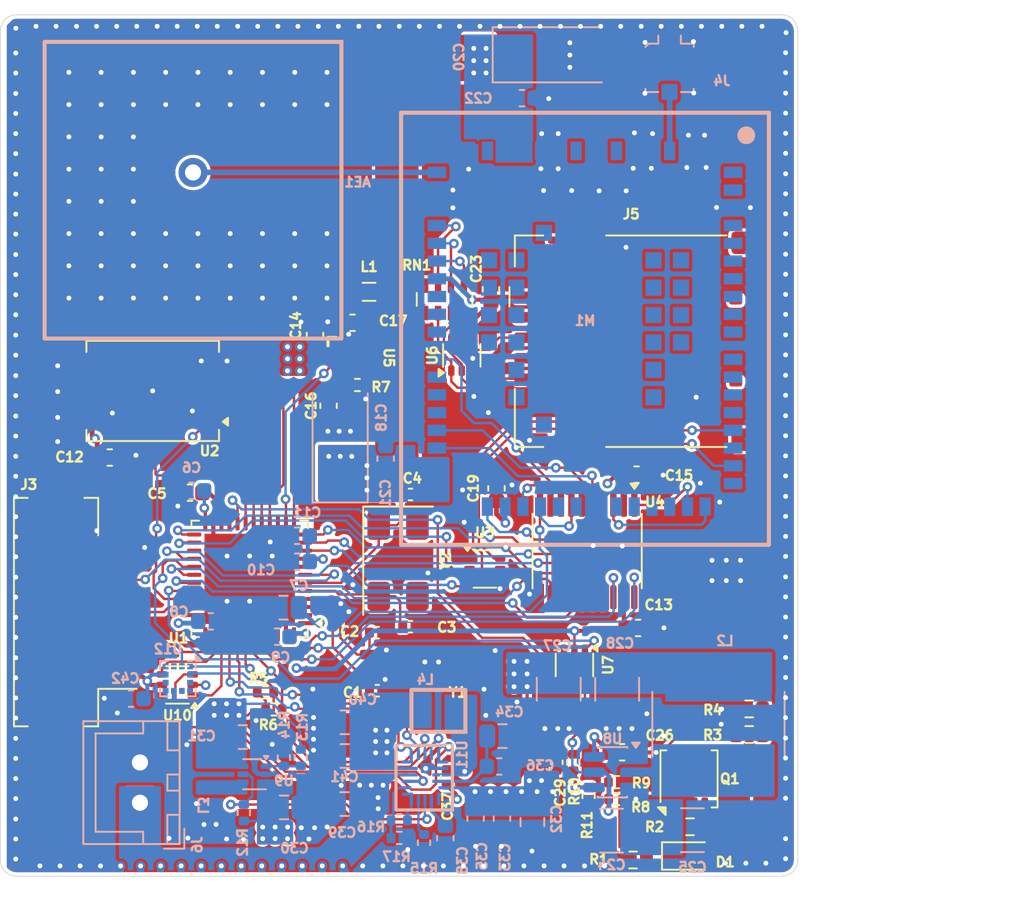
<source format=kicad_pcb>
(kicad_pcb (version 20241229) (generator "pcbnew") (generator_version "9.0")
  (title_block (date "2025-10-27"))
  (layers (0 "F.Cu" signal) (4 "In1.Cu" signal) (6 "In2.Cu" signal) (2 "B.Cu" signal) (13 "F.Paste" user) (15 "B.Paste" user) (5 "F.SilkS" user "F.Silkscreen") (7 "B.SilkS" user "B.Silkscreen") (1 "F.Mask" user) (3 "B.Mask" user) (25 "Edge.Cuts" user))
  (net 0 "")
  (net 1 "/mcu/OSC32_IN")
  (net 2 "GND")
  (net 3 "/mcu/OSC32_OUT")
  (net 4 "/mcu/OSC_IN")
  (net 5 "/mcu/OSC_OUT")
  (net 6 "+3V3")
  (net 7 "+VSYS")
  (net 8 "/gsm/+GSM_SWITCHED")
  (net 9 "/gsm/+VBAT_GSM")
  (net 10 "+2V8")
  (net 11 "/gsm/SIM_VCC")
  (net 12 "/mcu/RESET")
  (net 13 "/mcu/SWDIO")
  (net 14 "/mcu/SWCLK")
  (net 17 "/gsm/SIM_IO")
  (net 20 "/gsm/PWRKEY")
  (net 27 "/gsm/PSM_IND")
  (net 33 "/gsm/SIM_CLK")
  (net 34 "/gsm/RI")
  (net 41 "/gsm/NETLIGHT")
  (net 44 "/gsm/RESET")
  (net 45 "/gsm/RXD")
  (net 53 "/gsm/DTR")
  (net 60 "/gsm/U3_TXD")
  (net 66 "/gsm/TXD")
  (net 73 "/gsm/STATUS")
  (net 74 "/gsm/AP_RDY")
  (net 75 "/gsm/SIM_RST")
  (net 77 "/gsm/U3_RXD")
  (net 80 "/gsm/GSM_PWRKEY")
  (net 81 "/gsm/GSM_RESET")
  (net 86 "/mcu/VIN_MEAS")
  (net 87 "/mcu/OCTOSPI1_IO3")
  (net 88 "/mcu/OCTOSPI1_IO0")
  (net 89 "/mcu/OCTOSPI1_NCS")
  (net 90 "/mcu/OCTOSPI1_IO2")
  (net 91 "/mcu/OCTOSPI1_IO1")
  (net 92 "/mcu/OCTOSPI1_CLK")
  (net 94 "+5V")
  (net 95 "/mcu/PSU_CTRL")
  (net 96 "/battery charger/BQ_SW")
  (net 97 "/battery charger/CHARGE_ENABLE")
  (net 98 "/battery charger/POWER_CYCLE")
  (net 99 "/gsm/GSM_TX")
  (net 100 "/gsm/GSM_RI")
  (net 101 "/gsm/GSM_STATUS")
  (net 102 "/gsm/GSM_AP_READY")
  (net 103 "/gsm/GSM_LINE_BUF_EN")
  (net 104 "/gsm/GSM_DTR")
  (net 105 "/gsm/GSM_RX")
  (net 106 "/gsm/GPS_RX")
  (net 107 "/gsm/GPS_TX")
  (net 108 "/battery charger/CHARGER_STAT")
  (net 109 "/gsm/GSM_EN")
  (net 110 "/battery charger/CHARGER_INT")
  (net 111 "/battery charger/CHARGER_PG")
  (net 112 "Net-(D1-A)")
  (net 113 "/psu/+VIN_PROTECTED")
  (net 114 "/+VIN")
  (net 115 "/gsm/ANT_GNSS")
  (net 116 "/gsm/ANT_MAIN")
  (net 117 "/battery charger/+BAT")
  (net 118 "/mcu/VCAP")
  (net 120 "Net-(U5-SS)")
  (net 121 "Net-(U8-CB)")
  (net 122 "Net-(U8-SW)")
  (net 123 "Net-(U8-FB)")
  (net 124 "Net-(U11-PMID)")
  (net 125 "Net-(U11-BTST)")
  (net 126 "Net-(U11-REGN)")
  (net 127 "Net-(J5-RST)")
  (net 128 "Net-(J5-I{slash}O)")
  (net 129 "Net-(J5-CLK)")
  (net 131 "Net-(U9-SW)")
  (net 132 "/I2C_SCL")
  (net 133 "/I2C_SDA")
  (net 134 "Net-(U5-DIS)")
  (net 135 "Net-(U8-EN)")
  (net 136 "Net-(U9-FB)")
  (net 137 "Net-(U11-ILIM)")
  (net 138 "Net-(U11-TS_BIAS)")
  (net 139 "Net-(U11-TS)")
  (net 144 "Net-(U11-~{QON})")
  (net 145 "Net-(U11-~{CE})")
  (net 152 "/accelerometer/ACC_INT1")
  (footprint "Resistor_SMD:R_0603_1608Metric" (layer "F.Cu") (at 161.77 95.55 180)
    (property "Reference" "R1")
    (property "Value" "10K")
  )
  (footprint "Diode_SMD:D_SOD-323" (layer "F.Cu") (at 165.17 95.3)
    (property "Reference" "D1")
    (property "Value" "12V")
  )
  (footprint "Resistor_SMD:R_0402_1005Metric" (layer "F.Cu") (at 144.68 66.09 180)
    (property "Reference" "R7")
    (property "Value" "10K")
  )
  (footprint "Capacitor_SMD:C_0603_1608Metric" (layer "F.Cu") (at 152.96 60.15 90)
    (property "Reference" "C23")
    (property "Value" "0.1u")
  )
  (footprint "My Footprints:pad_smd_1.5x3" (layer "F.Cu") (at 170.494054 93.25 90)
    (property "Reference" "J2" (hide yes))
    (property "Value" "Conn_01x01")
  )
  (footprint "Capacitor_SMD:C_0603_1608Metric" (layer "F.Cu") (at 153.3 72.5 90)
    (property "Reference" "C19")
    (property "Value" "4.7u")
  )
  (footprint "Resistor_SMD:R_0402_1005Metric" (layer "F.Cu") (at 158.06 89.5 -90)
    (property "Reference" "R10")
    (property "Value" "88.7K")
  )
  (footprint "Resistor_SMD:R_0603_1608Metric" (layer "F.Cu") (at 165.2975 93.49)
    (property "Reference" "R2")
    (property "Value" "220K")
  )
  (footprint "Capacitor_SMD:C_0603_1608Metric" (layer "F.Cu") (at 142.89 67.38 -90)
    (property "Reference" "C16")
    (property "Value" "0.1u")
  )
  (footprint "Crystal:Crystal_SMD_SeikoEpson_MC146-4Pin_6.7x1.5mm" (layer "F.Cu") (at 148.58 83.26)
    (property "Reference" "Y1")
    (property "Value" "32.768KHz")
  )
  (footprint "My Footprints:pad_smd_1.5x3" (layer "F.Cu") (at 168.17 93.24 90)
    (property "Reference" "J1" (hide yes))
    (property "Value" "Conn_01x01")
  )
  (footprint "Capacitor_SMD:C_0402_1005Metric" (layer "F.Cu") (at 150.22 90.43 -90)
    (property "Reference" "C37")
    (property "Value" "47n")
  )
  (footprint "Package_TO_SOT_SMD:SOT-363_SC-70-6" (layer "F.Cu") (at 151.15 64.25 90)
    (property "Reference" "U6")
    (property "Value" "DF6A6.8FUT")
  )
  (footprint "My Footprints:UDFN2116-8_Diodes" (layer "F.Cu") (at 144.155 64.345 -90)
    (property "Reference" "U5")
    (property "Value" "AP22800HB-7")
  )
  (footprint "Resistor_SMD:R_0402_1005Metric" (layer "F.Cu") (at 159.01 91.56 -90)
    (property "Reference" "R11")
    (property "Value" "16.8K")
  )
  (footprint "Resistor_SMD:R_0402_1005Metric" (layer "F.Cu") (at 138.98 85.15 180)
    (property "Reference" "R5")
    (property "Value" "4K7")
  )
  (footprint "Resistor_SMD:R_0603_1608Metric" (layer "F.Cu") (at 168.965 86.18 180)
    (property "Reference" "R4")
    (property "Value" "10K")
  )
  (footprint "Package_TO_SOT_SMD:SOT-363_SC-70-6" (layer "F.Cu") (at 133.52 84.69 180)
    (property "Reference" "U10")
    (property "Value" "PUMH10,115")
  )
  (footprint "Package_DFN_QFN:QFN-48-1EP_7x7mm_P0.5mm_EP5.6x5.6mm" (layer "F.Cu") (at 138 78.1125 180)
    (property "Reference" "U1")
    (property "Value" "STM32U545CEUx")
  )
  (footprint "Package_TO_SOT_SMD:SOT-363_SC-70-6" (layer "F.Cu") (at 152.58 77.5)
    (property "Reference" "U3")
    (property "Value" "PUMH10,115")
  )
  (footprint "Capacitor_SMD:C_0603_1608Metric" (layer "F.Cu") (at 162.08 81.16)
    (property "Reference" "C13")
    (property "Value" "0.1u")
  )
  (footprint "Resistor_SMD:R_0402_1005Metric" (layer "F.Cu") (at 160.75 90.72 180)
    (property "Reference" "R9")
    (property "Value" "37K")
  )
  (footprint "Package_SON:WSON-8-1EP_8x6mm_P1.27mm_EP3.4x4.3mm" (layer "F.Cu") (at 131.99 66.455 180)
    (property "Reference" "U2")
    (property "Value" "GD25QxxxEY")
  )
  (footprint "Capacitor_SMD:C_0603_1608Metric" (layer "F.Cu") (at 134.3 72.77 180)
    (property "Reference" "C5")
    (property "Value" "4.7u")
  )
  (footprint "Resistor_SMD:R_0603_1608Metric" (layer "F.Cu") (at 168.965 87.77)
    (property "Reference" "R3")
    (property "Value" "150K")
  )
  (footprint "Capacitor_SMD:C_0603_1608Metric" (layer "F.Cu") (at 144.38 62.23 180)
    (property "Reference" "C17")
    (property "Value" "0.1u")
  )
  (footprint "Resistor_SMD:R_0402_1005Metric" (layer "F.Cu") (at 139.5 86.21 180)
    (property "Reference" "R6")
    (property "Value" "4K7")
  )
  (footprint "Capacitor_SMD:C_0603_1608Metric" (layer "F.Cu") (at 161.98 71.65)
    (property "Reference" "C15")
    (property "Value" "0.1u")
  )
  (footprint "Capacitor_SMD:C_0603_1608Metric" (layer "F.Cu") (at 161.09 88.87)
    (property "Reference" "C26")
    (property "Value" "0.1u")
  )
  (footprint "Capacitor_SMD:C_0603_1608Metric" (layer "F.Cu") (at 129.33 70.59)
    (property "Reference" "C12")
    (property "Value" "0.1u")
  )
  (footprint "Capacitor_SMD:C_0402_1005Metric" (layer "F.Cu") (at 157.04 89.49 -90)
    (property "Reference" "C29")
    (property "Value" "33p")
  )
  (footprint "Capacitor_SMD:C_0603_1608Metric" (layer "F.Cu") (at 142.05 62.985972 90)
    (property "Reference" "C14")
    (property "Value" "1u")
  )
  (footprint "Capacitor_SMD:C_0402_1005Metric" (layer "F.Cu") (at 145.91 81.45)
    (property "Reference" "C2")
    (property "Value" "18p")
  )
  (footprint "Package_TO_SOT_SMD:SOT-363_SC-70-6" (layer "F.Cu") (at 158.1325 83.46 -90)
    (property "Reference" "U7")
    (property "Value" "PUMH10,115")
  )
  (footprint "Connector_JST:JST_PH_B5B-PH-SM4-TB_1x05-1MP_P2.00mm_Vertical" (layer "F.Cu") (at 127.75 80.175 90)
    (property "Reference" "J3")
    (property "Value" "Conn_01x05")
  )
  (footprint "Capacitor_SMD:C_0402_1005Metric" (layer "F.Cu") (at 147.97 81.08 180)
    (property "Reference" "C3")
    (property "Value" "18p")
  )
  (footprint "Resistor_SMD:R_Array_Concave_4x0603" (layer "F.Cu") (at 150.08 60.78 -90)
    (property "Reference" "RN1")
    (property "Value" "22R")
  )
  (footprint "Resistor_SMD:R_0402_1005Metric" (layer "F.Cu") (at 160.76 91.77 180)
    (property "Reference" "R8")
    (property "Value" "200K")
  )
  (footprint "Inductor_SMD:L_0805_2012Metric" (layer "F.Cu") (at 145.4 60.31)
    (property "Reference" "L1")
    (property "Value" "L_Ferrite")
  )
  (footprint "Connector_Card:microSIM_JAE_SF53S006VCBR2000" (layer "F.Cu") (at 161.6 63.375 90)
    (property "Reference" "J5")
    (property "Value" "SIM_Card")
  )
  (footprint "Package_SON:Diodes_PowerDI3333-8" (layer "F.Cu") (at 165.235 90.52 90)
    (property "Reference" "Q1")
    (property "Value" "DMP2008UFG")
  )
  (footprint "Package_SO:TSSOP-20_4.4x6.5mm_P0.65mm" (layer "F.Cu") (at 158.92 76.39 -90)
    (property "Reference" "U4")
    (property "Value" "NXB0108PW")
  )
  (footprint "Crystal:Crystal_SMD_0603-4Pin_6.0x3.5mm" (layer "F.Cu") (at 147.2 76.99 -90)
    (property "Reference" "Y2")
    (property "Value" "8MHz")
  )
  (footprint "Capacitor_SMD:C_0402_1005Metric" (layer "F.Cu") (at 147.97 72.88 180)
    (property "Reference" "C4")
    (property "Value" "18p")
  )
  (footprint "Capacitor_SMD:C_0402_1005Metric" (layer "F.Cu") (at 145.91 85.05 180)
    (property "Reference" "C1")
    (property "Value" "18p")
  )
  (footprint "My Footprints:L_0806_2016Metric_TAIYO_YUDEN_SMD" (layer "B.Cu") (at 135.57 90.28 90)
    (property "Reference" "L3")
    (property "Value" "1uH")
  )
  (footprint "Capacitor_SMD:C_0805_2012Metric" (layer "B.Cu") (at 140.1 79.9 180)
    (property "Reference" "C7")
    (property "Value" "10u")
  )
  (footprint "Capacitor_SMD:C_1210_3225Metric" (layer "B.Cu") (at 160.43 93.73 180)
    (property "Reference" "C24")
    (property "Value" "2.2u")
  )
  (footprint "Capacitor_SMD:C_1210_3225Metric" (layer "B.Cu") (at 165.445 93.7)
    (property "Reference" "C25")
    (property "Value" "2.2u")
  )
  (footprint "Capacitor_SMD:C_0805_2012Metric" (layer "B.Cu") (at 143.89 89.1 180)
    (property "Reference" "C41")
    (property "Value" "10u")
  )
  (footprint "My Footprints:BQ25622E" (layer "B.Cu") (at 148.87 90.445 90)
    (property "Reference" "U11")
    (property "Value" "~")
  )
  (footprint "Capacitor_SMD:C_0603_1608Metric" (layer "B.Cu") (at 135.59 80.75)
    (property "Reference" "C8")
    (property "Value" "0.1u")
  )
  (footprint "Capacitor_SMD:C_0603_1608Metric" (layer "B.Cu") (at 140.95 77.05 180)
    (property "Reference" "C10")
    (property "Value" "1u")
  )
  (footprint "My Footprints:LGA_BG96" (layer "B.Cu") (at 158.787 62.602 180)
    (property "Reference" "M1")
    (property "Value" "BG96")
  )
  (footprint "Capacitor_SMD:C_0805_2012Metric" (layer "B.Cu") (at 153.675 87.865)
    (property "Reference" "C34")
    (property "Value" "10u")
  )
  (footprint "Resistor_SMD:R_0402_1005Metric" (layer "B.Cu") (at 137.64 92.62 -90)
    (property "Reference" "R12")
    (property "Value" "200K")
  )
  (footprint "Capacitor_SMD:C_0805_2012Metric" (layer "B.Cu") (at 140.13 92.29)
    (property "Reference" "C30")
    (property "Value" "10u")
  )
  (footprint "Inductor_SMD:L_Bourns_SRN8040TA" (layer "B.Cu") (at 167.06 87.12 90)
    (property "Reference" "L2")
    (property "Value" "5.6u")
  )
  (footprint "Resistor_SMD:R_0402_1005Metric" (layer "B.Cu") (at 147.27 93.09 180)
    (property "Reference" "R16")
    (property "Value" "100K")
  )
  (footprint "Connector_Coaxial:U.FL_Molex_MCRF_73412-0110_Vertical" (layer "B.Cu") (at 164.03 46.42 180)
    (property "Reference" "J4")
    (property "Value" "Conn_Coaxial")
  )
  (footprint "Package_TO_SOT_SMD:SOT-563" (layer "B.Cu") (at 138.3025 90.23 180)
    (property "Reference" "U9")
    (property "Value" "AP61100Z6")
  )
  (footprint "Connector_JST:JST_XH_B2B-XH-A_1x02_P2.50mm_Vertical" (layer "B.Cu") (at 131.2 92 90)
    (property "Reference" "J6")
    (property "Value" "Conn_01x02")
  )
  (footprint "Package_LGA:LGA-12_2x2mm_P0.5mm" (layer "B.Cu") (at 133.55 84.3 180)
    (property "Reference" "U12")
    (property "Value" "MC3479")
  )
  (footprint "Capacitor_SMD:C_0603_1608Metric" (layer "B.Cu") (at 153.64 92.985 -90)
    (property "Reference" "C33")
    (property "Value" "1u")
  )
  (footprint "Package_TO_SOT_SMD:SOT-23-6" (layer "B.Cu") (at 160.49 90.1075 180)
    (property "Reference" "U8")
    (property "Value" "LMR51430")
  )
  (footprint "My Footprints:Inductor_TYA252012" (layer "B.Cu") (at 150.5126 86.3 90)
    (property "Reference" "L4")
    (property "Value" "1u")
  )
  (footprint "Capacitor_Tantalum_SMD:CP_EIA-6032-20_AVX-F" (layer "B.Cu") (at 143.61 69.61 90)
    (property "Reference" "C18")
    (property "Value" "100u")
  )
  (footprint "My Footprints:APAE1575R1820ABDC1" (layer "B.Cu") (at 134.49 54.01 180)
    (property "Reference" "AE1")
    (property "Value" "Antenna")
  )
  (footprint "Capacitor_SMD:C_0603_1608Metric" (layer "B.Cu") (at 146.43 70.66 90)
    (property "Reference" "C21")
    (property "Value" "0.1u")
  )
  (footprint "Resistor_SMD:R_0402_1005Metric" (layer "B.Cu") (at 140.12 89.2 -90)
    (property "Reference" "R14")
    (property "Value" "44.2K")
  )
  (footprint "Resistor_SMD:R_0402_1005Metric" (layer "B.Cu") (at 141.17 89.2 90)
    (property "Reference" "R13")
    (property "Value" "200K")
  )
  (footprint "Capacitor_SMD:C_0603_1608Metric" (layer "B.Cu") (at 139.7 81.7 180)
    (property "Reference" "C9")
    (property "Value" "0.1u")
  )
  (footprint "Capacitor_SMD:C_0805_2012Metric" (layer "B.Cu") (at 143.89 87.01 180)
    (property "Reference" "C40")
    (property "Value" "10u")
  )
  (footprint "Resistor_SMD:R_0402_1005Metric" (layer "B.Cu") (at 148.81 94.48 -90)
    (property "Reference" "R15")
    (property "Value" "TBD")
  )
  (footprint "Capacitor_SMD:C_0603_1608Metric" (layer "B.Cu") (at 134.4 72.65 180)
    (property "Reference" "C6")
    (property "Value" "0.1u")
  )
  (footprint "Capacitor_SMD:C_1210_3225Metric" (layer "B.Cu") (at 157.16 84.96 -90)
    (property "Reference" "C27")
    (property "Value" "22u")
  )
  (footprint "Resistor_SMD:R_0402_1005Metric" (layer "B.Cu") (at 147.27 94.18)
    (property "Reference" "R17")
    (property "Value" "100K")
  )
  (footprint "Capacitor_SMD:C_1210_3225Metric" (layer "B.Cu") (at 160.78 84.96 -90)
    (property "Reference" "C28")
    (property "Value" "22u")
  )
  (footprint "Capacitor_Tantalum_SMD:CP_EIA-6032-20_AVX-F" (layer "B.Cu") (at 156.83 45.61)
    (property "Reference" "C20")
    (property "Value" "100u")
  )
  (footprint "Capacitor_SMD:C_0805_2012Metric" (layer "B.Cu") (at 155.525 93.205 -90)
    (property "Reference" "C32")
    (property "Value" "4.7u")
  )
  (footprint "Capacitor_SMD:C_0603_1608Metric" (layer "B.Cu") (at 154.88 48.3)
    (property "Reference" "C22")
    (property "Value" "0.1u")
  )
  (footprint "Capacitor_SMD:C_0603_1608Metric" (layer "B.Cu") (at 153.475 89.75)
    (property "Reference" "C36")
    (property "Value" "0.1u")
  )
  (footprint "Capacitor_SMD:C_0603_1608Metric" (layer "B.Cu") (at 152.005 92.985 -90)
    (property "Reference" "C35")
    (property "Value" "0.1u")
  )
  (footprint "Capacitor_SMD:C_0603_1608Metric" (layer "B.Cu") (at 150.13 94.2 -90)
    (property "Reference" "C38")
    (property "Value" "4.7u")
  )
  (footprint "Capacitor_SMD:C_0603_1608Metric" (layer "B.Cu") (at 130.65 85.54 180)
    (property "Reference" "C42")
    (property "Value" "0.1u")
  )
  (footprint "Capacitor_SMD:C_0805_2012Metric" (layer "B.Cu") (at 143.88 92.08 180)
    (property "Reference" "C39")
    (property "Value" "10u")
  )
  (footprint "Capacitor_SMD:C_0805_2012Metric" (layer "B.Cu") (at 137.575 87.925)
    (property "Reference" "C31")
    (property "Value" "10u")
  )
  (footprint "Capacitor_SMD:C_0603_1608Metric" (layer "B.Cu") (at 140.95 75.44 180)
    (property "Reference" "C11")
    (property "Value" "0.1u")
  )
  (gr_arc (start 122.55 44.129599) (mid 122.842893 43.422492) (end 123.55 43.129599) (stroke (width 0.05)) (layer "Edge.Cuts"))
  (gr_line (start 170.98 96.555) (end 123.55 96.555) (stroke (width 0.05)) (layer "Edge.Cuts"))
  (gr_arc (start 123.55 96.555) (mid 122.842893 96.262107) (end 122.55 95.555) (stroke (width 0.05)) (layer "Edge.Cuts"))
  (gr_arc (start 171.98 95.555) (mid 171.687107 96.262107) (end 170.98 96.555) (stroke (width 0.05)) (layer "Edge.Cuts"))
  (gr_line (start 171.98 44.13) (end 171.98 95.555) (stroke (width 0.05)) (layer "Edge.Cuts"))
  (gr_arc (start 170.98 43.129599) (mid 171.687107 43.422492) (end 171.98 44.129599) (stroke (width 0.05)) (layer "Edge.Cuts"))
  (gr_line (start 122.55 95.555) (end 122.55 44.13) (stroke (width 0.05)) (layer "Edge.Cuts"))
  (gr_line (start 123.55 43.129599) (end 170.98 43.129599) (stroke (width 0.05)) (layer "Edge.Cuts"))
  (segment (start 143.15 82.35) (end 143.15 80.625) (width 0.15) (layer "F.Cu") (net 1))
  (segment (start 145.43 85.05) (end 145.43 83.71) (width 0.15) (layer "F.Cu") (net 1))
  (segment (start 145.43 83.71) (end 144.51 83.71) (width 0.15) (layer "F.Cu") (net 1))
  (segment (start 142.3875 79.8625) (end 141.4375 79.8625) (width 0.15) (layer "F.Cu") (net 1))
  (segment (start 143.15 80.625) (end 142.3875 79.8625) (width 0.15) (layer "F.Cu") (net 1))
  (segment (start 144.51 83.71) (end 143.15 82.35) (width 0.15) (layer "F.Cu") (net 1))
  (segment (start 141.4375 77.3625) (end 138.75 77.3625) (width 0.254) (layer "F.Cu") (net 2))
  (segment (start 135.75 80.3625) (end 138 78.1125) (width 0.254) (layer "F.Cu") (net 2))
  (segment (start 134.5625 80.3625) (end 135.75 80.3625) (width 0.254) (layer "F.Cu") (net 2))
  (segment (start 138.75 77.3625) (end 138 78.1125) (width 0.254) (layer "F.Cu") (net 2))
  (segment (start 135.75 74.675) (end 135.75 75.8625) (width 0.254) (layer "F.Cu") (net 2))
  (segment (start 135.75 75.8625) (end 138 78.1125) (width 0.254) (layer "F.Cu") (net 2))
  (segment (start 140.25 81.55) (end 140.25 80.3625) (width 0.254) (layer "F.Cu") (net 2))
  (segment (start 140.25 80.3625) (end 138 78.1125) (width 0.254) (layer "F.Cu") (net 2))
  (via (at 123.5 68.017276) (size 0.6) (drill 0.3) (layers "F.Cu" "B.Cu") (net 2))
  (via (at 152.277276 43.843201) (size 0.6) (drill 0.3) (layers "F.Cu" "B.Cu") (net 2))
  (via (at 132.795076 46.7) (size 0.6) (drill 0.3) (layers "F.Cu" "B.Cu") (net 2))
  (via (at 148.518638 43.843201) (size 0.6) (drill 0.3) (layers "F.Cu" "B.Cu") (net 2))
  (via (at 151.575 52.7) (size 0.6) (drill 0.3) (layers "F.Cu" "B.Cu") (net 2))
  (via (at 123.5 55.491362) (size 0.6) (drill 0.3) (layers "F.Cu" "B.Cu") (net 2))
  (via (at 123.5 94.25) (size 0.6) (drill 0.3) (layers "F.Cu" "B.Cu") (net 2))
  (via (at 171.220789 66.729427) (size 0.6) (drill 0.3) (layers "F.Cu" "B.Cu") (net 2))
  (via (at 163.51 43.843201) (size 0.6) (drill 0.3) (layers "F.Cu" "B.Cu") (net 2))
  (via (at 137.482724 95.917598) (size 0.6) (drill 0.3) (layers "F.Cu" "B.Cu") (net 2))
  (via (at 141.96 87.386667) (size 0.6) (drill 0.3) (layers "F.Cu" "B.Cu") (net 2))
  (via (at 157.1 87.4) (size 0.6) (drill 0.3) (layers "F.Cu" "B.Cu") (net 2))
  (via (at 133 94.21) (size 0.6) (drill 0.3) (layers "F.Cu" "B.Cu") (net 2))
  (via (at 130.795076 58.7) (size 0.6) (drill 0.3) (layers "F.Cu" "B.Cu") (net 2))
  (via (at 157.8 87.4) (size 0.6) (drill 0.3) (layers "F.Cu" "B.Cu") (net 2))
  (via (at 132.795076 58.7) (size 0.6) (drill 0.3) (layers "F.Cu" "B.Cu") (net 2))
  (via (at 166.001362 43.843201) (size 0.6) (drill 0.3) (layers "F.Cu" "B.Cu") (net 2))
  (via (at 123.508638 43.965703) (size 0.6) (drill 0.3) (layers "F.Cu" "B.Cu") (net 2))
  (via (at 126.795076 48.7) (size 0.6) (drill 0.3) (layers "F.Cu" "B.Cu") (net 2))
  (via (at 171.220789 94.229427) (size 0.6) (drill 0.3) (layers "F.Cu" "B.Cu") (net 2))
  (via (at 171.220789 81.720789) (size 0.6) (drill 0.3) (layers "F.Cu" "B.Cu") (net 2))
  (via (at 153.758638 95.917598) (size 0.6) (drill 0.3) (layers "F.Cu" "B.Cu") (net 2))
  (via (at 141.92 84.95) (size 0.6) (drill 0.3) (layers "F.Cu" "B.Cu") (net 2))
  (via (at 166.66 78.22) (size 0.6) (drill 0.3) (layers "F.Cu" "B.Cu") (net 2))
  (via (at 134.11 88.4) (size 0.6) (drill 0.3) (layers "F.Cu" "B.Cu") (net 2))
  (via (at 123.5 76.741362) (size 0.6) (drill 0.3) (layers "F.Cu" "B.Cu") (net 2))
  (via (at 136.57 94.25) (size 0.6) (drill 0.3) (layers "F.Cu" "B.Cu") (net 2))
  (via (at 152.53 84.96) (size 0.6) (drill 0.3) (layers "F.Cu" "B.Cu") (net 2))
  (via (at 129.8 86.43) (size 0.6) (drill 0.3) (layers "F.Cu" "B.Cu") (net 2))
  (via (at 171.220789 64.220789) (size 0.6) (drill 0.3) (layers "F.Cu" "B.Cu") (net 2))
  (via (at 134.991362 95.917598) (size 0.6) (drill 0.3) (layers "F.Cu" "B.Cu") (net 2))
  (via (at 151.3 74.6) (size 0.6) (drill 0.3) (layers "F.Cu" "B.Cu") (net 2))
  (via (at 142.795076 60.7) (size 0.6) (drill 0.3) (layers "F.Cu" "B.Cu") (net 2))
  (via (at 144.14 62.94) (size 0.6) (drill 0.3) (layers "F.Cu" "B.Cu") (net 2))
  (via (at 167.26 86.19) (size 0.6) (drill 0.3) (layers "F.Cu" "B.Cu") (net 2))
  (via (at 136.6 76.7) (size 0.6) (drill 0.3) (layers "F.Cu" "B.Cu") (net 2))
  (via (at 157.85 46.39) (size 0.6) (drill 0.3) (layers "F.Cu" "B.Cu") (net 2))
  (via (at 165.94 72.18) (size 0.6) (drill 0.3) (layers "F.Cu" "B.Cu") (net 2))
  (via (at 123.5 91.741362) (size 0.6) (drill 0.3) (layers "F.Cu" "B.Cu") (net 2))
  (via (at 131.241362 95.917598) (size 0.6) (drill 0.3) (layers "F.Cu" "B.Cu") (net 2))
  (via (at 153.22 82.56) (size 0.6) (drill 0.3) (layers "F.Cu" "B.Cu") (net 2))
  (via (at 123.5 95.491362) (size 0.6) (drill 0.3) (layers "F.Cu" "B.Cu") (net 2))
  (via (at 123.5 78.008638) (size 0.6) (drill 0.3) (layers "F.Cu" "B.Cu") (net 2))
  (via (at 153.6 94.7) (size 0.6) (drill 0.3) (layers "F.Cu" "B.Cu") (net 2))
  (via (at 123.5 74.258638) (size 0.6) (drill 0.3) (layers "F.Cu" "B.Cu") (net 2))
  (via (at 167.268638 43.843201) (size 0.6) (drill 0.3) (layers "F.Cu" "B.Cu") (net 2))
  (via (at 166.2 50.6) (size 0.6) (drill 0.3) (layers "F.Cu" "B.Cu") (net 2))
  (via (at 167.545 76.96) (size 0.6) (drill 0.3) (layers "F.Cu" "B.Cu") (net 2))
  (via (at 142.5 95.917598) (size 0.6) (drill 0.3) (layers "F.Cu" "B.Cu") (net 2))
  (via (at 171.220789 84.229427) (size 0.6) (drill 0.3) (layers "F.Cu" "B.Cu") (net 2))
  (via (at 163.63 71.68) (size 0.6) (drill 0.3) (layers "F.Cu" "B.Cu") (net 2))
  (via (at 168.43 76.96) (size 0.6) (drill 0.3) (layers "F.Cu" "B.Cu") (net 2))
  (via (at 155.35 69.52) (size 0.6) (drill 0.3) (layers "F.Cu" "B.Cu") (net 2))
  (via (at 156.3 87.4) (size 0.6) (drill 0.3) (layers "F.Cu" "B.Cu") (net 2))
  (via (at 138 79.5) (size 0.6) (drill 0.3) (layers "F.Cu" "B.Cu") (net 2))
  (via (at 128.795076 56.7) (size 0.6) (drill 0.3) (layers "F.Cu" "B.Cu") (net 2))
  (via (at 139.4 88.375) (size 0.6) (drill 0.3) (layers "F.Cu" "B.Cu") (net 2))
  (via (at 133.55 73.6) (size 0.6) (drill 0.3) (layers "F.Cu" "B.Cu") (net 2))
  (via (at 151.9 66.8) (size 0.6) (drill 0.3) (layers "F.Cu" "B.Cu") (net 2))
  (via (at 167.491362 95.75) (size 0.6) (drill 0.3) (layers "F.Cu" "B.Cu") (net 2))
  (via (at 171.220789 75.479427) (size 0.6) (drill 0.3) (layers "F.Cu" "B.Cu") (net 2))
  (via (at 171.220789 89.229427) (size 0.6) (drill 0.3) (layers "F.Cu" "B.Cu") (net 2))
  (via (at 124.76 43.843201) (size 0.6) (drill 0.3) (layers "F.Cu" "B.Cu") (net 2))
  (via (at 167.545 78.22) (size 0.6) (drill 0.3) (layers "F.Cu" "B.Cu") (net 2))
  (via (at 160.9 87.4) (size 0.6) (drill 0.3) (layers "F.Cu" "B.Cu") (net 2))
  (via (at 162.51 44.84) (size 0.6) (drill 0.3) (layers "F.Cu" "B.Cu") (net 2))
  (via (at 139.4 76.7) (size 0.6) (drill 0.3) (layers "F.Cu" "B.Cu") (net 2))
  (via (at 138.795076 56.7) (size 0.6) (drill 0.3) (layers "F.Cu" "B.Cu") (net 2))
  (via (at 138.795076 60.7) (size 0.6) (drill 0.3) (layers "F.Cu" "B.Cu") (net 2))
  (via (at 136.6 64.6) (size 0.6) (drill 0.3) (layers "F.Cu" "B.Cu") (net 2))
  (via (at 141.96 86.71) (size 0.6) (drill 0.3) (layers "F.Cu" "B.Cu") (net 2))
  (via (at 146.475 82.525) (size 0.6) (drill 0.3) (layers "F.Cu" "B.Cu") (net 2))
  (via (at 171.220789 51.720789) (size 0.6) (drill 0.3) (layers "F.Cu" "B.Cu") (net 2))
  (via (at 168.758638 95.75) (size 0.6) (drill 0.3) (layers "F.Cu" "B.Cu") (net 2))
  (via (at 134.795076 60.7) (size 0.6) (drill 0.3) (layers "F.Cu" "B.Cu") (net 2))
  (via (at 128.99 85.52) (size 0.6) (drill 0.3) (layers "F.Cu" "B.Cu") (net 2))
  (via (at 149.768638 43.843201) (size 0.6) (drill 0.3) (layers "F.Cu" "B.Cu") (net 2))
  (via (at 123.5 69.258638) (size 0.6) (drill 0.3) (layers "F.Cu" "B.Cu") (net 2))
  (via (at 123.5 71.75) (size 0.6) (drill 0.3) (layers "F.Cu" "B.Cu") (net 2))
  (via (at 128.758638 95.917598) (size 0.6) (drill 0.3) (layers "F.Cu" "B.Cu") (net 2))
  (via (at 123.5 59.241362) (size 0.6) (drill 0.3) (layers "F.Cu" "B.Cu") (net 2))
  (via (at 152.8 67.8) (size 0.6) (drill 0.3) (layers "F.Cu" "B.Cu") (net 2))
  (via (at 156.22 54.03) (size 0.6) (drill 0.3) (layers "F.Cu" "B.Cu") (net 2))
  (via (at 126.795076 58.7) (size 0.6) (drill 0.3) (layers "F.Cu" "B.Cu") (net 2))
  (via (at 156.25 95.917598) (size 0.6) (drill 0.3) (layers "F.Cu" "B.Cu") (net 2))
  (via (at 149.71 83.27) (size 0.6) (drill 0.3) (layers "F.Cu" "B.Cu") (net 2))
  (via (at 136.241362 95.917598) (size 0.6) (drill 0.3) (layers "F.Cu" "B.Cu") (net 2))
  (via (at 165.1 52.6) (size 0.6) (drill 0.3) (layers "F.Cu" "B.Cu") (net 2))
  (via (at 154.76 43.843201) (size 0.6) (drill 0.3) (layers "F.Cu" "B.Cu") (net 2))
  (via (at 141.2 93.55) (size 0.6) (drill 0.3) (layers "F.Cu" "B.Cu") (net 2))
  (via (at 123.5 48.008638) (size 0.6) (drill 0.3) (layers "F.Cu" "B.Cu") (net 2))
  (via (at 140.795076 46.7) (size 0.6) (drill 0.3) (layers "F.Cu" "B.Cu") (net 2))
  (via (at 144.53 85.2) (size 0.6) (drill 0.3) (layers "F.Cu" "B.Cu") (net 2))
  (via (at 152 94.7) (size 0.6) (drill 0.3) (layers "F.Cu" "B.Cu") (net 2))
  (via (at 140.795076 48.7) (size 0.6) (drill 0.3) (layers "F.Cu" "B.Cu") (net 2))
  (via (at 128.795076 52.7) (size 0.6) (drill 0.3) (layers "F.Cu" "B.Cu") (net 2))
  (via (at 162.268638 43.843201) (size 0.6) (drill 0.3) (layers "F.Cu" "B.Cu") (net 2))
  (via (at 145.008638 95.917598) (size 0.6) (drill 0.3) (layers "F.Cu" "B.Cu") (net 2))
  (via (at 139.751362 43.843201) (size 0.6) (drill 0.3) (layers "F.Cu" "B.Cu") (net 2))
  (via (at 138.4 86.9) (size 0.6) (drill 0.3) (layers "F.Cu" "B.Cu") (net 2))
  (via (at 132.795076 60.7) (size 0.6) (drill 0.3) (layers "F.Cu" "B.Cu") (net 2))
  (via (at 142.025 93.55) (size 0.6) (drill 0.3) (layers "F.Cu" "B.Cu") (net 2))
  (via (at 139.275 75.825) (size 0.6) (drill 0.3) (layers "F.Cu" "B.Cu") (net 2))
  (via (at 123.5 66.75) (size 0.6) (drill 0.3) (layers "F.Cu" "B.Cu") (net 2))
  (via (at 131.99 66.455) (size 0.6) (drill 0.3) (layers "F.Cu" "B.Cu") (net 2))
  (via (at 123.5 65.508638) (size 0.6) (drill 0.3) (layers "F.Cu" "B.Cu") (net 2))
  (via (at 165.68 66.85) (size 0.6) (drill 0.3) (layers "F.Cu" "B.Cu") (net 2))
  (via (at 143.55 68.95911) (size 0.6) (drill 0.3) (layers "F.Cu" "B.Cu") (net 2))
  (via (at 142.795076 46.7) (size 0.6) (drill 0.3) (layers "F.Cu" "B.Cu") (net 2))
  (via (at 150.6 55.1) (size 0.6) (drill 0.3) (layers "F.Cu" "B.Cu") (net 2))
  (via (at 135 64.6) (size 0.6) (drill 0.3) (layers "F.Cu" "B.Cu") (net 2))
  (via (at 152.491362 95.917598) (size 0.6) (drill 0.3) (layers "F.Cu" "B.Cu") (net 2))
  (via (at 157.268638 43.843201) (size 0.6) (drill 0.3) (layers "F.Cu" "B.Cu") (net 2))
  (via (at 131.001362 43.843201) (size 0.6) (drill 0.3) (layers "F.Cu" "B.Cu") (net 2))
  (via (at 133.75 95.917598) (size 0.6) (drill 0.3) (layers "F.Cu" "B.Cu") (net 2))
  (via (at 126.795076 60.7) (size 0.6) (drill 0.3) (layers "F.Cu" "B.Cu") (net 2))
  (via (at 142.26 43.843201) (size 0.6) (drill 0.3) (layers "F.Cu" "B.Cu") (net 2))
  (via (at 159.76 43.843201) (size 0.6) (drill 0.3) (layers "F.Cu" "B.Cu") (net 2))
  (via (at 153.518638 43.843201) (size 0.6) (drill 0.3) (layers "F.Cu" "B.Cu") (net 2))
  (via (at 133.51 43.843201) (size 0.6) (drill 0.3) (layers "F.Cu" "B.Cu") (net 2))
  (via (at 168.43 78.22) (size 0.6) (drill 0.3) (layers "F.Cu" "B.Cu") (net 2))
  (via (at 126.795076 56.7) (size 0.6) (drill 0.3) (layers "F.Cu" "B.Cu") (net 2))
  (via (at 166.94 55.08) (size 0.6) (drill 0.3) (layers "F.Cu" "B.Cu") (net 2))
  (via (at 134.7 92.05) (size 0.6) (drill 0.3) (layers "F.Cu" "B.Cu") (net 2))
  (via (at 171.220789 80.479427) (size 0.6) (drill 0.3) (layers "F.Cu" "B.Cu") (net 2))
  (via (at 155 95.917598) (size 0.6) (drill 0.3) (layers "F.Cu" "B.Cu") (net 2))
  (via (at 137.62 94.27) (size 0.6) (drill 0.3) (layers "F.Cu" "B.Cu") (net 2))
  (via (at 171.220789 72.996703) (size 0.6) (drill 0.3) (layers "F.Cu" "B.Cu") (net 2))
  (via (at 123.5 90.5) (size 0.6) (drill 0.3) (layers "F.Cu" "B.Cu") (net 2))
  (via (at 146.4 84.35) (size 0.6) (drill 0.3) (layers "F.Cu" "B.Cu") (net 2))
  (via (at 130 95.917598) (size 0.6) (drill 0.3) (layers "F.Cu" "B.Cu") (net 2))
  (via (at 171.220789 59.220789) (size 0.6) (drill 0.3) (layers "F.Cu" "B.Cu") (net 2))
  (via (at 163.66 87.86) (size 0.6) (drill 0.3) (layers "F.Cu" "B.Cu") (net 2))
  (via (at 123.5 61.732724) (size 0.6) (drill 0.3) (layers "F.Cu" "B.Cu") (net 2))
  (via (at 130.795076 46.7) (size 0.6) (drill 0.3) (layers "F.Cu" "B.Cu") (net 2))
  (via (at 138.795076 58.7) (size 0.6) (drill 0.3) (layers "F.Cu" "B.Cu") (net 2))
  (via (at 157.85 44.866) (size 0.6) (drill 0.3) (layers "F.Cu" "B.Cu") (net 2))
  (via (at 123.5 88.008638) (size 0.6) (drill 0.3) (layers "F.Cu" "B.Cu") (net 2))
  (via (at 123.5 85.5) (size 0.6) (drill 0.3) (layers "F.Cu" "B.Cu") (net 2))
  (via (at 155.35 79.06) (size 0.6) (drill 0.3) (layers "F.Cu" "B.Cu") (net 2))
  (via (at 141.675 94.25) (size 0.6) (drill 0.3) (layers "F.Cu" "B.Cu") (net 2))
  (via (at 134.17 94.19) (size 0.6) (drill 0.3) (layers "F.Cu" "B.Cu") (net 2))
  (via (at 171.220789 56.712151) (size 0.6) (drill 0.3) (layers "F.Cu" "B.Cu") (net 2))
  (via (at 157.491362 95.917598) (size 0.6) (drill 0.3) (layers "F.Cu" "B.Cu") (net 2))
  (via (at 161.001362 43.843201) (size 0.6) (drill 0.3) (layers "F.Cu" "B.Cu") (net 2))
  (via (at 140.795076 56.7) (size 0.6) (drill 0.3) (layers "F.Cu" "B.Cu") (net 2))
  (via (at 123.5 80.5) (size 0.6) (drill 0.3) (layers "F.Cu" "B.Cu") (net 2))
  (via (at 171.220789 91.720789) (size 0.6) (drill 0.3) (layers "F.Cu" "B.Cu") (net 2))
  (via (at 166.3 52.6) (size 0.6) (drill 0.3) (layers "F.Cu" "B.Cu") (net 2))
  (via (at 157.125 50.5) (size 0.6) (drill 0.3) (layers "F.Cu" "B.Cu") (net 2))
  (via (at 134.795076 46.7) (size 0.6) (drill 0.3) (layers "F.Cu" "B.Cu") (net 2))
  (via (at 143.501362 43.843201) (size 0.6) (drill 0.3) (layers "F.Cu" "B.Cu") (net 2))
  (via (at 171.220789 70.488065) (size 0.6) (drill 0.3) (layers "F.Cu" "B.Cu") (net 2))
  (via (at 128.795076 60.7) (size 0.6) (drill 0.3) (layers "F.Cu" "B.Cu") (net 2))
  (via (at 171.220789 61.712151) (size 0.6) (drill 0.3) (layers "F.Cu" "B.Cu") (net 2))
  (via (at 155.5 95) (size 0.6) (drill 0.3) (layers "F.Cu" "B.Cu") (net 2))
  (via (at 157.125 52.675) (size 0.6) (drill 0.3) (layers "F.Cu" "B.Cu") (net 2))
  (via (at 171.220789 54.229427) (size 0.6) (drill 0.3) (layers "F.Cu" "B.Cu") (net 2))
  (via (at 123.5 70.508638) (size 0.6) (drill 0.3) (layers "F.Cu" "B.Cu") (net 2))
  (via (at 157.85 45.628) (size 0.6) (drill 0.3) (layers "F.Cu" "B.Cu") (net 2))
  (via (at 132.795076 48.7) (size 0.6) (drill 0.3) (layers "F.Cu" "B.Cu") (net 2))
  (via (at 123.5 53.008638) (size 0.6) (drill 0.3) (layers "F.Cu" "B.Cu") (net 2))
  (via (at 123.5 60.491362) (size 0.6) (drill 0.3) (layers "F.Cu" "B.Cu") (net 2))
  (via (at 134.55 81.75) (size 0.6) (drill 0.3) (layers "F.Cu" "B.Cu") (net 2))
  (via (at 157.96 54.03) (size 0.6) (drill 0.3) (layers "F.Cu" "B.Cu") (net 2))
  (via (at 171.220789 77.988065) (size 0.6) (drill 0.3) (layers "F.Cu" "B.Cu") (net 2))
  (via (at 123.5 46.741362) (size 0.6) (drill 0.3) (layers "F.Cu" "B.Cu") (net 2))
  (via (at 128.795076 54.7) (size 0.6) (drill 0.3) (layers "F.Cu" "B.Cu") (net 2))
  (via (at 129.49 67.83) (size 0.6) (drill 0.3) (layers "F.Cu" "B.Cu") (net 2))
  (via (at 151.2 72.6) (size 0.6) (drill 0.3) (layers "F.Cu" "B.Cu") (net 2))
  (via (at 148.767276 95.917598) (size 0.6) (drill 0.3) (layers "F.Cu" "B.Cu") (net 2))
  (via (at 126.1 69.6) (size 0.6) (drill 0.3) (layers "F.Cu" "B.Cu") (net 2))
  (via (at 142.795076 48.7) (size 0.6) (drill 0.3) (layers "F.Cu" "B.Cu") (net 2))
  (via (at 139.991362 95.917598) (size 0.6) (drill 0.3) (layers "F.Cu" "B.Cu") (net 2))
  (via (at 165.53 47.98) (size 0.6) (drill 0.3) (layers "F.Cu" "B.Cu") (net 2))
  (via (at 149.05 77.75) (size 0.6) (drill 0.3) (layers "F.Cu" "B.Cu") (net 2))
  (via (at 171.220789 90.479427) (size 0.6) (drill 0.3) (layers "F.Cu" "B.Cu") (net 2))
  (via (at 123.5 84.25) (size 0.6) (drill 0.3) (layers "F.Cu" "B.Cu") (net 2))
  (via (at 126.1 66.5) (size 0.6) (drill 0.3) (layers "F.Cu" "B.Cu") (net 2))
  (via (at 144.4 78.475) (size 0.6) (drill 0.3) (layers "F.Cu" "B.Cu") (net 2))
  (via (at 135.92 93.34) (size 0.6) (drill 0.3) (layers "F.Cu" "B.Cu") (net 2))
  (via (at 171.220789 55.470789) (size 0.6) (drill 0.3) (layers "F.Cu" "B.Cu") (net 2))
  (via (at 140.992724 43.843201) (size 0.6) (drill 0.3) (layers "F.Cu" "B.Cu") (net 2))
  (via (at 145.19 66.96) (size 0.6) (drill 0.3) (layers "F.Cu" "B.Cu") (net 2))
  (via (at 142.795076 56.7) (size 0.6) (drill 0.3) (layers "F.Cu" "B.Cu") (net 2))
  (via (at 123.5 45.5) (size 0.6) (drill 0.3) (layers "F.Cu" "B.Cu") (net 2))
  (via (at 171.220789 60.470789) (size 0.6) (drill 0.3) (layers "F.Cu" "B.Cu") (net 2))
  (via (at 123.5 93.008638) (size 0.6) (drill 0.3) (layers "F.Cu" "B.Cu") (net 2))
  (via (at 147.277276 43.843201) (size 0.6) (drill 0.3) (layers "F.Cu" "B.Cu") (net 2))
  (via (at 167.23 87.13) (size 0.6) (drill 0.3) (layers "F.Cu" "B.Cu") (net 2))
  (via (at 151.25 95.917598) (size 0.6) (drill 0.3) (layers "F.Cu" "B.Cu") (net 2))
  (via (at 153.52 78.72) (size 0.6) (drill 0.3) (layers "F.Cu" "B.Cu") (net 2))
  (via (at 136.795076 56.7) (size 0.6) (drill 0.3) (layers "F.Cu" "B.Cu") (net 2))
  (via (at 136.795076 60.7) (size 0.6) (drill 0.3) (layers "F.Cu" "B.Cu") (net 2))
  (via (at 141.96 88.063333) (size 0.6) (drill 0.3) (layers "F.Cu" "B.Cu") (net 2))
  (via (at 144.15 80.15) (size 0.6) (drill 0.3) (layers "F.Cu" "B.Cu") (net 2))
  (via (at 160.1 87.4) (size 0.6) (drill 0.3) (layers "F.Cu" "B.Cu") (net 2))
  (via (at 143.767276 95.917598) (size 0.6) (drill 0.3) (layers "F.Cu" "B.Cu") (net 2))
  (via (at 161.1 76.08) (size 0.6) (drill 0.3) (layers "F.Cu" "B.Cu") (net 2))
  (via (at 126.001362 43.843201) (size 0.6) (drill 0.3) (layers "F.Cu" "B.Cu") (net 2))
  (via (at 128.52 75.13) (size 0.6) (drill 0.3) (layers "F.Cu" "B.Cu") (net 2))
  (via (at 142.84 62.17) (size 0.6) (drill 0.3) (layers "F.Cu" "B.Cu") (net 2))
  (via (at 123.5 51.741362) (size 0.6) (drill 0.3) (layers "F.Cu" "B.Cu") (net 2))
  (via (at 167.14 73.35) (size 0.6) (drill 0.3) (layers "F.Cu" "B.Cu") (net 2))
  (via (at 128.795076 48.7) (size 0.6) (drill 0.3) (layers "F.Cu" "B.Cu") (net 2))
  (via (at 123.5 81.741362) (size 0.6) (drill 0.3) (layers "F.Cu" "B.Cu") (net 2))
  (via (at 160 95.917598) (size 0.6) (drill 0.3) (layers "F.Cu" "B.Cu") (net 2))
  (via (at 152.64 86.58) (size 0.6) (drill 0.3) (layers "F.Cu" "B.Cu") (net 2))
  (via (at 134.795076 58.7) (size 0.6) (drill 0.3) (layers "F.Cu" "B.Cu") (net 2))
  (via (at 166.66 76.96) (size 0.6) (drill 0.3) (layers "F.Cu" "B.Cu") (net 2))
  (via (at 165.51 44.79) (size 0.6) (drill 0.3) (layers "F.Cu" "B.Cu") (net 2))
  (via (at 171.220789 45.479427) (size 0.6) (drill 0.3) (layers "F.Cu" "B.Cu") (net 2))
  (via (at 126.795076 54.7) (size 0.6) (drill 0.3) (layers "F.Cu" "B.Cu") (net 2))
  (via (at 123.5 73.017276) (size 0.6) (drill 0.3) (layers "F.Cu" "B.Cu") (net 2))
  (via (at 171.25 44.236622) (size 0.6) (drill 0.3) (layers "F.Cu" "B.Cu") (net 2))
  (via (at 130.795076 60.7) (size 0.6) (drill 0.3) (layers "F.Cu" "B.Cu") (net 2))
  (via (at 168.51 43.843201) (size 0.6) (drill 0.3) (layers "F.Cu" "B.Cu") (net 2))
  (via (at 164.76 43.843201) (size 0.6) (drill 0.3) (layers "F.Cu" "B.Cu") (net 2))
  (via (at 161.85 50.45) (size 0.6) (drill 0.3) (layers "F.Cu" "B.Cu") (net 2))
  (via (at 147.5 95.917598) (size 0.6) (drill 0.3) (layers "F.Cu" "B.Cu") (net 2))
  (via (at 150.008638 95.917598) (size 0.6) (drill 0.3) (layers "F.Cu" "B.Cu") (net 2))
  (via (at 171.220789 49.229427) (size 0.6) (drill 0.3) (layers "F.Cu" "B.Cu") (net 2))
  (via (at 147.8 94.9) (size 0.6) (drill 0.3) (layers "F.Cu" "B.Cu") (net 2))
  (via (at 141.96 88.74) (size 0.6) (drill 0.3) (layers "F.Cu" "B.Cu") (net 2))
  (via (at 126.1 64.9) (size 0.6) (drill 0.3) (layers "F.Cu" "B.Cu") (net 2))
  (via (at 132.268638 43.843201) (size 0.6) (drill 0.3) (layers "F.Cu" "B.Cu") (net 2))
  (via (at 171.220789 52.988065) (size 0.6) (drill 0.3) (layers "F.Cu" "B.Cu") (net 2))
  (via (at 154.57 85.75) (size 0.6) (drill 0.3) (layers "F.Cu" "B.Cu") (net 2))
  (via (at 135.17 93.35) (size 0.6) (drill 0.3) (layers "F.Cu" "B.Cu") (net 2))
  (via (at 123.5 56.732724) (size 0.6) (drill 0.3) (layers "F.Cu" "B.Cu") (net 2))
  (via (at 123.5 86.741362) (size 0.6) (drill 0.3) (layers "F.Cu" "B.Cu") (net 2))
  (via (at 130.795076 50.7) (size 0.6) (drill 0.3) (layers "F.Cu" "B.Cu") (net 2))
  (via (at 138.501362 43.843201) (size 0.6) (drill 0.3) (layers "F.Cu" "B.Cu") (net 2))
  (via (at 138.795076 48.7) (size 0.6) (drill 0.3) (layers "F.Cu" "B.Cu") (net 2))
  (via (at 171.220789 62.979427) (size 0.6) (drill 0.3) (layers "F.Cu" "B.Cu") (net 2))
  (via (at 156.05 52.675) (size 0.6) (drill 0.3) (layers "F.Cu" "B.Cu") (net 2))
  (via (at 123.5 49.25) (size 0.6) (drill 0.3) (layers "F.Cu" "B.Cu") (net 2))
  (via (at 128.795076 50.7) (size 0.6) (drill 0.3) (layers "F.Cu" "B.Cu") (net 2))
  (via (at 150.6 54) (size 0.6) (drill 0.3) (layers "F.Cu" "B.Cu") (net 2))
  (via (at 146.01 43.843201) (size 0.6) (drill 0.3) (layers "F.Cu" "B.Cu") (net 2))
  (via (at 171.220789 82.988065) (size 0.6) (drill 0.3) (layers "F.Cu" "B.Cu") (net 2))
  (via (at 138.75 95.917598) (size 0.6) (drill 0.3) (layers "F.Cu" "B.Cu") (net 2))
  (via (at 162.62 86.48) (size 0.6) (drill 0.3) (layers "F.Cu" "B.Cu") (net 2))
  (via (at 158.51 43.843201) (size 0.6) (drill 0.3) (layers "F.Cu" "B.Cu") (net 2))
  (via (at 138.795076 46.7) (size 0.6) (drill 0.3) (layers "F.Cu" "B.Cu") (net 2))
  (via (at 156.1 50.5) (size 0.6) (drill 0.3) (layers "F.Cu" "B.Cu") (net 2))
  (via (at 130.795076 56.7) (size 0.6) (drill 0.3) (layers "F.Cu" "B.Cu") (net 2))
  (via (at 171.220789 74.238065) (size 0.6) (drill 0.3) (layers "F.Cu" "B.Cu") (net 2))
  (via (at 171.220789 85.479427) (size 0.6) (drill 0.3) (layers "F.Cu" "B.Cu") (net 2))
  (via (at 171.220789 50.479427) (size 0.6) (drill 0.3) (layers "F.Cu" "B.Cu") (net 2))
  (via (at 130.95 70.45) (size 0.6) (drill 0.3) (layers "F.Cu" "B.Cu") (net 2))
  (via (at 136.795076 48.7) (size 0.6) (drill 0.3) (layers "F.Cu" "B.Cu") (net 2))
  (via (at 138 76.7) (size 0.6) (drill 0.3) (layers "F.Cu" "B.Cu") (net 2))
  (via (at 125 95.917598) (size 0.6) (drill 0.3) (layers "F.Cu" "B.Cu") (net 2))
  (via (at 128.795076 46.7) (size 0.6) (drill 0.3) (layers "F.Cu" "B.Cu") (net 2))
  (via (at 123.5 58) (size 0.6) (drill 0.3) (layers "F.Cu" "B.Cu") (net 2))
  (via (at 151.83 64.44) (size 0.6) (drill 0.3) (layers "F.Cu" "B.Cu") (net 2))
  (via (at 142.795076 58.7) (size 0.6) (drill 0.3) (layers "F.Cu" "B.Cu") (net 2))
  (via (at 159.66 54.05) (size 0.6) (drill 0.3) (layers "F.Cu" "B.Cu") (net 2))
  (via (at 131.49 76.17) (size 0.6) (drill 0.3) (layers "F.Cu" "B.Cu") (net 2))
  (via (at 171.220789 47.988065) (size 0.6) (drill 0.3) (layers "F.Cu" "B.Cu") (net 2))
  (via (at 148.91 89.87) (size 0.6) (drill 0.3) (layers "F.Cu" "B.Cu") (net 2))
  (via (at 156.001362 43.843201) (size 0.6) (drill 0.3) (layers "F.Cu" "B.Cu") (net 2))
  (via (at 136.795076 58.7) (size 0.6) (drill 0.3) (layers "F.Cu" "B.Cu") (net 2))
  (via (at 123.5 54.25) (size 0.6) (drill 0.3) (layers "F.Cu" "B.Cu") (net 2))
  (via (at 134.45 67.7) (size 0.6) (drill 0.3) (layers "F.Cu" "B.Cu") (net 2))
  (via (at 144.768638 43.843201) (size 0.6) (drill 0.3) (layers "F.Cu" "B.Cu") (net 2))
  (via (at 144.25 68.95911) (size 0.6) (drill 0.3) (layers "F.Cu" "B.Cu") (net 2))
  (via (at 170 95.75) (size 0.6) (drill 0.3) (layers "F.Cu" "B.Cu") (net 2))
  (via (at 171.220789 86.720789) (size 0.6) (drill 0.3) (layers "F.Cu" "B.Cu") (net 2))
  (via (at 154.26 72.29) (size 0.6) (drill 0.3) (layers "F.Cu" "B.Cu") (net 2))
  (via (at 151.01 43.843201) (size 0.6) (drill 0.3) (layers "F.Cu" "B.Cu") (net 2))
  (via (at 128.795076 58.7) (size 0.6) (drill 0.3) (layers "F.Cu" "B.Cu") (net 2))
  (via (at 165.2 50.6) (size 0.6) (drill 0.3) (layers "F.Cu" "B.Cu") (net 2))
  (via (at 161.7 87.4) (size 0.6) (drill 0.3) (layers "F.Cu" "B.Cu") (net 2))
  (via (at 130.795076 52.7) (size 0.6) (drill 0.3) (layers "F.Cu" "B.Cu") (net 2))
  (via (at 148.86 83.27) (size 0.6) (drill 0.3) (layers "F.Cu" "B.Cu") (net 2))
  (via (at 132.795076 56.7) (size 0.6) (drill 0.3) (layers "F.Cu" "B.Cu") (net 2))
  (via (at 142.8 93.5) (size 0.6) (drill 0.3) (layers "F.Cu" "B.Cu") (net 2))
  (via (at 143.65 79.65) (size 0.6) (drill 0.3) (layers "F.Cu" "B.Cu") (net 2))
  (via (at 126.795076 52.7) (size 0.6) (drill 0.3) (layers "F.Cu" "B.Cu") (net 2))
  (via (at 156.54 48.33) (size 0.6) (drill 0.3) (layers "F.Cu" "B.Cu") (net 2))
  (via (at 171.220789 65.488065) (size 0.6) (drill 0.3) (layers "F.Cu" "B.Cu") (net 2))
  (via (at 136.6 79.5) (size 0.6) (drill 0.3) (layers "F.Cu" "B.Cu") (net 2))
  (via (at 146.258638 95.917598) (size 0.6) (drill 0.3) (layers "F.Cu" "B.Cu") (net 2))
  (via (at 162.5 48) (size 0.6) (drill 0.3) (layers "F.Cu" "B.Cu") (net 2))
  (via (at 142.85 68.95911) (size 0.6) (drill 0.3) (layers "F.Cu" "B.Cu") (net 2))
  (via (at 140.795076 60.7) (size 0.6) (drill 0.3) (layers "F.Cu" "B.Cu") (net 2))
  (via (at 134.795076 56.7) (size 0.6) (drill 0.3) (layers "F.Cu" "B.Cu") (net 2))
  (via (at 127.491362 95.917598) (size 0.6) (drill 0.3) (layers "F.Cu" "B.Cu") (net 2))
  (via (at 169.76 43.843201) (size 0.6) (drill 0.3) (layers "F.Cu" "B.Cu") (net 2))
  (via (at 140.795076 58.7) (size 0.6) (drill 0.3) (layers "F.Cu" "B.Cu") (net 2))
  (via (at 171.220789 95.470789) (size 0.6) (drill 0.3) (layers "F.Cu" "B.Cu") (net 2))
  (via (at 136.795076 46.7) (size 0.6) (drill 0.3) (layers "F.Cu" "B.Cu") (net 2))
  (via (at 129.76 43.843201) (size 0.6) (drill 0.3) (layers "F.Cu" "B.Cu") (net 2))
  (via (at 171.220789 69.238065) (size 0.6) (drill 0.3) (layers "F.Cu" "B.Cu") (net 2))
  (via (at 162.975 50.5) (size 0.6) (drill 0.3) (layers "F.Cu" "B.Cu") (net 2))
  (via (at 126.795076 46.7) (size 0.6) (drill 0.3) (layers "F.Cu" "B.Cu") (net 2))
  (via (at 161.34 54.05) (size 0.6) (drill 0.3) (layers "F.Cu" "B.Cu") (net 2))
  (via (at 134.795076 48.7) (size 0.6) (drill 0.3) (layers "F.Cu" "B.Cu") (net 2))
  (via (at 135.992724 43.843201) (size 0.6) (drill 0.3) (layers "F.Cu" "B.Cu") (net 2))
  (via (at 123.5 63) (size 0.6) (drill 0.3) (layers "F.Cu" "B.Cu") (net 2))
  (via (at 127.268638 43.843201) (size 0.6) (drill 0.3) (layers "F.Cu" "B.Cu") (net 2))
  (via (at 163.68 81.15) (size 0.6) (drill 0.3) (layers "F.Cu" "B.Cu") (net 2))
  (via (at 171.220789 67.996703) (size 0.6) (drill 0.3) (layers "F.Cu" "B.Cu") (net 2))
  (via (at 171.220789 46.720789) (size 0.6) (drill 0.3) (layers "F.Cu" "B.Cu") (net 2))
  (via (at 123.5 83.008638) (size 0.6) (drill 0.3) (layers "F.Cu" "B.Cu") (net 2))
  (via (at 141.258638 95.917598) (size 0.6) (drill 0.3) (layers "F.Cu" "B.Cu") (net 2))
  (via (at 123.5 64.241362) (size 0.6) (drill 0.3) (layers "F.Cu" "B.Cu") (net 2))
  (via (at 137.26 43.843201) (size 0.6) (drill 0.3) (layers "F.Cu" "B.Cu") (net 2))
  (via (at 123.5 89.25) (size 0.6) (drill 0.3) (layers "F.Cu" "B.Cu") (net 2))
  (via (at 123.5 79.25) (size 0.6) (drill 0.3) (layers "F.Cu" "B.Cu") (net 2))
  (via (at 158.758638 95.917598) (size 0.6) (drill 0.3) (layers "F.Cu" "B.Cu") (net 2))
  (via (at 134.751362 43.843201) (size 0.6) (drill 0.3) (layers "F.Cu" "B.Cu") (net 2))
  (via (at 161.33 57.55) (size 0.6) (drill 0.3) (layers "F.Cu" "B.Cu") (net 2))
  (via (at 123.5 75.5) (size 0.6) (drill 0.3) (layers "F.Cu" "B.Cu") (net 2))
  (via (at 123.5 50.5) (size 0.6) (drill 0.3) (layers "F.Cu" "B.Cu") (net 2))
  (via (at 130.795076 48.7) (size 0.6) (drill 0.3) (layers "F.Cu" "B.Cu") (net 2))
  (via (at 132.482724 95.917598) (size 0.6) (drill 0.3) (layers "F.Cu" "B.Cu") (net 2))
  (via (at 169.04 55.09) (size 0.6) (drill 0.3) (layers "F.Cu" "B.Cu") (net 2))
  (via (at 159.29 76.05) (size 0.6) (drill 0.3) (layers "F.Cu" "B.Cu") (net 2))
  (via (at 171.220789 76.720789) (size 0.6) (drill 0.3) (layers "F.Cu" "B.Cu") (net 2))
  (via (at 126.795076 50.7) (size 0.6) (drill 0.3) (layers "F.Cu" "B.Cu") (net 2))
  (via (at 161.775 52.65) (size 0.6) (drill 0.3) (layers "F.Cu" "B.Cu") (net 2))
  (via (at 128.51 43.843201) (size 0.6) (drill 0.3) (layers "F.Cu" "B.Cu") (net 2))
  (via (at 171.220789 71.729427) (size 0.6) (drill 0.3) (layers "F.Cu" "B.Cu") (net 2))
  (via (at 143.675 90.925) (size 0.6) (drill 0.3) (layers "F.Cu" "B.Cu") (net 2))
  (via (at 162.9 52.65) (size 0.6) (drill 0.3) (layers "F.Cu" "B.Cu") (net 2))
  (via (at 126.25 95.917598) (size 0.6) (drill 0.3) (layers "F.Cu" "B.Cu") (net 2))
  (via (at 141.18 62.18) (size 0.6) (drill 0.3) (layers "F.Cu" "B.Cu") (net 2))
  (via (at 171.220789 57.979427) (size 0.6) (drill 0.3) (layers "F.Cu" "B.Cu") (net 2))
  (via (at 171.220789 79.229427) (size 0.6) (drill 0.3) (layers "F.Cu" "B.Cu") (net 2))
  (via (at 130.795076 54.7) (size 0.6) (drill 0.3) (layers "F.Cu" "B.Cu") (net 2))
  (via (at 126.1 68.1) (size 0.6) (drill 0.3) (layers "F.Cu" "B.Cu") (net 2))
  (via (at 171.220789 87.988065) (size 0.6) (drill 0.3) (layers "F.Cu" "B.Cu") (net 2))
  (segment (start 133.3 85.0625) (end 133.3 85.9) (width 0.254) (layer "B.Cu") (net 2))
  (segment (start 149.82 89.87) (end 148.91 89.87) (width 0.2) (layer "B.Cu") (net 2))
  (segment (start 132.7875 85.05) (end 132.7875 85.7625) (width 0.254) (layer "B.Cu") (net 2))
  (segment (start 132.7875 85.7625) (end 132.75 85.8) (width 0.254) (layer "B.Cu") (net 2))
  (segment (start 141.4375 79.3625) (end 142.5625 79.3625) (width 0.15) (layer "F.Cu") (net 3))
  (segment (start 143.625 81.325) (end 143.625 81.775) (width 0.15) (layer "F.Cu") (net 3))
  (segment (start 145.43 82.81) (end 145.43 81.45) (width 0.15) (layer "F.Cu") (net 3))
  (segment (start 143.625 80.425) (end 143.625 81.325) (width 0.15) (layer "F.Cu") (net 3))
  (segment (start 143.625 81.775) (end 144.66 82.81) (width 0.15) (layer "F.Cu") (net 3))
  (segment (start 144.66 82.81) (end 145.43 82.81) (width 0.15) (layer "F.Cu") (net 3))
  (segment (start 142.5625 79.3625) (end 143.625 80.425) (width 0.15) (layer "F.Cu") (net 3))
  (segment (start 145.89 79.08) (end 146 79.19) (width 0.15) (layer "F.Cu") (net 4))
  (segment (start 141.4375 78.8625) (end 143.3125 78.8625) (width 0.15) (layer "F.Cu") (net 4))
  (segment (start 147.49 81.08) (end 147.33 80.92) (width 0.15) (layer "F.Cu") (net 4))
  (segment (start 143.53 79.08) (end 143.48 79.03) (width 0.15) (layer "F.Cu") (net 4))
  (segment (start 143.3125 78.8625) (end 143.48 79.03) (width 0.15) (layer "F.Cu") (net 4))
  (segment (start 144.36 79.08) (end 145.89 79.08) (width 0.15) (layer "F.Cu") (net 4))
  (segment (start 147.33 80.92) (end 147.33 79.51) (width 0.15) (layer "F.Cu") (net 4))
  (segment (start 144.36 79.08) (end 143.53 79.08) (width 0.15) (layer "F.Cu") (net 4))
  (segment (start 147.33 79.51) (end 147.01 79.19) (width 0.15) (layer "F.Cu") (net 4))
  (segment (start 147.01 79.19) (end 146 79.19) (width 0.15) (layer "F.Cu") (net 4))
  (segment (start 147.49 72.88) (end 147.33 73.04) (width 0.15) (layer "F.Cu") (net 5))
  (segment (start 141.4375 78.3625) (end 143.6675 78.3625) (width 0.15) (layer "F.Cu") (net 5))
  (segment (start 143.6675 78.3625) (end 146 76.03) (width 0.15) (layer "F.Cu") (net 5))
  (segment (start 145.91 74.88) (end 146 74.79) (width 0.15) (layer "F.Cu") (net 5))
  (segment (start 147.33 73.04) (end 147.33 74.58) (width 0.15) (layer "F.Cu") (net 5))
  (segment (start 146 76.03) (end 146 74.79) (width 0.15) (layer "F.Cu") (net 5))
  (segment (start 147.12 74.79) (end 146 74.79) (width 0.15) (layer "F.Cu") (net 5))
  (segment (start 147.33 74.58) (end 147.12 74.79) (width 0.15) (layer "F.Cu") (net 5))
  (segment (start 128.25 84.175) (end 131.375 84.175) (width 0.254) (layer "F.Cu") (net 6))
  (segment (start 135.25 73.78) (end 135.19 73.72) (width 0.2) (layer "F.Cu") (net 6))
  (segment (start 131.655 84.455) (end 131.89 84.69) (width 0.254) (layer "F.Cu") (net 6))
  (segment (start 128.555 70.59) (end 128.555 69.555) (width 0.3) (layer "F.Cu") (net 6))
  (segment (start 138.25 86.21) (end 138.99 86.21) (width 0.15) (layer "F.Cu") (net 6))
  (segment (start 140.79 81.51) (end 140.75 81.55) (width 0.2) (layer "F.Cu") (net 6))
  (segment (start 137.88 86.58) (end 138.25 86.21) (width 0.15) (layer "F.Cu") (net 6))
  (segment (start 133.5925 80.8625) (end 133.59 80.86) (width 0.3) (layer "F.Cu") (net 6))
  (segment (start 134.47 84.69) (end 135.25 84.69) (width 0.15) (layer "F.Cu") (net 6))
  (segment (start 128.41 69.41) (end 128.24 69.24) (width 0.3) (layer "F.Cu") (net 6))
  (segment (start 141.4375 76.8625) (end 142.445 76.8625) (width 0.254) (layer "F.Cu") (net 6))
  (segment (start 128.24 69.24) (end 128.24 68.36) (width 0.3) (layer "F.Cu") (net 6))
  (segment (start 141.4375 80.8625) (end 142.3375 80.8625) (width 0.254) (layer "F.Cu") (net 6))
  (segment (start 159.01 81.34) (end 158.14 81.34) (width 0.254) (layer "F.Cu") (net 6))
  (segment (start 131.375 84.175) (end 131.655 84.455) (width 0.254) (layer "F.Cu") (net 6))
  (segment (start 161.195 79.2525) (end 161.195 81.05) (width 0.254) (layer "F.Cu") (net 6))
  (segment (start 137.34 86.58) (end 137.88 86.58) (width 0.15) (layer "F.Cu") (net 6))
  (segment (start 158.1325 82.51) (end 158.1325 81.3475) (width 0.15) (layer "F.Cu") (net 6))
  (segment (start 161.305 81.16) (end 159.19 81.16) (width 0.254) (layer "F.Cu") (net 6))
  (segment (start 134.5625 80.8625) (end 133.5925 80.8625) (width 0.254) (layer "F.Cu") (net 6))
  (segment (start 135.25 84.69) (end 135.27 84.71) (width 0.15) (layer "F.Cu") (net 6))
  (segment (start 138.99 86.21) (end 138.99 85.67) (width 0.15) (layer "F.Cu") (net 6))
  (segment (start 131.89 84.69) (end 132.57 84.69) (width 0.254) (layer "F.Cu") (net 6))
  (segment (start 142.3375 80.8625) (end 142.35 80.85) (width 0.254) (layer "F.Cu") (net 6))
  (segment (start 138.99 85.67) (end 138.47 85.15) (width 0.15) (layer "F.Cu") (net 6))
  (segment (start 158.1325 81.3475) (end 158.14 81.34) (width 0.15) (layer "F.Cu") (net 6))
  (segment (start 128.555 69.555) (end 128.41 69.41) (width 0.3) (layer "F.Cu") (net 6))
  (segment (start 135.25 74.675) (end 135.25 73.78) (width 0.2) (layer "F.Cu") (net 6))
  (segment (start 142.445 76.8625) (end 142.47 76.8875) (width 0.254) (layer "F.Cu") (net 6))
  (segment (start 159.19 81.16) (end 159.01 81.34) (width 0.254) (layer "F.Cu") (net 6))
  (segment (start 161.195 81.05) (end 161.305 81.16) (width 0.254) (layer "F.Cu") (net 6))
  (segment (start 141.49 81.51) (end 140.79 81.51) (width 0.2) (layer "F.Cu") (net 6))
  (via (at 135.8 86.58) (size 0.6) (drill 0.3) (layers "F.Cu" "B.Cu") (net 6))
  (via (at 142.55 76.8875) (size 0.6) (drill 0.3) (layers "F.Cu" "B.Cu") (net 6))
  (via (at 133.59 80.86) (size 0.6) (drill 0.3) (layers "F.Cu" "B.Cu") (net 6))
  (via (at 142.35 80.85) (size 0.6) (drill 0.3) (layers "F.Cu" "B.Cu") (net 6))
  (via (at 131.655 84.455) (size 0.6) (drill 0.3) (layers "F.Cu" "B.Cu") (net 6))
  (via (at 136.57 86.58) (size 0.6) (drill 0.3) (layers "F.Cu" "B.Cu") (net 6))
  (via (at 135.8 85.86) (size 0.6) (drill 0.3) (layers "F.Cu" "B.Cu") (net 6))
  (via (at 141.49 81.51) (size 0.6) (drill 0.3) (layers "F.Cu" "B.Cu") (net 6))
  (via (at 137.34 85.86) (size 0.6) (drill 0.3) (layers "F.Cu" "B.Cu") (net 6))
  (via (at 128.41 69.41) (size 0.6) (drill 0.3) (layers "F.Cu" "B.Cu") (net 6))
  (via (at 158.14 81.34) (size 0.6) (drill 0.3) (layers "F.Cu" "B.Cu") (net 6))
  (via (at 136.57 85.86) (size 0.6) (drill 0.3) (layers "F.Cu" "B.Cu") (net 6))
  (via (at 140.9 83.65) (size 0.6) (drill 0.3) (layers "F.Cu" "B.Cu") (net 6))
  (via (at 135.19 73.72) (size 0.6) (drill 0.3) (layers "F.Cu" "B.Cu") (net 6))
  (via (at 135.27 84.71) (size 0.6) (drill 0.3) (layers "F.Cu" "B.Cu") (net 6))
  (via (at 137.34 86.58) (size 0.6) (drill 0.3) (layers "F.Cu" "B.Cu") (net 6))
  (segment (start 137.59 89.73) (end 136.95 89.73) (width 0.3) (layer "B.Cu") (net 6))
  (segment (start 145.67 81.34) (end 145.49 81.52) (width 0.3) (layer "B.Cu") (net 6))
  (segment (start 134.705 80.86) (end 134.815 80.75) (width 0.3) (layer "B.Cu") (net 6))
  (segment (start 142.47 76.8875) (end 141.7675 76.8875) (width 0.254) (layer "B.Cu") (net 6))
  (segment (start 141.7675 76.8875) (end 141.605 77.05) (width 0.254) (layer "B.Cu") (net 6))
  (segment (start 131.655 85.31) (end 131.425 85.54) (width 0.254) (layer "B.Cu") (net 6))
  (segment (start 133.59 80.86) (end 134.705 80.86) (width 0.3) (layer "B.Cu") (net 6))
  (segment (start 157.68 81.34) (end 145.67 81.34) (width 0.3) (layer "B.Cu") (net 6))
  (segment (start 140.9 83.65) (end 140.951 83.701) (width 0.3) (layer "B.Cu") (net 6))
  (segment (start 136.75 89.53) (end 135.57 89.53) (width 0.3) (layer "B.Cu") (net 6))
  (segment (start 141.48 81.5) (end 141.49 81.51) (width 0.3) (layer "B.Cu") (net 6))
  (segment (start 136.95 89.73) (end 136.75 89.53) (width 0.3) (layer "B.Cu") (net 6))
  (segment (start 140.435 81.5) (end 141.48 81.5) (width 0.3) (layer "B.Cu") (net 6))
  (segment (start 143.309 83.701) (end 143.405 83.605) (width 0.3) (layer "B.Cu") (net 6))
  (segment (start 131.655 84.455) (end 131.655 85.31) (width 0.254) (layer "B.Cu") (net 6))
  (segment (start 157.68 81.34) (end 158.14 81.34) (width 0.3) (layer "B.Cu") (net 6))
  (segment (start 135.19 72.615) (end 135.175 72.6) (width 0.2) (layer "B.Cu") (net 6))
  (segment (start 142 80.85) (end 141.05 79.9) (width 0.254) (layer "B.Cu") (net 6))
  (segment (start 135.19 73.72) (end 135.19 72.615) (width 0.2) (layer "B.Cu") (net 6))
  (segment (start 142.35 80.85) (end 142 80.85) (width 0.254) (layer "B.Cu") (net 6))
  (segment (start 140.951 83.701) (end 143.309 83.701) (width 0.3) (layer "B.Cu") (net 6))
  (segment (start 131.655 84.455) (end 131.655 84.345) (width 0.254) (layer "B.Cu") (net 6))
  (segment (start 139.44 85.86) (end 137.34 85.86) (width 0.15) (layer "B.Cu") (net 6))
  (segment (start 132.7875 84.05) (end 131.95 84.05) (width 0.254) (layer "B.Cu") (net 6))
  (segment (start 141.14 88.73) (end 141.14 87.56) (width 0.15) (layer "B.Cu") (net 6))
  (segment (start 131.655 84.345) (end 131.95 84.05) (width 0.254) (layer "B.Cu") (net 6))
  (segment (start 141.14 87.56) (end 139.44 85.86) (width 0.15) (layer "B.Cu") (net 6))
  (segment (start 145.49 81.52) (end 143.405 83.605) (width 0.3) (layer "B.Cu") (net 6))
  (segment (start 141.605 77.05) (end 141.605 75.44) (width 0.254) (layer "B.Cu") (net 6))
  (via (at 141.106329 64.465) (size 0.6) (drill 0.3) (layers "F.Cu" "B.Cu") (net 7))
  (via (at 141.106329 63.72) (size 0.6) (drill 0.3) (layers "F.Cu" "B.Cu") (net 7))
  (via (at 140.346329 64.465) (size 0.6) (drill 0.3) (layers "F.Cu" "B.Cu") (net 7))
  (via (at 140.35 93.51) (size 0.6) (drill 0.3) (layers "F.Cu" "B.Cu") (net 7))
  (via (at 139.58 93.51) (size 0.6) (drill 0.3) (layers "F.Cu" "B.Cu") (net 7))
  (via (at 141.106329 65.21) (size 0.6) (drill 0.3) (layers "F.Cu" "B.Cu") (net 7))
  (via (at 138.81 93.51) (size 0.6) (drill 0.3) (layers "F.Cu" "B.Cu") (net 7))
  (via (at 140.35 94.23) (size 0.6) (drill 0.3) (layers "F.Cu" "B.Cu") (net 7))
  (via (at 139.58 94.23) (size 0.6) (drill 0.3) (layers "F.Cu" "B.Cu") (net 7))
  (via (at 138.81 94.23) (size 0.6) (drill 0.3) (layers "F.Cu" "B.Cu") (net 7))
  (via (at 140.346329 63.72) (size 0.6) (drill 0.3) (layers "F.Cu" "B.Cu") (net 7))
  (via (at 146.51 87.5) (size 0.6) (drill 0.3) (layers "F.Cu" "B.Cu") (net 7))
  (via (at 140.346329 65.21) (size 0.6) (drill 0.3) (layers "F.Cu" "B.Cu") (net 7))
  (via (at 146.51 88.9) (size 0.6) (drill 0.3) (layers "F.Cu" "B.Cu") (net 7))
  (via (at 145.81 88.2) (size 0.6) (drill 0.3) (layers "F.Cu" "B.Cu") (net 7))
  (via (at 145.81 88.9) (size 0.6) (drill 0.3) (layers "F.Cu" "B.Cu") (net 7))
  (via (at 145.81 87.5) (size 0.6) (drill 0.3) (layers "F.Cu" "B.Cu") (net 7))
  (via (at 146.51 88.2) (size 0.6) (drill 0.3) (layers "F.Cu" "B.Cu") (net 7))
  (segment (start 138.75 93.13) (end 138.78 93.16) (width 0.15) (layer "B.Cu") (net 7))
  (segment (start 137.64 93.13) (end 138.75 93.13) (width 0.15) (layer "B.Cu") (net 7))
  (via (at 145.27 71.086) (size 0.6) (drill 0.3) (layers "F.Cu" "B.Cu") (net 9))
  (via (at 142.903 70.516) (size 0.6) (drill 0.3) (layers "F.Cu" "B.Cu") (net 9))
  (via (at 145.27 71.848) (size 0.6) (drill 0.3) (layers "F.Cu" "B.Cu") (net 9))
  (via (at 143.6155 70.516) (size 0.6) (drill 0.3) (layers "F.Cu" "B.Cu") (net 9))
  (via (at 152.654 45.212) (size 0.6) (drill 0.3) (layers "F.Cu" "B.Cu") (net 9))
  (via (at 145.27 72.61) (size 0.6) (drill 0.3) (layers "F.Cu" "B.Cu") (net 9))
  (via (at 151.892 45.974) (size 0.6) (drill 0.3) (layers "F.Cu" "B.Cu") (net 9))
  (via (at 152.654 45.974) (size 0.6) (drill 0.3) (layers "F.Cu" "B.Cu") (net 9))
  (via (at 152.654 46.736) (size 0.6) (drill 0.3) (layers "F.Cu" "B.Cu") (net 9))
  (via (at 151.892 46.736) (size 0.6) (drill 0.3) (layers "F.Cu" "B.Cu") (net 9))
  (via (at 151.892 45.212) (size 0.6) (drill 0.3) (layers "F.Cu" "B.Cu") (net 9))
  (via (at 144.328 70.516) (size 0.6) (drill 0.3) (layers "F.Cu" "B.Cu") (net 9))
  (segment (start 153.3 74.09) (end 153.85 74.64) (width 0.3) (layer "F.Cu") (net 10))
  (segment (start 161.195 73.5275) (end 161.195 71.66) (width 0.254) (layer "F.Cu") (net 10))
  (segment (start 161.205 71.65) (end 160.73 71.65) (width 0.254) (layer "F.Cu") (net 10))
  (segment (start 161.195 71.66) (end 161.205 71.65) (width 0.254) (layer "F.Cu") (net 10))
  (segment (start 160.73 71.65) (end 160.18 72.2) (width 0.254) (layer "F.Cu") (net 10))
  (segment (start 153.3 73.275) (end 153.3 74.09) (width 0.3) (layer "F.Cu") (net 10))
  (via (at 153.85 74.64) (size 0.6) (drill 0.3) (layers "F.Cu" "B.Cu") (net 10))
  (via (at 160.18 72.2) (size 0.6) (drill 0.3) (layers "F.Cu" "B.Cu") (net 10))
  (segment (start 153.837 73.632) (end 153.837 74.627) (width 0.3) (layer "B.Cu") (net 10))
  (segment (start 153.837 74.627) (end 153.85 74.64) (width 0.15) (layer "B.Cu") (net 10))
  (segment (start 152.96 60.99) (end 152.96 60.925) (width 0.254) (layer "F.Cu") (net 11))
  (segment (start 151.8 62.15) (end 152.96 60.99) (width 0.254) (layer "F.Cu") (net 11))
  (segment (start 151.8 63.3) (end 151.8 62.15) (width 0.254) (layer "F.Cu") (net 11))
  (segment (start 153.265 60.62) (end 154.98 60.62) (width 0.254) (layer "F.Cu") (net 11))
  (segment (start 151.78 60.8) (end 152.835 60.8) (width 0.254) (layer "F.Cu") (net 11))
  (segment (start 154.455 60.63) (end 154.47 60.615) (width 0.254) (layer "F.Cu") (net 11))
  (segment (start 152.96 60.925) (end 153.265 60.62) (width 0.254) (layer "F.Cu") (net 11))
  (segment (start 152.835 60.8) (end 152.96 60.925) (width 0.254) (layer "F.Cu") (net 11))
  (via (at 151.78 60.8) (size 0.6) (drill 0.3) (layers "F.Cu" "B.Cu") (net 11))
  (segment (start 149.607 59.502) (end 150.482 59.502) (width 0.3) (layer "B.Cu") (net 11))
  (segment (start 150.482 59.502) (end 151.78 60.8) (width 0.3) (layer "B.Cu") (net 11))
  (segment (start 141.4375 77.8625) (end 142.01 77.8625) (width 0.15) (layer "F.Cu") (net 12))
  (segment (start 128.25 78.175) (end 131.5 78.175) (width 0.15) (layer "F.Cu") (net 12))
  (segment (start 131.5 78.175) (end 131.525 78.15) (width 0.15) (layer "F.Cu") (net 12))
  (segment (start 143.1075 77.8625) (end 143.19 77.78) (width 0.15) (layer "F.Cu") (net 12))
  (segment (start 142.34 77.8625) (end 143.1075 77.8625) (width 0.15) (layer "F.Cu") (net 12))
  (segment (start 142.01 77.8625) (end 142.34 77.8625) (width 0.15) (layer "F.Cu") (net 12))
  (via (at 143.25 77.825) (size 0.6) (drill 0.3) (layers "F.Cu" "B.Cu") (net 12))
  (via (at 131.525 78.15) (size 0.6) (drill 0.3) (layers "F.Cu" "B.Cu") (net 12))
  (segment (start 134.877 76.926) (end 134.927 76.976) (width 0.15) (layer "B.Cu") (net 12))
  (segment (start 132.5375 77.1375) (end 132.699 76.976) (width 0.15) (layer "B.Cu") (net 12))
  (segment (start 132.749 76.926) (end 134.877 76.926) (width 0.15) (layer "B.Cu") (net 12))
  (segment (start 142.743 78.227) (end 136.178 78.227) (width 0.15) (layer "B.Cu") (net 12))
  (segment (start 132.4125 77.2625) (end 131.525 78.15) (width 0.15) (layer "B.Cu") (net 12))
  (segment (start 143.19 77.78) (end 142.743 78.227) (width 0.15) (layer "B.Cu") (net 12))
  (segment (start 132.5375 77.1375) (end 132.749 76.926) (width 0.15) (layer "B.Cu") (net 12))
  (segment (start 136.178 78.227) (end 134.927 76.976) (width 0.15) (layer "B.Cu") (net 12))
  (segment (start 132.4125 77.2625) (end 132.5375 77.1375) (width 0.15) (layer "B.Cu") (net 12))
  (segment (start 134.5625 79.8625) (end 132.9875 79.8625) (width 0.15) (layer "F.Cu") (net 13))
  (segment (start 132.9875 79.8625) (end 132.675 80.175) (width 0.15) (layer "F.Cu") (net 13))
  (segment (start 132.675 80.175) (end 128.25 80.175) (width 0.15) (layer "F.Cu") (net 13))
  (segment (start 128.25 82.175) (end 133.375 82.175) (width 0.15) (layer "F.Cu") (net 14))
  (segment (start 135.25 82.45) (end 135.25 81.55) (width 0.15) (layer "F.Cu") (net 14))
  (segment (start 135.05 82.65) (end 135.25 82.45) (width 0.15) (layer "F.Cu") (net 14))
  (segment (start 133.375 82.175) (end 133.85 82.65) (width 0.15) (layer "F.Cu") (net 14))
  (segment (start 133.85 82.65) (end 135.05 82.65) (width 0.15) (layer "F.Cu") (net 14))
  (segment (start 150.48 59.93) (end 150.48 57.5) (width 0.15) (layer "F.Cu") (net 17))
  (segment (start 150.48 57.5) (end 150.66 57.32) (width 0.15) (layer "F.Cu") (net 17))
  (via (at 150.66 57.32) (size 0.6) (drill 0.3) (layers "F.Cu" "B.Cu") (net 17))
  (segment (start 150.642 57.302) (end 150.66 57.32) (width 0.15) (layer "B.Cu") (net 17))
  (segment (start 149.607 57.302) (end 150.642 57.302) (width 0.15) (layer "B.Cu") (net 17))
  (segment (start 152.4 77.9) (end 152.4 76.525678) (width 0.15) (layer "F.Cu") (net 20))
  (segment (start 154.4925 68.3575) (end 154.415 68.435) (width 0.15) (layer "F.Cu") (net 20))
  (segment (start 164.675 68.9) (end 164.1325 68.3575) (width 0.15) (layer "F.Cu") (net 20))
  (segment (start 165.425 68.9) (end 164.675 68.9) (width 0.15) (layer "F.Cu") (net 20))
  (segment (start 152.15 78.15) (end 152.4 77.9) (width 0.15) (layer "F.Cu") (net 20))
  (segment (start 164.1325 68.3575) (end 154.4925 68.3575) (width 0.15) (layer "F.Cu") (net 20))
  (segment (start 151.65 78.15) (end 152.15 78.15) (width 0.15) (layer "F.Cu") (net 20))
  (segment (start 151.85 71) (end 154.415 68.435) (width 0.15) (layer "F.Cu") (net 20))
  (segment (start 151.85 75.975678) (end 151.85 71) (width 0.15) (layer "F.Cu") (net 20))
  (segment (start 152.4 76.525678) (end 151.85 75.975678) (width 0.15) (layer "F.Cu") (net 20))
  (via (at 165.425 68.9) (size 0.6) (drill 0.3) (layers "F.Cu" "B.Cu") (net 20))
  (segment (start 167.967 68.902) (end 165.427 68.902) (width 0.15) (layer "B.Cu") (net 20))
  (segment (start 167.969 68.9) (end 167.967 68.902) (width 0.15) (layer "B.Cu") (net 20))
  (segment (start 149.68 57.36) (end 149.68 57.8) (width 0.15) (layer "F.Cu") (net 33))
  (segment (start 149.68 59.93) (end 149.68 57.8) (width 0.15) (layer "F.Cu") (net 33))
  (segment (start 150.78 56.26) (end 149.68 57.36) (width 0.15) (layer "F.Cu") (net 33))
  (via (at 150.78 56.26) (size 0.6) (drill 0.3) (layers "F.Cu" "B.Cu") (net 33))
  (segment (start 150.722 56.202) (end 150.78 56.26) (width 0.15) (layer "B.Cu") (net 33))
  (segment (start 149.607 56.202) (end 150.722 56.202) (width 0.15) (layer "B.Cu") (net 33))
  (segment (start 149.362 56.222) (end 149.36 56.22) (width 0.15) (layer "B.Cu") (net 33))
  (segment (start 154.525 69.975) (end 155.05 70.5) (width 0.15) (layer "F.Cu") (net 34))
  (segment (start 157.295 72.745) (end 155.05 70.5) (width 0.15) (layer "F.Cu") (net 34))
  (segment (start 157.295 73.5275) (end 157.295 72.745) (width 0.15) (layer "F.Cu") (net 34))
  (via (at 154.525 69.975) (size 0.6) (drill 0.3) (layers "F.Cu" "B.Cu") (net 34))
  (segment (start 149.607 64.502) (end 150.65 64.502) (width 0.15) (layer "B.Cu") (net 34))
  (segment (start 151.13 64.982) (end 151.13 67.68) (width 0.15) (layer "B.Cu") (net 34))
  (segment (start 151.9 68.45) (end 153 68.45) (width 0.15) (layer "B.Cu") (net 34))
  (segment (start 150.65 64.502) (end 151.13 64.982) (width 0.15) (layer "B.Cu") (net 34))
  (segment (start 151.13 67.68) (end 151.9 68.45) (width 0.15) (layer "B.Cu") (net 34))
  (segment (start 153 68.45) (end 154.525 69.975) (width 0.15) (layer "B.Cu") (net 34))
  (segment (start 164.8 69.74) (end 163.87 68.81) (width 0.15) (layer "F.Cu") (net 44))
  (segment (start 154.61 68.81) (end 152.21 71.21) (width 0.15) (layer "F.Cu") (net 44))
  (segment (start 165.42 69.74) (end 164.8 69.74) (width 0.15) (layer "F.Cu") (net 44))
  (segment (start 152.21 75.91) (end 153.15 76.85) (width 0.15) (layer "F.Cu") (net 44))
  (segment (start 153.15 76.85) (end 153.55 76.85) (width 0.15) (layer "F.Cu") (net 44))
  (segment (start 163.87 68.81) (end 154.61 68.81) (width 0.15) (layer "F.Cu") (net 44))
  (segment (start 152.21 71.21) (end 152.21 75.91) (width 0.15) (layer "F.Cu") (net 44))
  (via (at 165.42 69.74) (size 0.6) (drill 0.3) (layers "F.Cu" "B.Cu") (net 44))
  (segment (start 166.782 71.102) (end 165.42 69.74) (width 0.15) (layer "B.Cu") (net 44))
  (segment (start 167.967 71.102) (end 166.782 71.102) (width 0.15) (layer "B.Cu") (net 44))
  (segment (start 167.102 71.102) (end 167.967 71.102) (width 0.15) (layer "B.Cu") (net 44))
  (segment (start 167.1 71.1) (end 167.102 71.102) (width 0.15) (layer "B.Cu") (net 44))
  (segment (start 159.245 73.5275) (end 159.245 71.735) (width 0.15) (layer "F.Cu") (net 45))
  (segment (start 159.245 71.735) (end 159.22 71.71) (width 0.15) (layer "F.Cu") (net 45))
  (via (at 159.22 71.71) (size 0.6) (drill 0.3) (layers "F.Cu" "B.Cu") (net 45))
  (segment (start 154.17 71.29) (end 154.63 71.75) (width 0.15) (layer "B.Cu") (net 45))
  (segment (start 149.607 70.002) (end 152.377 70.002) (width 0.15) (layer "B.Cu") (net 45))
  (segment (start 158.16 71.75) (end 159.18 71.75) (width 0.15) (layer "B.Cu") (net 45))
  (segment (start 159.18 71.75) (end 159.22 71.71) (width 0.15) (layer "B.Cu") (net 45))
  (segment (start 152.882 70.002) (end 154.17 71.29) (width 0.15) (layer "B.Cu") (net 45))
  (segment (start 154.63 71.75) (end 158.16 71.75) (width 0.15) (layer "B.Cu") (net 45))
  (segment (start 152.377 70.002) (end 152.882 70.002) (width 0.15) (layer "B.Cu") (net 45))
  (segment (start 158.631 75.679) (end 159.895 74.415) (width 0.15) (layer "F.Cu") (net 53))
  (segment (start 159.895 74.415) (end 159.895 73.5275) (width 0.15) (layer "F.Cu") (net 53))
  (segment (start 155.639 75.679) (end 156.8 75.679) (width 0.15) (layer "F.Cu") (net 53))
  (segment (start 156.8 75.679) (end 158.631 75.679) (width 0.15) (layer "F.Cu") (net 53))
  (segment (start 155.17 75.21) (end 155.639 75.679) (width 0.15) (layer "F.Cu") (net 53))
  (via (at 155.17 75.21) (size 0.6) (drill 0.3) (layers "F.Cu" "B.Cu") (net 53))
  (segment (start 152.737 73.632) (end 152.737 74.457) (width 0.15) (layer "B.Cu") (net 53))
  (segment (start 153.49 75.21) (end 155.17 75.21) (width 0.15) (layer "B.Cu") (net 53))
  (segment (start 152.737 74.457) (end 153.49 75.21) (width 0.15) (layer "B.Cu") (net 53))
  (segment (start 157.945 74.695) (end 157.8 74.84) (width 0.15) (layer "F.Cu") (net 60))
  (segment (start 157.945 73.5275) (end 157.945 74.695) (width 0.15) (layer "F.Cu") (net 60))
  (via (at 157.8 74.84) (size 0.6) (drill 0.3) (layers "F.Cu" "B.Cu") (net 60))
  (segment (start 157.8 74.84) (end 156.56 74.84) (width 0.15) (layer "B.Cu") (net 60))
  (segment (start 156.037 74.317) (end 156.56 74.84) (width 0.15) (layer "B.Cu") (net 60))
  (segment (start 156.037 73.632) (end 156.037 74.317) (width 0.15) (layer "B.Cu") (net 60))
  (segment (start 158.595 73.5275) (end 158.595 72.045) (width 0.15) (layer "F.Cu") (net 66))
  (segment (start 157.77 71.22) (end 156.98 71.22) (width 0.15) (layer "F.Cu") (net 66))
  (segment (start 158.595 72.045) (end 157.77 71.22) (width 0.15) (layer "F.Cu") (net 66))
  (via (at 156.98 71.22) (size 0.6) (drill 0.3) (layers "F.Cu" "B.Cu") (net 66))
  (segment (start 149.607 68.902) (end 152.452 68.902) (width 0.15) (layer "B.Cu") (net 66))
  (segment (start 152.452 68.902) (end 154.77 71.22) (width 0.15) (layer "B.Cu") (net 66))
  (segment (start 154.77 71.22) (end 156.98 71.22) (width 0.15) (layer "B.Cu") (net 66))
  (segment (start 163.9825 73.5275) (end 164.13 73.38) (width 0.15) (layer "F.Cu") (net 73))
  (segment (start 165.1 72.41) (end 165.14 72.41) (width 0.15) (layer "F.Cu") (net 73))
  (segment (start 164.13 73.38) (end 165.1 72.41) (width 0.15) (layer "F.Cu") (net 73))
  (segment (start 161.845 73.5275) (end 163.9825 73.5275) (width 0.15) (layer "F.Cu") (net 73))
  (via (at 165.14 72.41) (size 0.6) (drill 0.3) (layers "F.Cu" "B.Cu") (net 73))
  (segment (start 165.14 72.41) (end 165.14 73.629) (width 0.15) (layer "B.Cu") (net 73))
  (segment (start 165.14 73.629) (end 165.137 73.632) (width 0.15) (layer "B.Cu") (net 73))
  (segment (start 160.87 74.76) (end 160.88 74.77) (width 0.15) (layer "F.Cu") (net 74))
  (segment (start 160.545 73.5275) (end 160.545 74.435) (width 0.15) (layer "F.Cu") (net 74))
  (segment (start 160.545 74.435) (end 160.87 74.76) (width 0.15) (layer "F.Cu") (net 74))
  (via (at 160.87 74.76) (size 0.6) (drill 0.3) (layers "F.Cu" "B.Cu") (net 74))
  (segment (start 166.237 73.632) (end 166.237 74.52) (width 0.15) (layer "B.Cu") (net 74))
  (segment (start 165.997 74.76) (end 166.237 74.52) (width 0.15) (layer "B.Cu") (net 74))
  (segment (start 160.87 74.76) (end 165.997 74.76) (width 0.15) (layer "B.Cu") (net 74))
  (segment (start 151.28 59.93) (end 151.28 58.672) (width 0.15) (layer "F.Cu") (net 75))
  (segment (start 151.28 58.672) (end 151.03 58.422) (width 0.15) (layer "F.Cu") (net 75))
  (via (at 151.03 58.422) (size 0.6) (drill 0.3) (layers "F.Cu" "B.Cu") (net 75))
  (segment (start 151.01 58.402) (end 151.03 58.422) (width 0.15) (layer "B.Cu") (net 75))
  (segment (start 149.607 58.402) (end 151.01 58.402) (width 0.15) (layer "B.Cu") (net 75))
  (segment (start 156.645 73.5275) (end 156.645 72.635) (width 0.15) (layer "F.Cu") (net 77))
  (segment (start 155.36 72.31) (end 155.2 72.47) (width 0.15) (layer "F.Cu") (net 77))
  (segment (start 155.2 72.47) (end 155.211264 72.481264) (width 0.15) (layer "F.Cu") (net 77))
  (segment (start 156.645 72.635) (end 156.32 72.31) (width 0.15) (layer "F.Cu") (net 77))
  (segment (start 156.32 72.31) (end 155.36 72.31) (width 0.15) (layer "F.Cu") (net 77))
  (segment (start 155.211264 72.481264) (end 155.211264 72.492881) (width 0.15) (layer "F.Cu") (net 77))
  (via (at 155.211264 72.492881) (size 0.6) (drill 0.3) (layers "F.Cu" "B.Cu") (net 77))
  (segment (start 154.937 72.767145) (end 155.211264 72.492881) (width 0.15) (layer "B.Cu") (net 77))
  (segment (start 154.937 73.632) (end 154.937 72.767145) (width 0.15) (layer "B.Cu") (net 77))
  (segment (start 152.204 78.576) (end 150.786 78.576) (width 0.15) (layer "F.Cu") (net 80))
  (segment (start 150.786 78.576) (end 150.53 78.32) (width 0.15) (layer "F.Cu") (net 80))
  (segment (start 132.95 76.45) (end 133.4 76.45) (width 0.15) (layer "F.Cu") (net 80))
  (segment (start 153.28 77.5) (end 152.53 78.25) (width 0.15) (layer "F.Cu") (net 80))
  (segment (start 152.53 78.25) (end 152.204 78.576) (width 0.15) (layer "F.Cu") (net 80))
  (segment (start 133.4 76.45) (end 133.4375 76.45) (width 0.15) (layer "F.Cu") (net 80))
  (segment (start 153.55 77.5) (end 153.28 77.5) (width 0.15) (layer "F.Cu") (net 80))
  (segment (start 133.4375 76.45) (end 133.85 76.8625) (width 0.15) (layer "F.Cu") (net 80))
  (segment (start 134.5625 76.8625) (end 133.85 76.8625) (width 0.15) (layer "F.Cu") (net 80))
  (via (at 150.53 78.486) (size 0.6) (drill 0.3) (layers "F.Cu" "B.Cu") (net 80))
  (via (at 132.875 76.4) (size 0.6) (drill 0.3) (layers "F.Cu" "B.Cu") (net 80))
  (segment (start 132.95 76.45) (end 134.885 76.45) (width 0.15) (layer "B.Cu") (net 80))
  (segment (start 142.882377 77.299) (end 144.063 77.299) (width 0.15) (layer "B.Cu") (net 80))
  (segment (start 136.335 77.9) (end 142.281377 77.9) (width 0.15) (layer "B.Cu") (net 80))
  (segment (start 142.281377 77.9) (end 142.882377 77.299) (width 0.15) (layer "B.Cu") (net 80))
  (segment (start 144.063 77.299) (end 145.25 78.486) (width 0.15) (layer "B.Cu") (net 80))
  (segment (start 145.25 78.486) (end 150.53 78.486) (width 0.15) (layer "B.Cu") (net 80))
  (segment (start 134.885 76.45) (end 136.335 77.9) (width 0.15) (layer "B.Cu") (net 80))
  (segment (start 150.61 77.5) (end 150.18 77.07) (width 0.15) (layer "F.Cu") (net 81))
  (segment (start 151.65 77.5) (end 150.61 77.5) (width 0.15) (layer "F.Cu") (net 81))
  (segment (start 150.18 77.07) (end 150.18 75.513275) (width 0.15) (layer "F.Cu") (net 81))
  (segment (start 133.6775 75.8625) (end 133.63 75.91) (width 0.15) (layer "F.Cu") (net 81))
  (segment (start 150.18 75.513275) (end 150.201334 75.491941) (width 0.15) (layer "F.Cu") (net 81))
  (segment (start 134.5625 75.8625) (end 133.6775 75.8625) (width 0.15) (layer "F.Cu") (net 81))
  (via (at 150.2 75.5) (size 0.6) (drill 0.3) (layers "F.Cu" "B.Cu") (net 81))
  (via (at 133.63 75.91) (size 0.6) (drill 0.3) (layers "F.Cu" "B.Cu") (net 81))
  (segment (start 138.174 74.496) (end 143.9 74.496) (width 0.15) (layer "B.Cu") (net 81))
  (segment (start 136.76 75.91) (end 138.174 74.496) (width 0.15) (layer "B.Cu") (net 81))
  (segment (start 150.2 75.5) (end 144.955678 75.5) (width 0.15) (layer "B.Cu") (net 81))
  (segment (start 133.63 75.91) (end 136.76 75.91) (width 0.15) (layer "B.Cu") (net 81))
  (segment (start 143.951678 74.496) (end 143.9 74.496) (width 0.15) (layer "B.Cu") (net 81))
  (segment (start 144.955678 75.5) (end 143.951678 74.496) (width 0.15) (layer "B.Cu") (net 81))
  (segment (start 137.25 73.99) (end 137.25 74.675) (width 0.15) (layer "F.Cu") (net 86))
  (segment (start 149.66 75.63) (end 149.66 74.7) (width 0.15) (layer "F.Cu") (net 86))
  (segment (start 169.79 85.44) (end 169.79 86.18) (width 0.15) (layer "F.Cu") (net 86))
  (segment (start 149.66 79.02) (end 149.66 75.63) (width 0.15) (layer "F.Cu") (net 86))
  (segment (start 137.25 73.99) (end 137.25 73.55) (width 0.15) (layer "F.Cu") (net 86))
  (segment (start 137.25 73.55) (end 136.94 73.24) (width 0.15) (layer "F.Cu") (net 86))
  (segment (start 156.52 83.34) (end 154.95 81.77) (width 0.15) (layer "F.Cu") (net 86))
  (segment (start 154.95 81.77) (end 152.41 81.77) (width 0.15) (layer "F.Cu") (net 86))
  (segment (start 167.69 83.34) (end 169.79 85.44) (width 0.15) (layer "F.Cu") (net 86))
  (segment (start 167.69 83.34) (end 156.52 83.34) (width 0.15) (layer "F.Cu") (net 86))
  (segment (start 152.41 81.77) (end 149.66 79.02) (width 0.15) (layer "F.Cu") (net 86))
  (segment (start 149.66 74.7) (end 149.64 74.68) (width 0.15) (layer "F.Cu") (net 86))
  (segment (start 169.79 87.77) (end 169.79 86.18) (width 0.15) (layer "F.Cu") (net 86))
  (via (at 136.94 73.24) (size 0.6) (drill 0.3) (layers "F.Cu" "B.Cu") (net 86))
  (via (at 149.65 74.45) (size 0.6) (drill 0.3) (layers "F.Cu" "B.Cu") (net 86))
  (segment (start 144.795 73.8) (end 137.5 73.8) (width 0.15) (layer "B.Cu") (net 86))
  (segment (start 145.445 74.45) (end 144.795 73.8) (width 0.15) (layer "B.Cu") (net 86))
  (segment (start 137.5 73.8) (end 136.94 73.24) (width 0.15) (layer "B.Cu") (net 86))
  (segment (start 149.65 74.45) (end 145.445 74.45) (width 0.15) (layer "B.Cu") (net 86))
  (segment (start 139.25 74.675) (end 139.25 73.125) (width 0.15) (layer "F.Cu") (net 87))
  (segment (start 137.37 63.79) (end 130.27 63.79) (width 0.15) (layer "F.Cu") (net 87))
  (segment (start 129.04 67.09) (end 128.24 67.09) (width 0.15) (layer "F.Cu") (net 87))
  (segment (start 140.09 66.51) (end 137.37 63.79) (width 0.15) (layer "F.Cu") (net 87))
  (segment (start 139.25 73.125) (end 140.09 72.285) (width 0.15) (layer "F.Cu") (net 87))
  (segment (start 140.09 72.285) (end 140.09 66.51) (width 0.15) (layer "F.Cu") (net 87))
  (segment (start 130.27 63.79) (end 129.47 64.59) (width 0.15) (layer "F.Cu") (net 87))
  (segment (start 129.47 64.59) (end 129.47 66.66) (width 0.15) (layer "F.Cu") (net 87))
  (segment (start 129.47 66.66) (end 129.04 67.09) (width 0.15) (layer "F.Cu") (net 87))
  (segment (start 137.75 73.17) (end 137.75 74.675) (width 0.15) (layer "F.Cu") (net 88))
  (segment (start 131.987254 71.01) (end 132.047254 71.01) (width 0.15) (layer "F.Cu") (net 88))
  (segment (start 128.27 71.7) (end 130.847254 71.7) (width 0.15) (layer "F.Cu") (net 88))
  (segment (start 130.967254 71.82) (end 130.967254 72.27) (width 0.15) (layer "F.Cu") (net 88))
  (segment (start 127.54 65.25) (end 127.54 70.97) (width 0.15) (layer "F.Cu") (net 88))
  (segment (start 131.867254 71.58) (end 131.867254 71.13) (width 0.15) (layer "F.Cu") (net 88))
  (segment (start 136.28 71.7) (end 137.75 73.17) (width 0.15) (layer "F.Cu") (net 88))
  (segment (start 131.087254 72.39) (end 131.147254 72.39) (width 0.15) (layer "F.Cu") (net 88))
  (segment (start 132.760737 71.7) (end 136.28 71.7) (width 0.15) (layer "F.Cu") (net 88))
  (segment (start 132.287254 71.7) (end 132.347254 71.7) (width 0.15) (layer "F.Cu") (net 88))
  (segment (start 131.567254 71.7) (end 131.567254 72.27) (width 0.15) (layer "F.Cu") (net 88))
  (segment (start 131.267254 71.82) (end 131.267254 71.7) (width 0.15) (layer "F.Cu") (net 88))
  (segment (start 132.347254 71.7) (end 132.760737 71.7) (width 0.15) (layer "F.Cu") (net 88))
  (segment (start 131.267254 71.7) (end 131.267254 71.13) (width 0.15) (layer "F.Cu") (net 88))
  (segment (start 131.267254 72.27) (end 131.267254 71.82) (width 0.15) (layer "F.Cu") (net 88))
  (segment (start 127.54 70.97) (end 128.27 71.7) (width 0.15) (layer "F.Cu") (net 88))
  (segment (start 128.24 64.55) (end 127.54 65.25) (width 0.15) (layer "F.Cu") (net 88))
  (segment (start 132.167254 71.13) (end 132.167254 71.58) (width 0.15) (layer "F.Cu") (net 88))
  (segment (start 131.867254 72.27) (end 131.867254 71.7) (width 0.15) (layer "F.Cu") (net 88))
  (segment (start 131.687254 72.39) (end 131.747254 72.39) (width 0.15) (layer "F.Cu") (net 88))
  (segment (start 131.387254 71.01) (end 131.447254 71.01) (width 0.15) (layer "F.Cu") (net 88))
  (segment (start 131.867254 71.7) (end 131.867254 71.58) (width 0.15) (layer "F.Cu") (net 88))
  (segment (start 131.567254 71.13) (end 131.567254 71.7) (width 0.15) (layer "F.Cu") (net 88))
  (arc (start 132.167254 71.58) (mid 132.202401 71.664853) (end 132.287254 71.7) (width 0.15) (layer "F.Cu") (net 88))
  (arc (start 130.847254 71.7) (mid 130.932107 71.735147) (end 130.967254 71.82) (width 0.15) (layer "F.Cu") (net 88))
  (arc (start 131.267254 71.13) (mid 131.302401 71.045147) (end 131.387254 71.01) (width 0.15) (layer "F.Cu") (net 88))
  (arc (start 131.747254 72.39) (mid 131.832107 72.354853) (end 131.867254 72.27) (width 0.15) (layer "F.Cu") (net 88))
  (arc (start 131.567254 72.27) (mid 131.602401 72.354853) (end 131.687254 72.39) (width 0.15) (layer "F.Cu") (net 88))
  (arc (start 130.967254 72.27) (mid 131.002401 72.354853) (end 131.087254 72.39) (width 0.15) (layer "F.Cu") (net 88))
  (arc (start 132.047254 71.01) (mid 132.132107 71.045147) (end 132.167254 71.13) (width 0.15) (layer "F.Cu") (net 88))
  (arc (start 131.447254 71.01) (mid 131.532107 71.045147) (end 131.567254 71.13) (width 0.15) (layer "F.Cu") (net 88))
  (arc (start 131.867254 71.13) (mid 131.902401 71.045147) (end 131.987254 71.01) (width 0.15) (layer "F.Cu") (net 88))
  (arc (start 131.147254 72.39) (mid 131.232107 72.354853) (end 131.267254 72.27) (width 0.15) (layer "F.Cu") (net 88))
  (segment (start 132.2 75.06) (end 132.27 74.99) (width 0.15) (layer "F.Cu") (net 89))
  (segment (start 134.5625 79.3625) (end 133.85 79.3625) (width 0.15) (layer "F.Cu") (net 89))
  (segment (start 132.051 78.701) (end 132.051 77.77) (width 0.15) (layer "F.Cu") (net 89))
  (segment (start 135.415001 68.36) (end 135.74 68.36) (width 0.15) (layer "F.Cu") (net 89))
  (segment (start 134.475 69.3) (end 135.415001 68.36) (width 0.15) (layer "F.Cu") (net 89))
  (segment (start 133.55 79.3625) (end 132.7125 79.3625) (width 0.15) (layer "F.Cu") (net 89))
  (segment (start 132.7125 79.3625) (end 132.051 78.701) (width 0.15) (layer "F.Cu") (net 89))
  (segment (start 132.2 77.621) (end 132.2 75.06) (width 0.15) (layer "F.Cu") (net 89))
  (segment (start 133.85 79.3625) (end 132.9625 79.3625) (width 0.15) (layer "F.Cu") (net 89))
  (segment (start 133.85 79.3625) (end 133.55 79.3625) (width 0.15) (layer "F.Cu") (net 89))
  (segment (start 132.051 77.77) (end 132.2 77.621) (width 0.15) (layer "F.Cu") (net 89))
  (via (at 134.475 69.3) (size 0.6) (drill 0.3) (layers "F.Cu" "B.Cu") (net 89))
  (via (at 132.27 74.99) (size 0.6) (drill 0.3) (layers "F.Cu" "B.Cu") (net 89))
  (segment (start 132.27 74.99) (end 132.27 71.505) (width 0.15) (layer "B.Cu") (net 89))
  (segment (start 134.475 69.325) (end 134.475 69.3) (width 0.15) (layer "B.Cu") (net 89))
  (segment (start 132.27 71.505) (end 134.475 69.3) (width 0.15) (layer "B.Cu") (net 89))
  (segment (start 138.41 69.408732) (end 138.75 69.408732) (width 0.15) (layer "F.Cu") (net 90))
  (segment (start 138.87 71.508732) (end 138.75 71.508732) (width 0.15) (layer "F.Cu") (net 90))
  (segment (start 138.75 70.908732) (end 138.41 70.908732) (width 0.15) (layer "F.Cu") (net 90))
  (segment (start 139.39 70.908732) (end 138.75 70.908732) (width 0.15) (layer "F.Cu") (net 90))
  (segment (start 138.87 71.808732) (end 139.39 71.808732) (width 0.15) (layer "F.Cu") (net 90))
  (segment (start 138.75 67.79) (end 138.704366 67.744366) (width 0.15) (layer "F.Cu") (net 90))
  (segment (start 139.39 68.508732) (end 138.75 68.508732) (width 0.15) (layer "F.Cu") (net 90))
  (segment (start 138.75 68.808732) (end 139.39 68.808732) (width 0.15) (layer "F.Cu") (net 90))
  (segment (start 138.29 68.988732) (end 138.29 68.928732) (width 0.15) (layer "F.Cu") (net 90))
  (segment (start 139.39 71.508732) (end 138.87 71.508732) (width 0.15) (layer "F.Cu") (net 90))
  (segment (start 139.51 69.288732) (end 139.51 69.228732) (width 0.15) (layer "F.Cu") (net 90))
  (segment (start 138.19 68.388732) (end 138.19 68.328732) (width 0.15) (layer "F.Cu") (net 90))
  (segment (start 139.51 71.088732) (end 139.51 71.028732) (width 0.15) (layer "F.Cu") (net 90))
  (segment (start 138.41 70.008732) (end 138.75 70.008732) (width 0.15) (layer "F.Cu") (net 90))
  (segment (start 138.29 70.788732) (end 138.29 70.728732) (width 0.15) (layer "F.Cu") (net 90))
  (segment (start 138.75 68.088732) (end 138.75 68.028732) (width 0.15) (layer "F.Cu") (net 90))
  (segment (start 136.78 65.82) (end 135.74 65.82) (width 0.15) (layer "F.Cu") (net 90))
  (segment (start 138.75 70.308732) (end 138.41 70.308732) (width 0.15) (layer "F.Cu") (net 90))
  (segment (start 138.75 69.708732) (end 138.41 69.708732) (width 0.15) (layer "F.Cu") (net 90))
  (segment (start 139.51 68.688732) (end 139.51 68.628732) (width 0.15) (layer "F.Cu") (net 90))
  (segment (start 138.31 68.208732) (end 138.63 68.208732) (width 0.15) (layer "F.Cu") (net 90))
  (segment (start 138.75 68.508732) (end 138.63 68.508732) (width 0.15) (layer "F.Cu") (net 90))
  (segment (start 138.75 71.208732) (end 139.39 71.208732) (width 0.15) (layer "F.Cu") (net 90))
  (segment (start 139.51 69.888732) (end 139.51 69.828732) (width 0.15) (layer "F.Cu") (net 90))
  (segment (start 138.29 69.588732) (end 138.29 69.528732) (width 0.15) (layer "F.Cu") (net 90))
  (segment (start 138.41 68.808732) (end 138.75 68.808732) (width 0.15) (layer "F.Cu") (net 90))
  (segment (start 138.75 69.408732) (end 139.39 69.408732) (width 0.15) (layer "F.Cu") (net 90))
  (segment (start 139.39 70.308732) (end 138.75 70.308732) (width 0.15) (layer "F.Cu") (net 90))
  (segment (start 139.39 69.108732) (end 138.75 69.108732) (width 0.15) (layer "F.Cu") (net 90))
  (segment (start 139.51 70.488732) (end 139.51 70.428732) (width 0.15) (layer "F.Cu") (net 90))
  (segment (start 138.75 74.675) (end 138.75 71.928732) (width 0.15) (layer "F.Cu") (net 90))
  (segment (start 138.63 68.508732) (end 138.31 68.508732) (width 0.15) (layer "F.Cu") (net 90))
  (segment (start 138.75 70.008732) (end 139.39 70.008732) (width 0.15) (layer "F.Cu") (net 90))
  (segment (start 138.704366 67.744366) (end 136.78 65.82) (width 0.15) (layer "F.Cu") (net 90))
  (segment (start 138.75 69.108732) (end 138.41 69.108732) (width 0.15) (layer "F.Cu") (net 90))
  (segment (start 139.39 69.708732) (end 138.75 69.708732) (width 0.15) (layer "F.Cu") (net 90))
  (segment (start 138.29 71.388732) (end 138.29 71.328732) (width 0.15) (layer "F.Cu") (net 90))
  (segment (start 138.75 70.608732) (end 139.39 70.608732) (width 0.15) (layer "F.Cu") (net 90))
  (segment (start 138.41 71.208732) (end 138.75 71.208732) (width 0.15) (layer "F.Cu") (net 90))
  (segment (start 138.41 70.608732) (end 138.75 70.608732) (width 0.15) (layer "F.Cu") (net 90))
  (segment (start 138.29 70.188732) (end 138.29 70.128732) (width 0.15) (layer "F.Cu") (net 90))
  (segment (start 138.75 71.508732) (end 138.41 71.508732) (width 0.15) (layer "F.Cu") (net 90))
  (segment (start 139.51 71.688732) (end 139.51 71.628732) (width 0.15) (layer "F.Cu") (net 90))
  (segment (start 138.75 68.028732) (end 138.75 67.79) (width 0.15) (layer "F.Cu") (net 90))
  (arc (start 139.51 71.028732) (mid 139.474853 70.943879) (end 139.39 70.908732) (width 0.15) (layer "F.Cu") (net 90))
  (arc (start 138.41 71.508732) (mid 138.325147 71.473585) (end 138.29 71.388732) (width 0.15) (layer "F.Cu") (net 90))
  (arc (start 139.39 70.008732) (mid 139.474853 69.973585) (end 139.51 69.888732) (width 0.15) (layer "F.Cu") (net 90))
  (arc (start 139.39 70.608732) (mid 139.474853 70.573585) (end 139.51 70.488732) (width 0.15) (layer "F.Cu") (net 90))
  (arc (start 138.41 70.908732) (mid 138.325147 70.873585) (end 138.29 70.788732) (width 0.15) (layer "F.Cu") (net 90))
  (arc (start 139.39 69.408732) (mid 139.474853 69.373585) (end 139.51 69.288732) (width 0.15) (layer "F.Cu") (net 90))
  (arc (start 138.75 71.928732) (mid 138.785147 71.843879) (end 138.87 71.808732) (width 0.15) (layer "F.Cu") (net 90))
  (arc (start 138.29 70.128732) (mid 138.325147 70.043879) (end 138.41 70.008732) (width 0.15) (layer "F.Cu") (net 90))
  (arc (start 139.39 71.208732) (mid 139.474853 71.173585) (end 139.51 71.088732) (width 0.15) (layer "F.Cu") (net 90))
  (arc (start 138.31 68.508732) (mid 138.225147 68.473585) (end 138.19 68.388732) (width 0.15) (layer "F.Cu") (net 90))
  (arc (start 139.39 68.808732) (mid 139.474853 68.773585) (end 139.51 68.688732) (width 0.15) (layer "F.Cu") (net 90))
  (arc (start 138.29 71.328732) (mid 138.325147 71.243879) (end 138.41 71.208732) (width 0.15) (layer "F.Cu") (net 90))
  (arc (start 138.19 68.328732) (mid 138.225147 68.243879) (end 138.31 68.208732) (width 0.15) (layer "F.Cu") (net 90))
  (arc (start 138.41 70.308732) (mid 138.325147 70.273585) (end 138.29 70.188732) (width 0.15) (layer "F.Cu") (net 90))
  (arc (start 139.51 70.428732) (mid 139.474853 70.343879) (end 139.39 70.308732) (width 0.15) (layer "F.Cu") (net 90))
  (arc (start 138.63 68.208732) (mid 138.714853 68.173585) (end 138.75 68.088732) (width 0.15) (layer "F.Cu") (net 90))
  (arc (start 139.51 69.828732) (mid 139.474853 69.743879) (end 139.39 69.708732) (width 0.15) (layer "F.Cu") (net 90))
  (arc (start 138.41 69.108732) (mid 138.325147 69.073585) (end 138.29 68.988732) (width 0.15) (layer "F.Cu") (net 90))
  (arc (start 138.29 69.528732) (mid 138.325147 69.443879) (end 138.41 69.408732) (width 0.15) (layer "F.Cu") (net 90))
  (arc (start 139.51 68.628732) (mid 139.474853 68.543879) (end 139.39 68.508732) (width 0.15) (layer "F.Cu") (net 90))
  (arc (start 138.29 70.728732) (mid 138.325147 70.643879) (end 138.41 70.608732) (width 0.15) (layer "F.Cu") (net 90))
  (arc (start 138.29 68.928732) (mid 138.325147 68.843879) (end 138.41 68.808732) (width 0.15) (layer "F.Cu") (net 90))
  (arc (start 139.51 69.228732) (mid 139.474853 69.143879) (end 139.39 69.108732) (width 0.15) (layer "F.Cu") (net 90))
  (arc (start 139.51 71.628732) (mid 139.474853 71.543879) (end 139.39 71.508732) (width 0.15) (layer "F.Cu") (net 90))
  (arc (start 139.39 71.808732) (mid 139.474853 71.773585) (end 139.51 71.688732) (width 0.15) (layer "F.Cu") (net 90))
  (arc (start 138.41 69.708732) (mid 138.325147 69.673585) (end 138.29 69.588732) (width 0.15) (layer "F.Cu") (net 90))
  (segment (start 137.24 70.975015) (end 136.5 70.975015) (width 0.15) (layer "F.Cu") (net 91))
  (segment (start 137.36 71.275015) (end 137.88 71.275015) (width 0.15) (layer "F.Cu") (net 91))
  (segment (start 137.88 70.975015) (end 137.36 70.975015) (width 0.15) (layer "F.Cu") (net 91))
  (segment (start 137.24 67.701237) (end 137.24 67.64) (width 0.15) (layer "F.Cu") (net 91))
  (segment (start 136.5 68.875015) (end 137.24 68.875015) (width 0.15) (layer "F.Cu") (net 91))
  (segment (start 137.88 69.775015) (end 137.24 69.775015) (width 0.15) (layer "F.Cu") (net 91))
  (segment (start 137.24 70.375015) (end 136.5 70.375015) (width 0.15) (layer "F.Cu") (net 91))
  (segment (start 137.24 69.475015) (end 137.88 69.475015) (width 0.15) (layer "F.Cu") (net 91))
  (segment (start 136.38 70.255015) (end 136.38 70.195015) (width 0.15) (layer "F.Cu") (net 91))
  (segment (start 137.36 70.975015) (end 137.24 70.975015) (width 0.15) (layer "F.Cu") (net 91))
  (segment (start 137.24 70.075015) (end 137.88 70.075015) (width 0.15) (layer "F.Cu") (net 91))
  (segment (start 137.24 70.675015) (end 137.88 70.675015) (width 0.15) (layer "F.Cu") (net 91))
  (segment (start 137.24 69.175015) (end 136.5 69.175015) (width 0.15) (layer "F.Cu") (net 91))
  (segment (start 137.24 71.801615) (end 137.24 71.395015) (width 0.15) (layer "F.Cu") (net 91))
  (segment (start 138 71.155015) (end 138 71.095015) (width 0.15) (layer "F.Cu") (net 91))
  (segment (start 136.38 69.055015) (end 136.38 68.995015) (width 0.15) (layer "F.Cu") (net 91))
  (segment (start 137.24 67.64) (end 136.69 67.09) (width 0.15) (layer "F.Cu") (net 91))
  (segment (start 137.24 68.575015) (end 137.12 68.575015) (width 0.15) (layer "F.Cu") (net 91))
  (segment (start 136.69 67.09) (end 135.74 67.09) (width 0.15) (layer "F.Cu") (net 91))
  (segment (start 136.38 69.655015) (end 136.38 69.595015) (width 0.15) (layer "F.Cu") (net 91))
  (segment (start 136.5 70.075015) (end 137.24 70.075015) (width 0.15) (layer "F.Cu") (net 91))
  (segment (start 137.54 72.1) (end 137.538385 72.1) (width 0.15) (layer "F.Cu") (net 91))
  (segment (start 137.83 68.575015) (end 137.24 68.575015) (width 0.15) (layer "F.Cu") (net 91))
  (segment (start 138 69.355015) (end 138 69.295015) (width 0.15) (layer "F.Cu") (net 91))
  (segment (start 137.54 72.1) (end 138.25 72.81) (width 0.15) (layer "F.Cu") (net 91))
  (segment (start 136.38 68.455015) (end 136.38 68.395015) (width 0.15) (layer "F.Cu") (net 91))
  (segment (start 136.5 69.475015) (end 137.24 69.475015) (width 0.15) (layer "F.Cu") (net 91))
  (segment (start 136.5 68.275015) (end 137.12 68.275015) (width 0.15) (layer "F.Cu") (net 91))
  (segment (start 136.5 70.675015) (end 137.24 70.675015) (width 0.15) (layer "F.Cu") (net 91))
  (segment (start 138.25 72.81) (end 138.25 74.675) (width 0.15) (layer "F.Cu") (net 91))
  (segment (start 137.12 68.575015) (end 136.5 68.575015) (width 0.15) (layer "F.Cu") (net 91))
  (segment (start 137.24 68.095015) (end 137.24 67.701237) (width 0.15) (layer "F.Cu") (net 91))
  (segment (start 137.88 70.375015) (end 137.24 70.375015) (width 0.15) (layer "F.Cu") (net 91))
  (segment (start 138 70.555015) (end 138 70.495015) (width 0.15) (layer "F.Cu") (net 91))
  (segment (start 137.538385 72.1) (end 137.24 71.801615) (width 0.15) (layer "F.Cu") (net 91))
  (segment (start 138 69.955015) (end 138 69.895015) (width 0.15) (layer "F.Cu") (net 91))
  (segment (start 137.24 69.775015) (end 136.5 69.775015) (width 0.15) (layer "F.Cu") (net 91))
  (segment (start 137.24 68.875015) (end 137.83 68.875015) (width 0.15) (layer "F.Cu") (net 91))
  (segment (start 137.95 68.755015) (end 137.95 68.695015) (width 0.15) (layer "F.Cu") (net 91))
  (segment (start 137.88 69.175015) (end 137.24 69.175015) (width 0.15) (layer "F.Cu") (net 91))
  (segment (start 137.24 68.155015) (end 137.24 68.095015) (width 0.15) (layer "F.Cu") (net 91))
  (segment (start 136.38 70.855015) (end 136.38 70.795015) (width 0.15) (layer "F.Cu") (net 91))
  (arc (start 136.5 68.575015) (mid 136.415147 68.539868) (end 136.38 68.455015) (width 0.15) (layer "F.Cu") (net 91))
  (arc (start 136.5 70.975015) (mid 136.415147 70.939868) (end 136.38 70.855015) (width 0.15) (layer "F.Cu") (net 91))
  (arc (start 138 71.095015) (mid 137.964853 71.010162) (end 137.88 70.975015) (width 0.15) (layer "F.Cu") (net 91))
  (arc (start 137.88 71.275015) (mid 137.964853 71.239868) (end 138 71.155015) (width 0.15) (layer "F.Cu") (net 91))
  (arc (start 137.24 71.395015) (mid 137.275147 71.310162) (end 137.36 71.275015) (width 0.15) (layer "F.Cu") (net 91))
  (arc (start 136.38 68.995015) (mid 136.415147 68.910162) (end 136.5 68.875015) (width 0.15) (layer "F.Cu") (net 91))
  (arc (start 137.88 69.475015) (mid 137.964853 69.439868) (end 138 69.355015) (width 0.15) (layer "F.Cu") (net 91))
  (arc (start 138 69.895015) (mid 137.964853 69.810162) (end 137.88 69.775015) (width 0.15) (layer "F.Cu") (net 91))
  (arc (start 137.83 68.875015) (mid 137.914853 68.839868) (end 137.95 68.755015) (width 0.15) (layer "F.Cu") (net 91))
  (arc (start 136.38 70.795015) (mid 136.415147 70.710162) (end 136.5 70.675015) (width 0.15) (layer "F.Cu") (net 91))
  (arc (start 138 69.295015) (mid 137.964853 69.210162) (end 137.88 69.175015) (width 0.15) (layer "F.Cu") (net 91))
  (arc (start 137.12 68.275015) (mid 137.204853 68.239868) (end 137.24 68.155015) (width 0.15) (layer "F.Cu") (net 91))
  (arc (start 136.38 68.395015) (mid 136.415147 68.310162) (end 136.5 68.275015) (width 0.15) (layer "F.Cu") (net 91))
  (arc (start 137.95 68.695015) (mid 137.914853 68.610162) (end 137.83 68.575015) (width 0.15) (layer "F.Cu") (net 91))
  (arc (start 137.88 70.075015) (mid 137.964853 70.039868) (end 138 69.955015) (width 0.15) (layer "F.Cu") (net 91))
  (arc (start 136.5 70.375015) (mid 136.415147 70.339868) (end 136.38 70.255015) (width 0.15) (layer "F.Cu") (net 91))
  (arc (start 136.5 69.775015) (mid 136.415147 69.739868) (end 136.38 69.655015) (width 0.15) (layer "F.Cu") (net 91))
  (arc (start 137.88 70.675015) (mid 137.964853 70.639868) (end 138 70.555015) (width 0.15) (layer "F.Cu") (net 91))
  (arc (start 136.38 70.195015) (mid 136.415147 70.110162) (end 136.5 70.075015) (width 0.15) (layer "F.Cu") (net 91))
  (arc (start 138 70.495015) (mid 137.964853 70.410162) (end 137.88 70.375015) (width 0.15) (layer "F.Cu") (net 91))
  (arc (start 136.5 69.175015) (mid 136.415147 69.139868) (end 136.38 69.055015) (width 0.15) (layer "F.Cu") (net 91))
  (arc (start 136.38 69.595015) (mid 136.415147 69.510162) (end 136.5 69.475015) (width 0.15) (layer "F.Cu") (net 91))
  (segment (start 140.75 66.6) (end 137.63 63.48) (width 0.15) (layer "F.Cu") (net 92))
  (segment (start 129.06 65.51) (end 128.75 65.82) (width 0.15) (layer "F.Cu") (net 92))
  (segment (start 129.06 64.55) (end 129.06 65.51) (width 0.15) (layer "F.Cu") (net 92))
  (segment (start 140.75 74.675) (end 140.75 66.6) (width 0.15) (layer "F.Cu") (net 92))
  (segment (start 130.13 63.48) (end 129.06 64.55) (width 0.15) (layer "F.Cu") (net 92))
  (segment (start 137.63 63.48) (end 130.13 63.48) (width 0.15) (layer "F.Cu") (net 92))
  (segment (start 128.75 65.82) (end 128.24 65.82) (width 0.15) (layer "F.Cu") (net 92))
  (segment (start 155.2 87.94) (end 155.2 84.79) (width 0.2) (layer "F.Cu") (net 94))
  (segment (start 157.06 88.99) (end 157.04 89.01) (width 0.2) (layer "F.Cu") (net 94))
  (segment (start 158.06 88.99) (end 157.06 88.99) (width 0.2) (layer "F.Cu") (net 94))
  (segment (start 157.04 89.01) (end 156.27 89.01) (width 0.2) (layer "F.Cu") (net 94))
  (segment (start 156.27 89.01) (end 155.2 87.94) (width 0.2) (layer "F.Cu") (net 94))
  (via (at 155.34 90.63) (size 0.6) (drill 0.3) (layers "F.Cu" "B.Cu") (net 94))
  (via (at 154.39 84.01) (size 0.6) (drill 0.3) (layers "F.Cu" "B.Cu") (net 94))
  (via (at 154.856 91.31) (size 0.6) (drill 0.3) (layers "F.Cu" "B.Cu") (net 94))
  (via (at 153.894 91.31) (size 0.6) (drill 0.3) (layers "F.Cu" "B.Cu") (net 94))
  (via (at 155.818 91.31) (size 0.6) (drill 0.3) (layers "F.Cu" "B.Cu") (net 94))
  (via (at 155.2 84.8) (size 0.6) (drill 0.3) (layers "F.Cu" "B.Cu") (net 94))
  (via (at 156.09 90.62) (size 0.6) (drill 0.3) (layers "F.Cu" "B.Cu") (net 94))
  (via (at 154.39 84.8) (size 0.6) (drill 0.3) (layers "F.Cu" "B.Cu") (net 94))
  (via (at 155.2 84.01) (size 0.6) (drill 0.3) (layers "F.Cu" "B.Cu") (net 94))
  (via (at 154.39 83.23) (size 0.6) (drill 0.3) (layers "F.Cu" "B.Cu") (net 94))
  (via (at 152.932 91.31) (size 0.6) (drill 0.3) (layers "F.Cu" "B.Cu") (net 94))
  (via (at 151.97 91.31) (size 0.6) (drill 0.3) (layers "F.Cu" "B.Cu") (net 94))
  (via (at 155.2 83.23) (size 0.6) (drill 0.3) (layers "F.Cu" "B.Cu") (net 94))
  (via (at 156.78 91.31) (size 0.6) (drill 0.3) (layers "F.Cu" "B.Cu") (net 94))
  (segment (start 134.5625 78.8625) (end 133.008799 78.8625) (width 0.15) (layer "F.Cu") (net 95))
  (segment (start 158.79 82.51) (end 159.35 81.95) (width 0.15) (layer "F.Cu") (net 95))
  (segment (start 158.7825 82.51) (end 158.79 82.51) (width 0.15) (layer "F.Cu") (net 95))
  (segment (start 133.008799 78.8625) (end 132.983799 78.8375) (width 0.15) (layer "F.Cu") (net 95))
  (via (at 159.35 81.95) (size 0.6) (drill 0.3) (layers "F.Cu" "B.Cu") (net 95))
  (via (at 132.983799 78.8375) (size 0.6) (drill 0.3) (layers "F.Cu" "B.Cu") (net 95))
  (segment (start 140.806123 84.3) (end 143.55 84.3) (width 0.15) (layer "B.Cu") (net 95))
  (segment (start 139.85 83.34) (end 139.85 83.343877) (width 0.15) (layer "B.Cu") (net 95))
  (segment (start 132.983799 80.997676) (end 135.086123 83.1) (width 0.15) (layer "B.Cu") (net 95))
  (segment (start 132.983799 78.8375) (end 132.983799 80.997676) (width 0.15) (layer "B.Cu") (net 95))
  (segment (start 143.55 84.3) (end 145.9 81.95) (width 0.15) (layer "B.Cu") (net 95))
  (segment (start 139.61 83.1) (end 139.85 83.34) (width 0.15) (layer "B.Cu") (net 95))
  (segment (start 145.9 81.95) (end 159.35 81.95) (width 0.15) (layer "B.Cu") (net 95))
  (segment (start 139.85 83.343877) (end 140.806123 84.3) (width 0.15) (layer "B.Cu") (net 95))
  (segment (start 135.086123 83.1) (end 139.61 83.1) (width 0.15) (layer "B.Cu") (net 95))
  (segment (start 150.22 89.95) (end 151.22 89.95) (width 0.254) (layer "F.Cu") (net 96))
  (segment (start 151.27 90) (end 151.33 90.06) (width 0.2) (layer "F.Cu") (net 96))
  (segment (start 151.22 89.95) (end 151.33 90.06) (width 0.254) (layer "F.Cu") (net 96))
  (via (at 151.33 90.06) (size 0.6) (drill 0.3) (layers "F.Cu" "B.Cu") (net 96))
  (segment (start 134.47 85.34) (end 135.66 85.34) (width 0.15) (layer "F.Cu") (net 97))
  (segment (start 135.66 85.34) (end 136.25 84.75) (width 0.15) (layer "F.Cu") (net 97))
  (segment (start 136.25 84.75) (end 136.25 81.55) (width 0.15) (layer "F.Cu") (net 97))
  (segment (start 135.31 83.25) (end 135.75 82.81) (width 0.15) (layer "F.Cu") (net 98))
  (segment (start 135.75 82.81) (end 135.75 81.55) (width 0.15) (layer "F.Cu") (net 98))
  (segment (start 132.98 83.25) (end 135.31 83.25) (width 0.15) (layer "F.Cu") (net 98))
  (segment (start 132.57 84.04) (end 132.57 83.66) (width 0.15) (layer "F.Cu") (net 98))
  (segment (start 132.57 83.66) (end 132.98 83.25) (width 0.15) (layer "F.Cu") (net 98))
  (segment (start 158.652114 79.61175) (end 158.656932 79.61175) (width 0.15) (layer "F.Cu") (net 99))
  (segment (start 157.65 77.13) (end 158.595 78.075) (width 0.15) (layer "F.Cu") (net 99))
  (segment (start 158.62 79.579636) (end 158.652114 79.61175) (width 0.15) (layer "F.Cu") (net 99))
  (segment (start 141.4375 76.3625) (end 143.2525 76.3625) (width 0.15) (layer "F.Cu") (net 99))
  (segment (start 158.62 79.57) (end 158.62 79.579636) (width 0.15) (layer "F.Cu") (net 99))
  (segment (start 155.88 77.13) (end 157.65 77.13) (width 0.15) (layer "F.Cu") (net 99))
  (segment (start 158.595 78.075) (end 158.595 79.2525) (width 0.15) (layer "F.Cu") (net 99))
  (via (at 143.2525 76.3625) (size 0.6) (drill 0.3) (layers "F.Cu" "B.Cu") (net 99))
  (via (at 155.88 77.13) (size 0.6) (drill 0.3) (layers "F.Cu" "B.Cu") (net 99))
  (segment (start 143.2525 76.3625) (end 143.7525 76.3625) (width 0.15) (layer "B.Cu") (net 99))
  (segment (start 143.7525 76.3625) (end 144.53 77.14) (width 0.15) (layer "B.Cu") (net 99))
  (segment (start 144.53 77.14) (end 154.16 77.14) (width 0.15) (layer "B.Cu") (net 99))
  (segment (start 155.87 77.14) (end 155.43 77.14) (width 0.15) (layer "B.Cu") (net 99))
  (segment (start 154.16 77.14) (end 155.43 77.14) (width 0.15) (layer "B.Cu") (net 99))
  (segment (start 155.88 77.13) (end 155.87 77.14) (width 0.15) (layer "B.Cu") (net 99))
  (segment (start 156.705 77.76) (end 157.295 78.35) (width 0.15) (layer "F.Cu") (net 100))
  (segment (start 141.4375 75.3625) (end 142.35 75.3625) (width 0.15) (layer "F.Cu") (net 100))
  (segment (start 142.35 75.3625) (end 142.5675 75.3625) (width 0.15) (layer "F.Cu") (net 100))
  (segment (start 157.295 78.35) (end 157.295 79.2525) (width 0.15) (layer "F.Cu") (net 100))
  (segment (start 155.48 77.76) (end 156.705 77.76) (width 0.15) (layer "F.Cu") (net 100))
  (segment (start 153.88 76.16) (end 155.48 77.76) (width 0.15) (layer "F.Cu") (net 100))
  (segment (start 142.5675 75.3625) (end 142.85 75.08) (width 0.15) (layer "F.Cu") (net 100))
  (via (at 142.85 75.08) (size 0.6) (drill 0.3) (layers "F.Cu" "B.Cu") (net 100))
  (via (at 153.88 76.16) (size 0.6) (drill 0.3) (layers "F.Cu" "B.Cu") (net 100))
  (segment (start 145.19 76.16) (end 153.88 76.16) (width 0.15) (layer "B.Cu") (net 100))
  (segment (start 142.85 75.08) (end 144.11 75.08) (width 0.15) (layer "B.Cu") (net 100))
  (segment (start 144.11 75.08) (end 145.19 76.16) (width 0.15) (layer "B.Cu") (net 100))
  (segment (start 161.845 79.2525) (end 161.845 78.025) (width 0.15) (layer "F.Cu") (net 101))
  (segment (start 141.85 83.1) (end 139.5 83.1) (width 0.15) (layer "F.Cu") (net 101))
  (segment (start 139.5 83.1) (end 138.75 82.35) (width 0.15) (layer "F.Cu") (net 101))
  (segment (start 161.845 78.025) (end 161.84 78.02) (width 0.15) (layer "F.Cu") (net 101))
  (segment (start 138.75 81.55) (end 138.75 82.35) (width 0.15) (layer "F.Cu") (net 101))
  (via (at 141.85 83.1) (size 0.6) (drill 0.3) (layers "F.Cu" "B.Cu") (net 101))
  (via (at 161.84 78.02) (size 0.6) (drill 0.3) (layers "F.Cu" "B.Cu") (net 101))
  (segment (start 141.85 83.1) (end 143.18 83.1) (width 0.15) (layer "B.Cu") (net 101))
  (segment (start 145.51 80.77) (end 161.14 80.77) (width 0.15) (layer "B.Cu") (net 101))
  (segment (start 143.18 83.1) (end 145.51 80.77) (width 0.15) (layer "B.Cu") (net 101))
  (segment (start 161.14 80.77) (end 161.84 80.07) (width 0.15) (layer "B.Cu") (net 101))
  (segment (start 161.84 80.07) (end 161.84 78.02) (width 0.15) (layer "B.Cu") (net 101))
  (segment (start 139.25 81.55) (end 139.25 82.33) (width 0.15) (layer "F.Cu") (net 102))
  (segment (start 160.55 78.05) (end 160.55 79.2475) (width 0.15) (layer "F.Cu") (net 102))
  (segment (start 160.55 79.2475) (end 160.545 79.2525) (width 0.15) (layer "F.Cu") (net 102))
  (segment (start 139.641 82.721) (end 141.479 82.721) (width 0.15) (layer "F.Cu") (net 102))
  (segment (start 139.585 82.665) (end 139.641 82.721) (width 0.15) (layer "F.Cu") (net 102))
  (segment (start 141.8 82.4) (end 142.25 82.4) (width 0.15) (layer "F.Cu") (net 102))
  (segment (start 141.479 82.721) (end 141.8 82.4) (width 0.15) (layer "F.Cu") (net 102))
  (segment (start 139.25 82.33) (end 139.585 82.665) (width 0.15) (layer "F.Cu") (net 102))
  (via (at 160.55 78.05) (size 0.6) (drill 0.3) (layers "F.Cu" "B.Cu") (net 102))
  (via (at 142.25 82.4) (size 0.6) (drill 0.3) (layers "F.Cu" "B.Cu") (net 102))
  (segment (start 142.25 82.4) (end 143.42 82.4) (width 0.15) (layer "B.Cu") (net 102))
  (segment (start 143.71 82.11) (end 145.36 80.46) (width 0.15) (layer "B.Cu") (net 102))
  (segment (start 159.21 80.46) (end 160.26 80.46) (width 0.15) (layer "B.Cu") (net 102))
  (segment (start 160.56 80.16) (end 160.56 78.19) (width 0.15) (layer "B.Cu") (net 102))
  (segment (start 160.56 78.06) (end 160.55 78.05) (width 0.15) (layer "B.Cu") (net 102))
  (segment (start 143.42 82.4) (end 143.71 82.11) (width 0.15) (layer "B.Cu") (net 102))
  (segment (start 145.36 80.46) (end 159.21 80.46) (width 0.15) (layer "B.Cu") (net 102))
  (segment (start 160.41 80.31) (end 160.56 80.16) (width 0.15) (layer "B.Cu") (net 102))
  (segment (start 160.26 80.46) (end 160.41 80.31) (width 0.15) (layer "B.Cu") (net 102))
  (segment (start 160.56 78.19) (end 160.56 78.06) (width 0.15) (layer "B.Cu") (net 102))
  (segment (start 141.2 82.42) (end 141.33 82.42) (width 0.15) (layer "F.Cu") (net 103))
  (segment (start 139.75 82.19) (end 139.75 81.55) (width 0.15) (layer "F.Cu") (net 103))
  (segment (start 142.1 81.65) (end 142.5 81.65) (width 0.15) (layer "F.Cu") (net 103))
  (segment (start 155.995 73.5275) (end 155.995 75.065) (width 0.15) (layer "F.Cu") (net 103))
  (segment (start 141.2 82.42) (end 139.98 82.42) (width 0.15) (layer "F.Cu") (net 103))
  (segment (start 155.995 75.065) (end 155.98 75.08) (width 0.15) (layer "F.Cu") (net 103))
  (segment (start 141.33 82.42) (end 142.1 81.65) (width 0.15) (layer "F.Cu") (net 103))
  (segment (start 139.98 82.42) (end 139.75 82.19) (width 0.15) (layer "F.Cu") (net 103))
  (via (at 142.5 81.65) (size 0.6) (drill 0.3) (layers "F.Cu" "B.Cu") (net 103))
  (via (at 155.98 75.08) (size 0.6) (drill 0.3) (layers "F.Cu" "B.Cu") (net 103))
  (segment (start 153.64 80.159) (end 144.941 80.159) (width 0.15) (layer "B.Cu") (net 103))
  (segment (start 143.45 81.65) (end 143.65 81.45) (width 0.15) (layer "B.Cu") (net 103))
  (segment (start 143.65 81.45) (end 144.75 80.35) (width 0.15) (layer "B.Cu") (net 103))
  (segment (start 144.941 80.159) (end 144.75 80.35) (width 0.15) (layer "B.Cu") (net 103))
  (segment (start 155.381 80.159) (end 156.43 79.11) (width 0.15) (layer "B.Cu") (net 103))
  (segment (start 155.98 76.25) (end 156.43 76.7) (width 0.15) (layer "B.Cu") (net 103))
  (segment (start 153.64 80.159) (end 155.381 80.159) (width 0.15) (layer "B.Cu") (net 103))
  (segment (start 156.43 79.11) (end 156.43 76.7) (width 0.15) (layer "B.Cu") (net 103))
  (segment (start 142.5 81.65) (end 143.45 81.65) (width 0.15) (layer "B.Cu") (net 103))
  (segment (start 155.98 75.08) (end 155.98 76.25) (width 0.15) (layer "B.Cu") (net 103))
  (segment (start 158.32 75.98) (end 159.895 77.555) (width 0.15) (layer "F.Cu") (net 104))
  (segment (start 133.55 75.1) (end 133.8125 75.3625) (width 0.15) (layer "F.Cu") (net 104))
  (segment (start 152.91 75.54) (end 154.29 75.54) (width 0.15) (layer "F.Cu") (net 104))
  (segment (start 159.895 77.555) (end 159.895 79.2525) (width 0.15) (layer "F.Cu") (net 104))
  (segment (start 154.29 75.54) (end 154.73 75.98) (width 0.15) (layer "F.Cu") (net 104))
  (segment (start 154.73 75.98) (end 158.32 75.98) (width 0.15) (layer "F.Cu") (net 104))
  (segment (start 133.8125 75.3625) (end 134.5625 75.3625) (width 0.15) (layer "F.Cu") (net 104))
  (via (at 152.91 75.54) (size 0.6) (drill 0.3) (layers "F.Cu" "B.Cu") (net 104))
  (via (at 133.55 75.1) (size 0.6) (drill 0.3) (layers "F.Cu" "B.Cu") (net 104))
  (segment (start 151.1 75.15) (end 150.924 74.974) (width 0.15) (layer "B.Cu") (net 104))
  (segment (start 149.867877 74.976) (end 144.976 74.976) (width 0.15) (layer "B.Cu") (net 104))
  (segment (start 150.924 74.974) (end 150.35 74.974) (width 0.15) (layer "B.Cu") (net 104))
  (segment (start 144.976 74.976) (end 144.35 74.35) (width 0.15) (layer "B.Cu") (net 104))
  (segment (start 136.85 75.1) (end 137.755 74.195) (width 0.15) (layer "B.Cu") (net 104))
  (segment (start 144.35 74.35) (end 144.195 74.195) (width 0.15) (layer "B.Cu") (net 104))
  (segment (start 133.55 75.1) (end 136.85 75.1) (width 0.15) (layer "B.Cu") (net 104))
  (segment (start 151.49 75.54) (end 151.1 75.15) (width 0.15) (layer "B.Cu") (net 104))
  (segment (start 150.35 74.974) (end 149.869877 74.974) (width 0.15) (layer "B.Cu") (net 104))
  (segment (start 149.869877 74.974) (end 149.867877 74.976) (width 0.15) (layer "B.Cu") (net 104))
  (segment (start 137.755 74.195) (end 144.195 74.195) (width 0.15) (layer "B.Cu") (net 104))
  (segment (start 152.91 75.54) (end 151.49 75.54) (width 0.15) (layer "B.Cu") (net 104))
  (segment (start 156.87 76.57) (end 157.915 76.57) (width 0.15) (layer "F.Cu") (net 105))
  (segment (start 142.7375 75.8625) (end 142.86 75.74) (width 0.15) (layer "F.Cu") (net 105))
  (segment (start 155.28 76.57) (end 156.87 76.57) (width 0.15) (layer "F.Cu") (net 105))
  (segment (start 142.86 75.74) (end 143.76 75.74) (width 0.15) (layer "F.Cu") (net 105))
  (segment (start 141.4375 75.8625) (end 142.7375 75.8625) (width 0.15) (layer "F.Cu") (net 105))
  (segment (start 159.245 77.9) (end 159.245 79.2525) (width 0.15) (layer "F.Cu") (net 105))
  (segment (start 143.76 75.74) (end 143.86 75.84) (width 0.15) (layer "F.Cu") (net 105))
  (segment (start 157.915 76.57) (end 159.245 77.9) (width 0.15) (layer "F.Cu") (net 105))
  (via (at 155.28 76.57) (size 0.6) (drill 0.3) (layers "F.Cu" "B.Cu") (net 105))
  (via (at 143.86 75.84) (size 0.6) (drill 0.3) (layers "F.Cu" "B.Cu") (net 105))
  (segment (start 143.86 75.84) (end 144.73 76.71) (width 0.15) (layer "B.Cu") (net 105))
  (segment (start 154.53 76.57) (end 154.39 76.71) (width 0.15) (layer "B.Cu") (net 105))
  (segment (start 144.73 76.71) (end 154.39 76.71) (width 0.15) (layer "B.Cu") (net 105))
  (segment (start 155.28 76.57) (end 154.53 76.57) (width 0.15) (layer "B.Cu") (net 105))
  (segment (start 155.03 78.12) (end 156.42 78.12) (width 0.15) (layer "F.Cu") (net 106))
  (segment (start 133.15 77.5) (end 133.5375 77.5) (width 0.15) (layer "F.Cu") (net 106))
  (segment (start 156.42 78.12) (end 156.645 78.345) (width 0.15) (layer "F.Cu") (net 106))
  (segment (start 133.9 77.8625) (end 134.5625 77.8625) (width 0.15) (layer "F.Cu") (net 106))
  (segment (start 156.645 78.345) (end 156.645 79.2525) (width 0.15) (layer "F.Cu") (net 106))
  (segment (start 133.5375 77.5) (end 133.9 77.8625) (width 0.15) (layer "F.Cu") (net 106))
  (segment (start 154.57 78.58) (end 155.03 78.12) (width 0.15) (layer "F.Cu") (net 106))
  (segment (start 133.15 77.5) (end 133.4375 77.5) (width 0.15) (layer "F.Cu") (net 106))
  (via (at 154.57 78.58) (size 0.6) (drill 0.3) (layers "F.Cu" "B.Cu") (net 106))
  (via (at 133.15 77.5) (size 0.6) (drill 0.3) (layers "F.Cu" "B.Cu") (net 106))
  (segment (start 143.749555 78.58) (end 136.03 78.58) (width 0.15) (layer "B.Cu") (net 106))
  (segment (start 153.83925 79.31075) (end 144.480305 79.31075) (width 0.15) (layer "B.Cu") (net 106))
  (segment (start 134.95 77.5) (end 133.15 77.5) (width 0.15) (layer "B.Cu") (net 106))
  (segment (start 154.57 78.58) (end 153.83925 79.31075) (width 0.15) (layer "B.Cu") (net 106))
  (segment (start 144.480305 79.31075) (end 143.749555 78.58) (width 0.15) (layer "B.Cu") (net 106))
  (segment (start 136.03 78.58) (end 134.95 77.5) (width 0.15) (layer "B.Cu") (net 106))
  (segment (start 157.945 80.135) (end 157.57 80.51) (width 0.15) (layer "F.Cu") (net 107))
  (segment (start 157.945 79.2525) (end 157.945 80.135) (width 0.15) (layer "F.Cu") (net 107))
  (segment (start 134.5625 78.3625) (end 133.5625 78.3625) (width 0.15) (layer "F.Cu") (net 107))
  (segment (start 157.57 80.51) (end 155.18 80.51) (width 0.15) (layer "F.Cu") (net 107))
  (segment (start 155.18 80.51) (end 154.29 79.62) (width 0.15) (layer "F.Cu") (net 107))
  (segment (start 133.5625 78.3625) (end 133.45 78.25) (width 0.15) (layer "F.Cu") (net 107))
  (via (at 133.45 78.25) (size 0.6) (drill 0.3) (layers "F.Cu" "B.Cu") (net 107))
  (via (at 154.31 79.61) (size 0.6) (drill 0.3) (layers "F.Cu" "B.Cu") (net 107))
  (segment (start 153.18 79.61175) (end 154.30825 79.61175) (width 0.15) (layer "B.Cu") (net 107))
  (segment (start 135.05 78.25) (end 133.45 78.25) (width 0.15) (layer "B.Cu") (net 107))
  (segment (start 135.699 78.899) (end 135.05 78.25) (width 0.15) (layer "B.Cu") (net 107))
  (segment (start 144.355627 79.61175) (end 143.642877 78.899) (width 0.15) (layer "B.Cu") (net 107))
  (segment (start 154.30825 79.61175) (end 154.31 79.61) (width 0.15) (layer "B.Cu") (net 107))
  (segment (start 153.18 79.61175) (end 144.355627 79.61175) (width 0.15) (layer "B.Cu") (net 107))
  (segment (start 143.642877 78.899) (end 135.699 78.899) (width 0.15) (layer "B.Cu") (net 107))
  (segment (start 147.224 87.054) (end 146.34 86.17) (width 0.15) (layer "F.Cu") (net 108))
  (segment (start 137.36 83.31) (end 137.36 85.11) (width 0.15) (layer "F.Cu") (net 108))
  (segment (start 146.34 86.17) (end 141.95 86.17) (width 0.15) (layer "F.Cu") (net 108))
  (segment (start 137.25 83.2) (end 137.36 83.31) (width 0.15) (layer "F.Cu") (net 108))
  (segment (start 147.38 88.54) (end 147.224 88.384) (width 0.15) (layer "F.Cu") (net 108))
  (segment (start 147.224 88.384) (end 147.224 87.054) (width 0.15) (layer "F.Cu") (net 108))
  (segment (start 140.8 86.05) (end 140.92 86.17) (width 0.15) (layer "F.Cu") (net 108))
  (segment (start 137.25 81.55) (end 137.25 83.2) (width 0.15) (layer "F.Cu") (net 108))
  (segment (start 140.92 86.17) (end 141.95 86.17) (width 0.15) (layer "F.Cu") (net 108))
  (via (at 137.36 85.11) (size 0.6) (drill 0.3) (layers "F.Cu" "B.Cu") (net 108))
  (via (at 140.8 86.05) (size 0.6) (drill 0.3) (layers "F.Cu" "B.Cu") (net 108))
  (via (at 147.38 88.54) (size 0.6) (drill 0.3) (layers "F.Cu" "B.Cu") (net 108))
  (segment (start 140.8 86.05) (end 140.75 86.1) (width 0.15) (layer "B.Cu") (net 108))
  (segment (start 137.22 85.08) (end 137.53 85.08) (width 0.15) (layer "B.Cu") (net 108))
  (segment (start 140.75 86.1) (end 140.27 86.1) (width 0.15) (layer "B.Cu") (net 108))
  (segment (start 140.27 86.1) (end 139.45 85.28) (width 0.15) (layer "B.Cu") (net 108))
  (segment (start 137.36 85.11) (end 137.53 85.28) (width 0.15) (layer "B.Cu") (net 108))
  (segment (start 148.02 88.72) (end 148.02 89.1575) (width 0.15) (layer "B.Cu") (net 108))
  (segment (start 147.84 88.54) (end 148.02 88.72) (width 0.15) (layer "B.Cu") (net 108))
  (segment (start 137.53 85.28) (end 138.32 85.28) (width 0.15) (layer "B.Cu") (net 108))
  (segment (start 138.32 85.28) (end 139.45 85.28) (width 0.15) (layer "B.Cu") (net 108))
  (segment (start 147.38 88.54) (end 147.84 88.54) (width 0.15) (layer "B.Cu") (net 108))
  (segment (start 140.25 73.2) (end 140.225 73.175) (width 0.15) (layer "F.Cu") (net 109))
  (segment (start 142.904 64.671729) (end 142.904 65.071) (width 0.15) (layer "F.Cu") (net 109))
  (segment (start 142.980729 64.595) (end 142.904 64.671729) (width 0.15) (layer "F.Cu") (net 109))
  (segment (start 142.904 65.071) (end 142.6 65.375) (width 0.15) (layer "F.Cu") (net 109))
  (segment (start 143.430729 64.595) (end 142.980729 64.595) (width 0.15) (layer "F.Cu") (net 109))
  (segment (start 140.25 74.675) (end 140.25 73.2) (width 0.15) (layer "F.Cu") (net 109))
  (via (at 140.225 73.175) (size 0.6) (drill 0.3) (layers "F.Cu" "B.Cu") (net 109))
  (via (at 142.6 65.375) (size 0.6) (drill 0.3) (layers "F.Cu" "B.Cu") (net 109))
  (segment (start 140.225 67.75) (end 140.225 73.175) (width 0.15) (layer "B.Cu") (net 109))
  (segment (start 142.6 65.375) (end 140.225 67.75) (width 0.15) (layer "B.Cu") (net 109))
  (segment (start 141.83 85.85) (end 146.8 85.85) (width 0.15) (layer "F.Cu") (net 110))
  (segment (start 146.8 85.85) (end 147.75 86.8) (width 0.15) (layer "F.Cu") (net 110))
  (segment (start 141.28 85.3) (end 141.83 85.85) (width 0.15) (layer "F.Cu") (net 110))
  (segment (start 136.75 84.46) (end 136.75 81.55) (width 0.15) (layer "F.Cu") (net 110))
  (segment (start 140.65 85.3) (end 141.28 85.3) (width 0.15) (layer "F.Cu") (net 110))
  (segment (start 136.8 84.51) (end 136.75 84.46) (width 0.15) (layer "F.Cu") (net 110))
  (segment (start 147.75 86.8) (end 147.75 87.81) (width 0.15) (layer "F.Cu") (net 110))
  (via (at 136.8 84.51) (size 0.6) (drill 0.3) (layers "F.Cu" "B.Cu") (net 110))
  (via (at 147.75 87.81) (size 0.6) (drill 0.3) (layers "F.Cu" "B.Cu") (net 110))
  (via (at 140.65 85.3) (size 0.6) (drill 0.3) (layers "F.Cu" "B.Cu") (net 110))
  (segment (start 136.8 84.51) (end 137.56 84.51) (width 0.15) (layer "B.Cu") (net 110))
  (segment (start 137.9 84.85) (end 137.775 84.725) (width 0.15) (layer "B.Cu") (net 110))
  (segment (start 139.5 84.85) (end 137.9 84.85) (width 0.15) (layer "B.Cu") (net 110))
  (segment (start 139.95 85.3) (end 139.5 84.85) (width 0.15) (layer "B.Cu") (net 110))
  (segment (start 148.463 88.523) (end 147.75 87.81) (width 0.15) (layer "B.Cu") (net 110))
  (segment (start 140.65 85.3) (end 139.95 85.3) (width 0.15) (layer "B.Cu") (net 110))
  (segment (start 137.56 84.51) (end 137.775 84.725) (width 0.15) (layer "B.Cu") (net 110))
  (segment (start 148.463 89.045) (end 148.463 88.523) (width 0.15) (layer "B.Cu") (net 110))
  (segment (start 144.925 93.02) (end 148.988 93.02) (width 0.15) (layer "F.Cu") (net 111))
  (segment (start 136.83 92.11) (end 144.015 92.11) (width 0.15) (layer "F.Cu") (net 111))
  (segment (start 144.015 92.11) (end 144.925 93.02) (width 0.15) (layer "F.Cu") (net 111))
  (via (at 148.988 93.02) (size 0.6) (drill 0.3) (layers "F.Cu" "B.Cu") (net 111))
  (via (at 136.83 92.11) (size 0.6) (drill 0.3) (layers "F.Cu" "B.Cu") (net 111))
  (segment (start 138.17 90.472501) (end 137.927499 90.23) (width 0.15) (layer "B.Cu") (net 111))
  (segment (start 138.17 91.58) (end 138.17 90.472501) (width 0.15) (layer "B.Cu") (net 111))
  (segment (start 148.863 91.833) (end 148.863 92.895) (width 0.15) (layer "B.Cu") (net 111))
  (segment (start 148.863 92.895) (end 148.988 93.02) (width 0.2) (layer "B.Cu") (net 111))
  (segment (start 137.64 92.11) (end 138.17 91.58) (width 0.15) (layer "B.Cu") (net 111))
  (segment (start 136.83 92.11) (end 137.64 92.11) (width 0.15) (layer "B.Cu") (net 111))
  (segment (start 137.927499 90.23) (end 137.59 90.23) (width 0.15) (layer "B.Cu") (net 111))
  (segment (start 162.595 95.55) (end 163.15 95.55) (width 0.15) (layer "F.Cu") (net 112))
  (segment (start 166.22 95.3) (end 166.22 92.03) (width 0.15) (layer "F.Cu") (net 112))
  (segment (start 163.51 95.91) (end 165.5025 95.91) (width 0.15) (layer "F.Cu") (net 112))
  (segment (start 165.5025 95.91) (end 166.1025 95.31) (width 0.15) (layer "F.Cu") (net 112))
  (segment (start 166.22 92.03) (end 166.21 92.02) (width 0.15) (layer "F.Cu") (net 112))
  (segment (start 163.15 95.55) (end 163.51 95.91) (width 0.15) (layer "F.Cu") (net 112))
  (segment (start 163.76 88.633314) (end 163.76 91.52) (width 0.15) (layer "F.Cu") (net 113))
  (segment (start 161.27 91.77) (end 161.94 91.77) (width 0.254) (layer "F.Cu") (net 113))
  (segment (start 163.76 91.52) (end 164.26 92.02) (width 0.15) (layer "F.Cu") (net 113))
  (segment (start 164.623314 87.77) (end 163.76 88.633314) (width 0.15) (layer "F.Cu") (net 113))
  (segment (start 168.14 87.77) (end 164.623314 87.77) (width 0.15) (layer "F.Cu") (net 113))
  (via (at 161.94 91.77) (size 0.6) (drill 0.3) (layers "F.Cu" "B.Cu") (net 113))
  (segment (start 149.607 52.902) (end 134.498 52.902) (width 0.35) (layer "B.Cu") (net 115))
  (segment (start 164.037 47.927) (end 164.03 47.92) (width 0.15) (layer "B.Cu") (net 116))
  (segment (start 164.037 51.572) (end 164.037 47.927) (width 0.35) (layer "B.Cu") (net 116))
  (via (at 145.545 90.91) (size 0.6) (drill 0.3) (layers "F.Cu" "B.Cu") (net 117))
  (via (at 145.96 91.68) (size 0.6) (drill 0.3) (layers "F.Cu" "B.Cu") (net 117))
  (via (at 146.27 90.91) (size 0.6) (drill 0.3) (layers "F.Cu" "B.Cu") (net 117))
  (via (at 144.82 90.91) (size 0.6) (drill 0.3) (layers "F.Cu" "B.Cu") (net 117))
  (via (at 145.97 92.37) (size 0.6) (drill 0.3) (layers "F.Cu" "B.Cu") (net 117))
  (segment (start 136.25 73.545) (end 135.575 72.87) (width 0.254) (layer "F.Cu") (net 118))
  (segment (start 136.25 74.675) (end 136.25 73.545) (width 0.254) (layer "F.Cu") (net 118))
  (segment (start 142.89 66.02) (end 143.43 65.48) (width 0.15) (layer "F.Cu") (net 120))
  (segment (start 142.89 66.02) (end 142.89 66.605) (width 0.15) (layer "F.Cu") (net 120))
  (segment (start 143.43 65.48) (end 143.43 65.095) (width 0.15) (layer "F.Cu") (net 120))
  (segment (start 143.43 65.47) (end 143.43 65.095) (width 0.15) (layer "F.Cu") (net 120))
  (segment (start 159.37 87.91) (end 159.37 87.925) (width 0.254) (layer "F.Cu") (net 121))
  (segment (start 159.37 87.925) (end 160.315 88.87) (width 0.254) (layer "F.Cu") (net 121))
  (via (at 159.37 87.91) (size 0.6) (drill 0.3) (layers "F.Cu" "B.Cu") (net 121))
  (segment (start 159.3525 87.9275) (end 159.37 87.91) (width 0.254) (layer "B.Cu") (net 121))
  (segment (start 159.3525 89.1575) (end 159.3525 87.9275) (width 0.254) (layer "B.Cu") (net 121))
  (segment (start 163.19 88.88) (end 161.875 88.88) (width 0.254) (layer "F.Cu") (net 122))
  (segment (start 161.875 88.88) (end 161.865 88.87) (width 0.254) (layer "F.Cu") (net 122))
  (segment (start 163.18 88.89) (end 163.19 88.88) (width 0.254) (layer "F.Cu") (net 122))
  (via (at 163.19 88.88) (size 0.6) (drill 0.3) (layers "F.Cu" "B.Cu") (net 122))
  (segment (start 157.04 89.97) (end 158.02 89.97) (width 0.2) (layer "F.Cu") (net 123))
  (segment (start 158.19 91.05) (end 158.19 90.14) (width 0.2) (layer "F.Cu") (net 123))
  (segment (start 158.02 89.97) (end 158.06 90.01) (width 0.2) (layer "F.Cu") (net 123))
  (segment (start 159.01 91.05) (end 158.19 91.05) (width 0.254) (layer "F.Cu") (net 123))
  (segment (start 158.19 90.14) (end 158.06 90.01) (width 0.2) (layer "F.Cu") (net 123))
  (via (at 158.19 91.05) (size 0.6) (drill 0.3) (layers "F.Cu" "B.Cu") (net 123))
  (segment (start 158.19 91.05) (end 159.345 91.05) (width 0.2) (layer "B.Cu") (net 123))
  (segment (start 159.345 91.05) (end 159.3525 91.0575) (width 0.254) (layer "B.Cu") (net 123))
  (segment (start 151.78 90.67) (end 152.7 89.75) (width 0.2) (layer "B.Cu") (net 124))
  (segment (start 149.82 90.67) (end 151.78 90.67) (width 0.2) (layer "B.Cu") (net 124))
  (segment (start 152.7 89.75) (end 152.7 87.89) (width 0.2) (layer "B.Cu") (net 124))
  (segment (start 150.77 91.69) (end 150.77 91.46) (width 0.254) (layer "F.Cu") (net 125))
  (segment (start 150.77 91.46) (end 150.22 90.91) (width 0.254) (layer "F.Cu") (net 125))
  (via (at 150.86 91.78) (size 0.6) (drill 0.3) (layers "F.Cu" "B.Cu") (net 125))
  (segment (start 149.97 91.47) (end 150.55 91.47) (width 0.2) (layer "B.Cu") (net 125))
  (segment (start 150.55 91.47) (end 150.86 91.78) (width 0.2) (layer "B.Cu") (net 125))
  (segment (start 149.263 91.833) (end 149.263 92.513) (width 0.2) (layer "B.Cu") (net 126))
  (segment (start 149.263 92.513) (end 150.13 93.38) (width 0.2) (layer "B.Cu") (net 126))
  (segment (start 150.13 93.38) (end 150.13 93.425) (width 0.2) (layer "B.Cu") (net 126))
  (segment (start 153.1025 63.5125) (end 153.1025 63.69) (width 0.15) (layer "F.Cu") (net 127))
  (segment (start 153.1025 63.5125) (end 153.46 63.155) (width 0.15) (layer "F.Cu") (net 127))
  (segment (start 151.98 63.91) (end 152.8825 63.91) (width 0.15) (layer "F.Cu") (net 127))
  (segment (start 152.8825 63.91) (end 153.1025 63.69) (width 0.15) (layer "F.Cu") (net 127))
  (segment (start 151.28 61.63) (end 151.28 62.11) (width 0.15) (layer "F.Cu") (net 127))
  (segment (start 151.15 63.3) (end 151.15 62.495) (width 0.15) (layer "F.Cu") (net 127))
  (segment (start 151.15 62.495) (end 151.28 62.365) (width 0.15) (layer "F.Cu") (net 127))
  (segment (start 151.4 63.91) (end 151.98 63.91) (width 0.15) (layer "F.Cu") (net 127))
  (segment (start 151.28 61.63) (end 151.28 62.365) (width 0.15) (layer "F.Cu") (net 127))
  (segment (start 151.15 63.3) (end 151.15 63.66) (width 0.15) (layer "F.Cu") (net 127))
  (segment (start 151.15 63.66) (end 151.4 63.91) (width 0.15) (layer "F.Cu") (net 127))
  (segment (start 153.46 63.155) (end 154.47 63.155) (width 0.15) (layer "F.Cu") (net 127))
  (segment (start 151.15 64.8) (end 150.04 63.69) (width 0.15) (layer "F.Cu") (net 128))
  (segment (start 153.315 65.285) (end 153.315 64.64) (width 0.15) (layer "F.Cu") (net 128))
  (segment (start 151.15 65.2) (end 151.15 64.8) (width 0.15) (layer "F.Cu") (net 128))
  (segment (start 150.43 62.45) (end 150.43 62.34) (width 0.15) (layer "F.Cu") (net 128))
  (segment (start 150.43 62.34) (end 150.43 61.68) (width 0.15) (layer "F.Cu") (net 128))
  (segment (start 151.4 65.94) (end 152.66 65.94) (width 0.15) (layer "F.Cu") (net 128))
  (segment (start 152.66 65.94) (end 152.885 65.715) (width 0.15) (layer "F.Cu") (net 128))
  (segment (start 152.75 65.85) (end 152.885 65.715) (width 0.15) (layer "F.Cu") (net 128))
  (segment (start 152.885 65.715) (end 153.315 65.285) (width 0.15) (layer "F.Cu") (net 128))
  (segment (start 150.04 62.84) (end 150.43 62.45) (width 0.15) (layer "F.Cu") (net 128))
  (segment (start 150.04 63.69) (end 150.04 62.84) (width 0.15) (layer "F.Cu") (net 128))
  (segment (start 151.15 65.2) (end 151.15 65.69) (width 0.15) (layer "F.Cu") (net 128))
  (segment (start 150.43 61.68) (end 150.48 61.63) (width 0.15) (layer "F.Cu") (net 128))
  (segment (start 153.53 64.425) (end 154.47 64.425) (width 0.15) (layer "F.Cu") (net 128))
  (segment (start 151.15 65.69) (end 151.4 65.94) (width 0.15) (layer "F.Cu") (net 128))
  (segment (start 153.315 64.64) (end 153.53 64.425) (width 0.15) (layer "F.Cu") (net 128))
  (segment (start 150.89 66.26) (end 150.7 66.07) (width 0.15) (layer "F.Cu") (net 129))
  (segment (start 150.5 65.2) (end 150.5 65.87) (width 0.15) (layer "F.Cu") (net 129))
  (segment (start 150.5 65.2) (end 150.5 64.66) (width 0.15) (layer "F.Cu") (net 129))
  (segment (start 153.515 65.695) (end 154.47 65.695) (width 0.15) (layer "F.Cu") (net 129))
  (segment (start 149.68 63.37) (end 149.68 61.63) (width 0.15) (layer "F.Cu") (net 129))
  (segment (start 152.08 66.26) (end 150.89 66.26) (width 0.15) (layer "F.Cu") (net 129))
  (segment (start 149.68 63.84) (end 149.68 63.37) (width 0.15) (layer "F.Cu") (net 129))
  (segment (start 152.95 66.26) (end 153.515 65.695) (width 0.15) (layer "F.Cu") (net 129))
  (segment (start 150.5 65.87) (end 150.7 66.07) (width 0.15) (layer "F.Cu") (net 129))
  (segment (start 150.5 64.66) (end 149.68 63.84) (width 0.15) (layer "F.Cu") (net 129))
  (segment (start 152.08 66.26) (end 152.95 66.26) (width 0.15) (layer "F.Cu") (net 129))
  (segment (start 136.92 91.03) (end 135.57 91.03) (width 0.3) (layer "B.Cu") (net 131))
  (segment (start 137.59 90.73) (end 137.22 90.73) (width 0.3) (layer "B.Cu") (net 131))
  (segment (start 137.22 90.73) (end 136.92 91.03) (width 0.3) (layer "B.Cu") (net 131))
  (segment (start 147.57 89.775) (end 141.600678 89.775) (width 0.15) (layer "F.Cu") (net 132))
  (segment (start 138.17 83.83) (end 138.86 84.52) (width 0.15) (layer "F.Cu") (net 132))
  (segment (start 149.9 88.015097) (end 149.834903 88.015097) (width 0.15) (layer "F.Cu") (net 132))
  (segment (start 137.75 83.16) (end 137.75 83.41) (width 0.15) (layer "F.Cu") (net 132))
  (segment (start 139.49 84.9) (end 139.49 85.15) (width 0.15) (layer "F.Cu") (net 132))
  (segment (start 139.49 87.664322) (end 139.49 85.15) (width 0.15) (layer "F.Cu") (net 132))
  (segment (start 137.75 81.55) (end 137.75 83.16) (width 0.15) (layer "F.Cu") (net 132))
  (segment (start 138.86 84.52) (end 139.11 84.52) (width 0.15) (layer "F.Cu") (net 132))
  (segment (start 139.11 84.52) (end 139.49 84.9) (width 0.15) (layer "F.Cu") (net 132))
  (segment (start 137.75 83.41) (end 138.17 83.83) (width 0.15) (layer "F.Cu") (net 132))
  (segment (start 141.600678 89.775) (end 139.49 87.664322) (width 0.15) (layer "F.Cu") (net 132))
  (segment (start 147.945 89.775) (end 147.57 89.775) (width 0.15) (layer "F.Cu") (net 132))
  (segment (start 149.71 88.01) (end 147.945 89.775) (width 0.15) (layer "F.Cu") (net 132))
  (via (at 138.02 83.68) (size 0.6) (drill 0.3) (layers "F.Cu" "B.Cu") (net 132))
  (via (at 149.71 88.01) (size 0.6) (drill 0.3) (layers "F.Cu" "B.Cu") (net 132))
  (segment (start 149.9 88.015097) (end 149.757903 88.015097) (width 0.15) (layer "B.Cu") (net 132))
  (segment (start 137.89 83.55) (end 138.02 83.68) (width 0.15) (layer "B.Cu") (net 132))
  (segment (start 149.757903 88.015097) (end 149.263 88.51) (width 0.15) (layer "B.Cu") (net 132))
  (segment (start 134.3125 83.55) (end 137.89 83.55) (width 0.15) (layer "B.Cu") (net 132))
  (segment (start 149.263 88.51) (end 149.263 89.045) (width 0.15) (layer "B.Cu") (net 132))
  (segment (start 139.32 83.82) (end 140.01 84.51) (width 0.15) (layer "F.Cu") (net 133))
  (segment (start 138.25 82.73) (end 138.25 82.75) (width 0.15) (layer "F.Cu") (net 133))
  (segment (start 148.856676 88.034544) (end 148.856676 88.193324) (width 0.15) (layer "F.Cu") (net 133))
  (segment (start 138.25 81.55) (end 138.25 82.3) (width 0.15) (layer "F.Cu") (net 133))
  (segment (start 147.576 89.474) (end 141.92 89.474) (width 0.15) (layer "F.Cu") (net 133))
  (segment (start 138.25 82.75) (end 139.32 83.82) (width 0.15) (layer "F.Cu") (net 133))
  (segment (start 148.856676 88.193324) (end 147.576 89.474) (width 0.15) (layer "F.Cu") (net 133))
  (segment (start 140.01 84.51) (end 140.01 84.833877) (width 0.15) (layer "F.Cu") (net 133))
  (segment (start 140.01 84.833877) (end 140.01 86.21) (width 0.15) (layer "F.Cu") (net 133))
  (segment (start 138.25 82.3) (end 138.25 82.73) (width 0.15) (layer "F.Cu") (net 133))
  (segment (start 140.01 87.564) (end 140.01 86.21) (width 0.15) (layer "F.Cu") (net 133))
  (segment (start 141.92 89.474) (end 140.01 87.564) (width 0.15) (layer "F.Cu") (net 133))
  (via (at 148.856676 88.034544) (size 0.6) (drill 0.3) (layers "F.Cu" "B.Cu") (net 133))
  (via (at 139.32 83.82) (size 0.6) (drill 0.3) (layers "F.Cu" "B.Cu") (net 133))
  (segment (start 134.3785 83.984) (end 137.580123 83.984) (width 0.15) (layer "B.Cu") (net 133))
  (segment (start 148.863 89.045) (end 148.863 88.040868) (width 0.15) (layer "B.Cu") (net 133))
  (segment (start 137.926123 84.33) (end 138.81 84.33) (width 0.15) (layer "B.Cu") (net 133))
  (segment (start 148.863 88.040868) (end 148.856676 88.034544) (width 0.15) (layer "B.Cu") (net 133))
  (segment (start 137.580123 83.984) (end 137.926123 84.33) (width 0.15) (layer "B.Cu") (net 133))
  (segment (start 134.3125 84.05) (end 134.3785 83.984) (width 0.15) (layer "B.Cu") (net 133))
  (segment (start 138.81 84.33) (end 139.32 83.82) (width 0.15) (layer "B.Cu") (net 133))
  (segment (start 145.395 64.595) (end 144.88 64.595) (width 0.15) (layer "F.Cu") (net 134))
  (segment (start 145.6 65.68) (end 145.6 64.8) (width 0.15) (layer "F.Cu") (net 134))
  (segment (start 145.19 66.09) (end 145.6 65.68) (width 0.15) (layer "F.Cu") (net 134))
  (segment (start 145.6 64.8) (end 145.395 64.595) (width 0.15) (layer "F.Cu") (net 134))
  (segment (start 158.7825 87.2175) (end 158.68 87.32) (width 0.15) (layer "F.Cu") (net 135))
  (segment (start 160.25 90.73) (end 160.24 90.72) (width 0.254) (layer "F.Cu") (net 135))
  (segment (start 158.003799 87.996201) (end 158.68 87.32) (width 0.15) (layer "F.Cu") (net 135))
  (segment (start 160.25 91.77) (end 160.25 92.5) (width 0.254) (layer "F.Cu") (net 135))
  (segment (start 158.7825 84.41) (end 158.7825 87.2175) (width 0.15) (layer "F.Cu") (net 135))
  (segment (start 160.25 92.5) (end 160.24 92.51) (width 0.254) (layer "F.Cu") (net 135))
  (segment (start 160.25 91.77) (end 160.25 90.73) (width 0.254) (layer "F.Cu") (net 135))
  (segment (start 158.003799 88.27) (end 158.003799 87.996201) (width 0.15) (layer "F.Cu") (net 135))
  (via (at 160.24 92.51) (size 0.6) (drill 0.3) (layers "F.Cu" "B.Cu") (net 135))
  (via (at 158.003799 88.27) (size 0.6) (drill 0.3) (layers "F.Cu" "B.Cu") (net 135))
  (segment (start 160.293 90.385501) (end 160.014999 90.1075) (width 0.254) (layer "B.Cu") (net 135))
  (segment (start 160.293 92.457) (end 160.293 90.385501) (width 0.254) (layer "B.Cu") (net 135))
  (segment (start 158 89.68) (end 158 88.273799) (width 0.15) (layer "B.Cu") (net 135))
  (segment (start 158 88.273799) (end 158.003799 88.27) (width 0.15) (layer "B.Cu") (net 135))
  (segment (start 158.4275 90.1075) (end 158 89.68) (width 0.15) (layer "B.Cu") (net 135))
  (segment (start 160.24 92.51) (end 160.293 92.457) (width 0.254) (layer "B.Cu") (net 135))
  (segment (start 160.014999 90.1075) (end 159.3525 90.1075) (width 0.254) (layer "B.Cu") (net 135))
  (segment (start 159.3525 90.1075) (end 158.4275 90.1075) (width 0.15) (layer "B.Cu") (net 135))
  (segment (start 141.17 89.73) (end 141.18 89.74) (width 0.15) (layer "B.Cu") (net 136))
  (segment (start 139.015 89.73) (end 141.17 89.73) (width 0.15) (layer "B.Cu") (net 136))
  (segment (start 148.463 93.623) (end 148.81 93.97) (width 0.15) (layer "B.Cu") (net 137))
  (segment (start 148.463 91.833) (end 148.463 93.11) (width 0.15) (layer "B.Cu") (net 137))
  (segment (start 148.463 93.11) (end 148.463 93.623) (width 0.15) (layer "B.Cu") (net 137))
  (segment (start 147.78 92.57) (end 147.78 93.09) (width 0.15) (layer "B.Cu") (net 138))
  (segment (start 148.02 92.33) (end 147.78 92.57) (width 0.15) (layer "B.Cu") (net 138))
  (segment (start 148.02 91.758) (end 148.02 92.33) (width 0.15) (layer "B.Cu") (net 138))
  (segment (start 146.9 91.41) (end 146.9 93.08) (width 0.15) (layer "B.Cu") (net 139))
  (segment (start 147.38 91.07) (end 147.24 91.07) (width 0.15) (layer "B.Cu") (net 139))
  (segment (start 147.24 91.07) (end 146.9 91.41) (width 0.15) (layer "B.Cu") (net 139))
  (segment (start 147.38 91.07) (end 147.72 91.07) (width 0.15) (layer "B.Cu") (net 139))
  (segment (start 146.76 94.18) (end 146.76 93.09) (width 0.2) (layer "B.Cu") (net 139))
  (segment (start 148.749684 90.509684) (end 148.316 90.076) (width 0.15) (layer "F.Cu") (net 144))
  (segment (start 148.749684 90.658647) (end 148.749684 90.509684) (width 0.2) (layer "F.Cu") (net 144))
  (segment (start 148.316 90.076) (end 140.216 90.076) (width 0.15) (layer "F.Cu") (net 144))
  (segment (start 133.4 84.57) (end 133.93 84.04) (width 0.15) (layer "F.Cu") (net 144))
  (segment (start 133.4 86.47) (end 133.4 84.57) (width 0.15) (layer "F.Cu") (net 144))
  (segment (start 140.216 90.076) (end 137.45 87.31) (width 0.15) (layer "F.Cu") (net 144))
  (segment (start 134.24 87.31) (end 133.4 86.47) (width 0.15) (layer "F.Cu") (net 144))
  (segment (start 137.45 87.31) (end 134.24 87.31) (width 0.15) (layer "F.Cu") (net 144))
  (segment (start 134.47 84.04) (end 133.93 84.04) (width 0.15) (layer "F.Cu") (net 144))
  (via (at 148.749684 90.658647) (size 0.6) (drill 0.3) (layers "F.Cu" "B.Cu") (net 144))
  (segment (start 148.738331 90.67) (end 148.749684 90.658647) (width 0.2) (layer "B.Cu") (net 144))
  (segment (start 147.72 90.67) (end 148.738331 90.67) (width 0.2) (layer "B.Cu") (net 144))
  (segment (start 140.067 90.377) (end 137.45 87.76) (width 0.15) (layer "F.Cu") (net 145))
  (segment (start 149.55 89.46) (end 149.55 90.83) (width 0.15) (layer "F.Cu") (net 145))
  (segment (start 150.34 88.53) (end 149.55 89.32) (width 0.15) (layer "F.Cu") (net 145))
  (segment (start 147.227 90.377) (end 140.067 90.377) (width 0.15) (layer "F.Cu") (net 145))
  (segment (start 137.45 87.76) (end 133.53 87.76) (width 0.15) (layer "F.Cu") (net 145))
  (segment (start 132.57 86.8) (end 132.57 85.34) (width 0.15) (layer "F.Cu") (net 145))
  (segment (start 148.034647 91.184647) (end 147.227 90.377) (width 0.15) (layer "F.Cu") (net 145))
  (segment (start 133.53 87.76) (end 132.57 86.8) (width 0.15) (layer "F.Cu") (net 145))
  (segment (start 149.195353 91.184647) (end 148.034647 91.184647) (width 0.15) (layer "F.Cu") (net 145))
  (segment (start 149.55 90.83) (end 149.195353 91.184647) (width 0.15) (layer "F.Cu") (net 145))
  (segment (start 149.55 89.32) (end 149.55 89.46) (width 0.15) (layer "F.Cu") (net 145))
  (via (at 150.34 88.53) (size 0.6) (drill 0.3) (layers "F.Cu" "B.Cu") (net 145))
  (segment (start 150.34 88.53) (end 149.88 88.53) (width 0.15) (layer "B.Cu") (net 145))
  (segment (start 149.72 88.69) (end 149.72 89.1575) (width 0.15) (layer "B.Cu") (net 145))
  (segment (start 149.82 88.59) (end 149.72 88.69) (width 0.15) (layer "B.Cu") (net 145))
  (segment (start 149.88 88.53) (end 149.82 88.59) (width 0.15) (layer "B.Cu") (net 145))
  (segment (start 132.61 77.26) (end 132.61 78.08) (width 0.15) (layer "F.Cu") (net 152))
  (segment (start 134.5625 77.3625) (end 133.825678 77.3625) (width 0.15) (layer "F.Cu") (net 152))
  (segment (start 133.825678 77.3625) (end 133.437178 76.974) (width 0.15) (layer "F.Cu") (net 152))
  (segment (start 132.896 76.974) (end 132.61 77.26) (width 0.15) (layer "F.Cu") (net 152))
  (segment (start 133.437178 76.974) (end 132.896 76.974) (width 0.15) (layer "F.Cu") (net 152))
  (via (at 132.61 78.08) (size 0.6) (drill 0.3) (layers "F.Cu" "B.Cu") (net 152))
  (segment (start 132.14 80.85) (end 132.14 79.05) (width 0.15) (layer "B.Cu") (net 152))
  (segment (start 132.14 79.05) (end 132.14 78.55) (width 0.15) (layer "B.Cu") (net 152))
  (segment (start 133.8 83.5375) (end 133.8 82.51) (width 0.15) (layer "B.Cu") (net 152))
  (segment (start 133.8 82.51) (end 133.04 81.75) (width 0.15) (layer "B.Cu") (net 152))
  (segment (start 133.04 81.75) (end 132.14 80.85) (width 0.15) (layer "B.Cu") (net 152))
  (segment (start 132.14 78.55) (end 132.61 78.08) (width 0.15) (layer "B.Cu") (net 152))
  (zone (net 8) (net_name "/gsm/+GSM_SWITCHED") (layer "F.Cu") (priority 14) (connect_pads yes (clearance 0.15)) (min_thickness 0.15) (fill yes (thermal_gap 0.5) (thermal_bridge_width 0.5))
    (polygon (pts (xy 144.6 64.22) (xy 144.6 62.04) (xy 143.59 62.04) (xy 143.59 59.28) (xy 145.65 59.28) (xy 145.65 64.22)))
  )
  (zone (net 114) (net_name "/+VIN") (layer "F.Cu") (priority 3) (connect_pads yes (clearance 0.15)) (min_thickness 0.15) (fill yes (thermal_gap 0.5) (thermal_bridge_width 0.5))
    (polygon (pts (xy 163.82 88.68) (xy 169.01 88.68) (xy 169.01 94.89) (xy 167.09 94.89) (xy 166.98 94.78) (xy 166.98 91.44) (xy 166.8 91.26) (xy 163.83 91.26) (xy 163.82 91.25)))
  )
  (zone (net 9) (net_name "/gsm/+VBAT_GSM") (layer "F.Cu") (priority 17) (connect_pads yes (clearance 0.15)) (min_thickness 0.15) (fill yes (thermal_gap 0.5) (thermal_bridge_width 0.5))
    (polygon (pts (xy 145.78 44.37) (xy 153.162 44.37) (xy 153.162 47.244) (xy 145.796 47.244) (xy 145.78 47.228)))
  )
  (zone (net 113) (net_name "/psu/+VIN_PROTECTED") (layer "F.Cu") (priority 6) (connect_pads yes (clearance 0.15)) (min_thickness 0.15) (fill yes (thermal_gap 0.5) (thermal_bridge_width 0.5) (island_removal_mode 1) (island_area_min 10))
    (polygon (pts (xy 165.55 91.51) (xy 165.55 95.57) (xy 163.528955 95.57) (xy 163.54 94.83) (xy 160.85 94.82) (xy 160.85 91.51)))
  )
  (zone (net 0) (net_name "") (layer "F.Cu") (connect_pads yes (clearance 0)) (min_thickness 0.15)
    (keepout (tracks allowed) (vias allowed) (pads allowed) (copperpour not_allowed) (footprints allowed))
    (fill (thermal_gap 0.5) (thermal_bridge_width 0.5) (island_removal_mode 1) (island_area_min 10))
    (polygon (pts (xy 141.975 74.2) (xy 141.975 81.975) (xy 134 81.975) (xy 134 74.225) (xy 134.025 74.2)))
  )
  (zone (net 9) (net_name "/gsm/+VBAT_GSM") (layer "F.Cu") (priority 15) (connect_pads yes (clearance 0.15)) (min_thickness 0.15) (fill yes (thermal_gap 0.5) (thermal_bridge_width 0.5))
    (polygon (pts (xy 145.78 44.37) (xy 148.47 44.37) (xy 148.47 72.45) (xy 145.78 72.45)))
  )
  (zone (net 9) (net_name "/gsm/+VBAT_GSM") (layers "F.Cu" "B.Cu") (priority 12) (connect_pads yes (clearance 0.15)) (min_thickness 0.15) (fill yes (thermal_gap 0.5) (thermal_bridge_width 0.5))
    (polygon (pts (xy 148.272 69.812) (xy 148.272 73.182) (xy 142.24 73.182) (xy 142.24 69.812)))
  )
  (zone (net 2) (net_name "GND") (layers "F.Cu" "B.Cu") (connect_pads yes (clearance 0.2)) (min_thickness 0.2) (fill yes (thermal_gap 0.5) (thermal_bridge_width 0.5))
    (polygon (pts (xy 123.36 43.38) (xy 171.99 43.38) (xy 171.99 96.44) (xy 122.95 96.44) (xy 122.95 43.79)))
  )
  (zone (net 7) (net_name "+VSYS") (layers "F.Cu" "In1.Cu") (priority 11) (connect_pads yes (clearance 0.15)) (min_thickness 0.15) (fill yes (thermal_gap 0.5) (thermal_bridge_width 0.5))
    (polygon (pts (xy 141.94 64.31) (xy 141.95 65.53) (xy 139.84 65.53) (xy 139.84 63.27) (xy 143.76 63.27) (xy 143.76 64.31)))
  )
  (zone (net 7) (net_name "+VSYS") (layer "B.Cu") (priority 8) (connect_pads yes (clearance 0.15)) (min_thickness 0.15) (fill yes (thermal_gap 0.5) (thermal_bridge_width 0.5))
    (polygon (pts (xy 149.27 87.4) (xy 147.5175 87.4) (xy 147.1 87.8175) (xy 147.1 89.622222) (xy 147.29 89.77) (xy 147.82 89.77) (xy 147.82 89.97) (xy 144.19 89.98) (xy 144.179789 85.160451) (xy 149.27 85.150451)))
  )
  (zone (net 9) (net_name "/gsm/+VBAT_GSM") (layer "B.Cu") (priority 16) (connect_pads yes (clearance 0.15)) (min_thickness 0.15) (fill yes (thermal_gap 0.5) (thermal_bridge_width 0.5))
    (polygon (pts (xy 155.57 44.35) (xy 151.29 44.35) (xy 151.29 52.3) (xy 155.57 52.3)))
  )
  (zone (net 6) (net_name "+3V3") (layer "B.Cu") (priority 8) (connect_pads yes (clearance 0.15)) (min_thickness 0.15) (fill yes (thermal_gap 0.5) (thermal_bridge_width 0.5))
    (polygon (pts (xy 137.81 89.88) (xy 134.67 89.88) (xy 134.67 86.35) (xy 135.52 85.5) (xy 137.81 85.5)))
  )
  (zone (net 96) (net_name "/battery charger/BQ_SW") (layer "B.Cu") (priority 1) (connect_pads yes (clearance 0.15)) (min_thickness 0.15) (fill yes (thermal_gap 0.5) (thermal_bridge_width 0.5))
    (polygon (pts (xy 149.87 90.37) (xy 151.49 90.37) (xy 152.11 89.75) (xy 152.11 85.3) (xy 150.09 85.3) (xy 150.09 87.43) (xy 150.47 87.81) (xy 150.47 90.17) (xy 149.87 90.17)))
  )
  (zone (net 9) (net_name "/gsm/+VBAT_GSM") (layer "B.Cu") (priority 13) (connect_pads yes (clearance 0.15)) (min_thickness 0.15) (fill yes (thermal_gap 0.5) (thermal_bridge_width 0.5))
    (polygon (pts (xy 150.39 73.36) (xy 150.39 70.56) (xy 142.27 70.56) (xy 142.27 73.36)))
  )
  (zone (net 7) (net_name "+VSYS") (layer "B.Cu") (priority 18) (connect_pads yes (clearance 0.15)) (min_thickness 0.15) (fill yes (thermal_gap 0.5) (thermal_bridge_width 0.5))
    (polygon (pts (xy 138.45 94.6) (xy 140.7 94.6) (xy 140.7 90.56) (xy 138.45 90.56)))
  )
  (zone (net 0) (net_name "") (layer "B.Cu") (connect_pads yes (clearance 0)) (min_thickness 0.2)
    (keepout (tracks allowed) (vias allowed) (pads allowed) (copperpour not_allowed) (footprints allowed))
    (fill (thermal_gap 0.5) (thermal_bridge_width 0.5))
    (polygon (pts (xy 132.3 83.05) (xy 134.8 83.05) (xy 134.8 85.55) (xy 132.3 85.55)))
  )
  (zone (net 94) (net_name "+5V") (layer "B.Cu") (priority 15) (connect_pads yes (clearance 0.15)) (min_thickness 0.15) (fill yes (thermal_gap 0.5) (thermal_bridge_width 0.5))
    (polygon (pts (xy 170.39 82.66) (xy 153.91 82.66) (xy 153.91 85.26) (xy 170.39 85.26)))
  )
  (zone (net 113) (net_name "/psu/+VIN_PROTECTED") (layer "B.Cu") (priority 19) (connect_pads yes (clearance 0.15)) (min_thickness 0.15) (fill yes (thermal_gap 0.5) (thermal_bridge_width 0.5) (island_removal_mode 1) (island_area_min 10))
    (polygon (pts (xy 160.97 95.25) (xy 164.86 95.25) (xy 164.86 91.79) (xy 164.85 91.78) (xy 162.74 91.78) (xy 162.73 91.79) (xy 162.73 90.76) (xy 160.97 90.76)))
  )
  (zone (net 131) (net_name "Net-(U9-SW)") (layer "B.Cu") (priority 7) (connect_pads yes (clearance 0.15)) (min_thickness 0.15) (fill yes (thermal_gap 0.5) (thermal_bridge_width 0.5))
    (polygon (pts (xy 137.86 90.6) (xy 134.67 90.6) (xy 134.67 91.5) (xy 137.86 91.5)))
  )
  (zone (net 122) (net_name "Net-(U8-SW)") (layer "B.Cu") (priority 4) (connect_pads yes (clearance 0.15)) (min_thickness 0.15) (fill yes (thermal_gap 0.5) (thermal_bridge_width 0.5))
    (polygon (pts (xy 161.41 89.81) (xy 162.89 89.81) (xy 162.89 88.37) (xy 170.53 88.37) (xy 170.54 88.38) (xy 170.54 91.63) (xy 170.53 91.64) (xy 162.89 91.64) (xy 162.89 90.4) (xy 161.41 90.4)))
  )
  (zone (net 94) (net_name "+5V") (layers "B.Cu" "In1.Cu") (priority 1) (connect_pads yes (clearance 0.15)) (min_thickness 0.15) (fill yes (thermal_gap 0.5) (thermal_bridge_width 0.5))
    (polygon (pts (xy 149.925 90.975) (xy 155 90.975) (xy 155 90) (xy 157.185 90) (xy 157.185 92.85) (xy 151.33 92.85) (xy 151.33 91.525) (xy 150.97 91.165) (xy 149.925 91.165)))
  )
  (zone (net 117) (net_name "/battery charger/+BAT") (layers "B.Cu" "In1.Cu") (priority 2) (connect_pads yes (clearance 0.15)) (min_thickness 0.15) (fill yes (thermal_gap 0.5) (thermal_bridge_width 0.5))
    (polygon (pts (xy 147.84 90.17) (xy 144.17 90.17) (xy 144.17 92.89) (xy 142.3 94.76) (xy 132.51 94.76) (xy 132.51 90.96) (xy 129.9 90.96) (xy 129.9 96.19) (xy 144.1 96.19) (xy 146.65 93.64) (xy 146.65 90.8575) (xy 147.1375 90.37) (xy 147.84 90.37)))
  )
)
</source>
